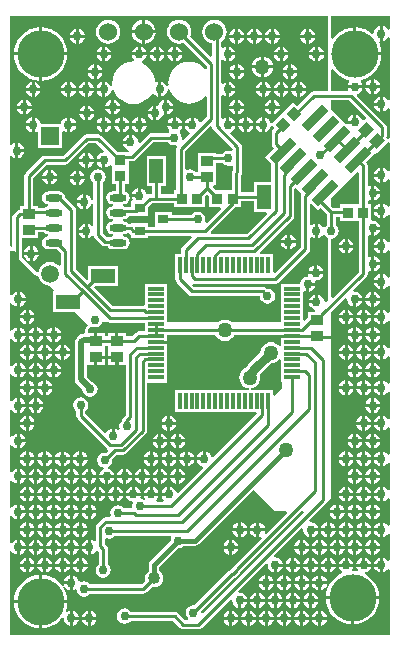
<source format=gbr>
%TF.GenerationSoftware,Altium Limited,Altium Designer,19.0.10 (269)*%
G04 Layer_Physical_Order=1*
G04 Layer_Color=255*
%FSLAX26Y26*%
%MOIN*%
%TF.FileFunction,Copper,L1,Top,Signal*%
%TF.Part,Single*%
G01*
G75*
%TA.AperFunction,SMDPad,CuDef*%
G04:AMPARAMS|DCode=10|XSize=37.402mil|YSize=33.465mil|CornerRadius=0mil|HoleSize=0mil|Usage=FLASHONLY|Rotation=135.000|XOffset=0mil|YOffset=0mil|HoleType=Round|Shape=Rectangle|*
%AMROTATEDRECTD10*
4,1,4,0.025055,-0.001392,0.001392,-0.025055,-0.025055,0.001392,-0.001392,0.025055,0.025055,-0.001392,0.0*
%
%ADD10ROTATEDRECTD10*%

%TA.AperFunction,ConnectorPad*%
G04:AMPARAMS|DCode=11|XSize=39.37mil|YSize=35.433mil|CornerRadius=0mil|HoleSize=0mil|Usage=FLASHONLY|Rotation=45.000|XOffset=0mil|YOffset=0mil|HoleType=Round|Shape=Rectangle|*
%AMROTATEDRECTD11*
4,1,4,-0.001392,-0.026447,-0.026447,-0.001392,0.001392,0.026447,0.026447,0.001392,-0.001392,-0.026447,0.0*
%
%ADD11ROTATEDRECTD11*%

%TA.AperFunction,SMDPad,CuDef*%
%ADD12R,0.033465X0.037402*%
%ADD13R,0.045276X0.080709*%
G04:AMPARAMS|DCode=14|XSize=29.921mil|YSize=94.488mil|CornerRadius=0mil|HoleSize=0mil|Usage=FLASHONLY|Rotation=135.000|XOffset=0mil|YOffset=0mil|HoleType=Round|Shape=Rectangle|*
%AMROTATEDRECTD14*
4,1,4,0.043985,0.022828,-0.022828,-0.043985,-0.043985,-0.022828,0.022828,0.043985,0.043985,0.022828,0.0*
%
%ADD14ROTATEDRECTD14*%

%ADD15R,0.039370X0.035433*%
%ADD16R,0.011811X0.053150*%
%ADD17R,0.053150X0.011811*%
%ADD18R,0.080709X0.045276*%
%ADD19R,0.035433X0.031496*%
%ADD20R,0.037402X0.033465*%
%ADD21O,0.057087X0.023622*%
%TA.AperFunction,Conductor*%
%ADD22C,0.010000*%
%ADD23C,0.020000*%
%ADD24C,0.015000*%
%ADD25C,0.030000*%
%TA.AperFunction,ComponentPad*%
%ADD26C,0.060000*%
%ADD27R,0.059055X0.059055*%
%ADD28C,0.059055*%
%TA.AperFunction,ViaPad*%
%ADD29C,0.157480*%
%ADD30C,0.030000*%
%ADD31C,0.040000*%
%ADD32C,0.050000*%
G36*
X1277206Y2076419D02*
Y2031892D01*
X1271206Y2030072D01*
X1268024Y2034834D01*
X1259754Y2040360D01*
X1255000Y2041306D01*
Y2016811D01*
Y1992315D01*
X1259754Y1993261D01*
X1268024Y1998786D01*
X1271206Y2003549D01*
X1277206Y2001729D01*
Y1795671D01*
X1271206Y1793851D01*
X1268024Y1798614D01*
X1259754Y1804140D01*
X1255000Y1805085D01*
Y1780590D01*
Y1756095D01*
X1259754Y1757041D01*
X1268024Y1762566D01*
X1271206Y1767329D01*
X1277206Y1765509D01*
Y1666961D01*
X1271206Y1664476D01*
X1266168Y1669514D01*
X1267262Y1675016D01*
Y1704724D01*
X1266098Y1710577D01*
X1262783Y1715539D01*
X1168210Y1810111D01*
X1169952Y1815853D01*
X1171171Y1816096D01*
X1179441Y1821621D01*
X1184966Y1829891D01*
X1185912Y1834645D01*
X1136922D01*
X1137748Y1830492D01*
X1137429Y1828828D01*
X1135111Y1824492D01*
X1082677D01*
Y1895424D01*
X1088677Y1897571D01*
X1098365Y1885766D01*
X1111877Y1874677D01*
X1127294Y1866437D01*
X1140008Y1862580D01*
X1140733Y1861528D01*
X1142068Y1855685D01*
X1137868Y1849400D01*
X1136922Y1844645D01*
X1185912D01*
X1184966Y1849400D01*
X1180767Y1855685D01*
X1182101Y1861528D01*
X1182826Y1862580D01*
X1195541Y1866437D01*
X1210957Y1874677D01*
X1224470Y1885766D01*
X1235559Y1899279D01*
X1243799Y1914695D01*
X1248873Y1931423D01*
X1250094Y1943819D01*
X1161417D01*
Y1948819D01*
X1156417D01*
Y2037496D01*
X1144021Y2036275D01*
X1127294Y2031201D01*
X1111877Y2022961D01*
X1098365Y2011871D01*
X1088677Y2000067D01*
X1082677Y2002214D01*
Y2076419D01*
X1277206D01*
D02*
G37*
G36*
X1070866D02*
Y1824492D01*
X1023622D01*
X1017769Y1823327D01*
X1012808Y1820012D01*
X968700Y1775905D01*
X956691Y1787914D01*
X918886Y1750109D01*
X886823Y1718046D01*
X880312Y1720021D01*
X879848Y1722352D01*
X874323Y1730622D01*
X866053Y1736147D01*
X861299Y1737093D01*
Y1712598D01*
Y1688103D01*
X866053Y1689048D01*
X874323Y1694574D01*
X879848Y1702843D01*
X880750Y1707378D01*
X887261Y1709353D01*
X894229Y1702385D01*
X889149Y1697306D01*
X885834Y1692344D01*
X884670Y1686492D01*
Y1647988D01*
X885834Y1642135D01*
X889149Y1637173D01*
X892826Y1633496D01*
X863163Y1603833D01*
X883169Y1583827D01*
Y1522795D01*
X825630D01*
Y1487735D01*
X781260D01*
Y1495118D01*
X780947D01*
Y1544992D01*
X780972Y1545017D01*
X784287Y1549979D01*
X785451Y1555832D01*
Y1638203D01*
X784287Y1644055D01*
X780972Y1649017D01*
X746817Y1683172D01*
X748832Y1689642D01*
X756213Y1694574D01*
X761738Y1702843D01*
X762684Y1707598D01*
X738189D01*
Y1712598D01*
X733189D01*
Y1737093D01*
X728434Y1736147D01*
X722071Y1731896D01*
X716071Y1734473D01*
Y1808833D01*
X722071Y1811410D01*
X728434Y1807159D01*
X733189Y1806213D01*
Y1830708D01*
Y1855203D01*
X728434Y1854258D01*
X722071Y1850006D01*
X716071Y1852583D01*
Y1926943D01*
X722071Y1929521D01*
X728434Y1925269D01*
X733189Y1924323D01*
Y1948818D01*
Y1973313D01*
X728434Y1972368D01*
X722071Y1968116D01*
X716071Y1970693D01*
Y1989963D01*
X721896Y1994432D01*
X728308Y2002788D01*
X732338Y2012518D01*
X733713Y2022961D01*
X732338Y2033403D01*
X728308Y2043133D01*
X721896Y2051489D01*
X713540Y2057901D01*
X703810Y2061931D01*
X693367Y2063306D01*
X682925Y2061931D01*
X673195Y2057901D01*
X664839Y2051489D01*
X658428Y2043133D01*
X654397Y2033403D01*
X653022Y2022961D01*
X654397Y2012518D01*
X658428Y2002788D01*
X664839Y1994432D01*
X673195Y1988021D01*
X682925Y1983990D01*
X685483Y1983653D01*
Y1942203D01*
X679940Y1939907D01*
X612207Y2007640D01*
X614228Y2012518D01*
X615602Y2022961D01*
X614228Y2033403D01*
X610197Y2043133D01*
X603786Y2051489D01*
X595430Y2057901D01*
X585699Y2061931D01*
X575257Y2063306D01*
X564815Y2061931D01*
X555085Y2057901D01*
X546729Y2051489D01*
X540317Y2043133D01*
X536287Y2033403D01*
X534912Y2022961D01*
X536287Y2012518D01*
X540317Y2002788D01*
X546729Y1994432D01*
X555085Y1988021D01*
X564815Y1983990D01*
X575257Y1982615D01*
X585699Y1983990D01*
X590578Y1986011D01*
X667483Y1909106D01*
Y1899591D01*
X661483Y1897444D01*
X657788Y1901947D01*
X647273Y1910577D01*
X635276Y1916989D01*
X622259Y1920938D01*
X608722Y1922271D01*
X595185Y1920938D01*
X582168Y1916989D01*
X570171Y1910577D01*
X559656Y1901947D01*
X551027Y1891432D01*
X544615Y1879436D01*
X540666Y1866419D01*
X539333Y1852882D01*
X540207Y1844004D01*
X534383Y1841921D01*
X529834Y1848729D01*
X521564Y1854255D01*
X516810Y1855200D01*
Y1830705D01*
Y1806210D01*
X521564Y1807156D01*
X529834Y1812681D01*
X535360Y1820950D01*
X537188Y1830141D01*
X537409Y1830304D01*
X543692Y1829371D01*
X544615Y1826328D01*
X551027Y1814331D01*
X559656Y1803816D01*
X570171Y1795187D01*
X582168Y1788775D01*
X595185Y1784826D01*
X608722Y1783493D01*
X622259Y1784826D01*
X635276Y1788775D01*
X647273Y1795187D01*
X657788Y1803816D01*
X661483Y1808319D01*
X667483Y1806172D01*
Y1739205D01*
X649504Y1721226D01*
X643034Y1723241D01*
X638102Y1730622D01*
X629833Y1736147D01*
X625078Y1737093D01*
Y1712598D01*
X620078D01*
Y1707598D01*
X595583D01*
X596529Y1702843D01*
X602054Y1694574D01*
X609435Y1689642D01*
X611451Y1683172D01*
X588947Y1660669D01*
X583418Y1663625D01*
X584545Y1669291D01*
X582605Y1679046D01*
X577667Y1686435D01*
X577079Y1689551D01*
Y1693259D01*
X579047Y1694574D01*
X584573Y1702843D01*
X585519Y1707598D01*
X536528D01*
X537474Y1702843D01*
X542412Y1695454D01*
X542999Y1692338D01*
Y1689014D01*
X541921Y1687910D01*
X541031Y1687315D01*
X540360Y1686312D01*
X538675Y1684585D01*
X481990D01*
X476137Y1683421D01*
X471176Y1680106D01*
X444506Y1653436D01*
X438420Y1655835D01*
X436935Y1663297D01*
X431410Y1671567D01*
X423140Y1677092D01*
X418386Y1678038D01*
Y1653543D01*
X413386D01*
Y1648543D01*
X388890D01*
X389836Y1643788D01*
X395362Y1635519D01*
X403631Y1629993D01*
X405596Y1629603D01*
X408320Y1622943D01*
X407381Y1621564D01*
X390669D01*
X389192Y1621270D01*
X371865D01*
X316336Y1676799D01*
X311374Y1680114D01*
X305522Y1681278D01*
X266896D01*
X261043Y1680114D01*
X256082Y1676799D01*
X189065Y1609782D01*
X127530D01*
X121677Y1608618D01*
X116715Y1605303D01*
X63989Y1552576D01*
X60673Y1547614D01*
X59509Y1541762D01*
Y1442254D01*
X44252D01*
Y1429818D01*
X38467Y1428667D01*
X33505Y1425352D01*
X24619Y1416465D01*
X21303Y1411504D01*
X20139Y1405651D01*
Y1308251D01*
X14596Y1305955D01*
X10195Y1310355D01*
Y1607201D01*
X16195Y1609021D01*
X16452Y1608637D01*
X24721Y1603112D01*
X29476Y1602166D01*
Y1626661D01*
Y1651156D01*
X24721Y1650211D01*
X16452Y1644685D01*
X16195Y1644301D01*
X10195Y1646121D01*
Y2076419D01*
X1070866Y2076419D01*
D02*
G37*
G36*
X1198827Y1736237D02*
X1190946Y1728355D01*
X1185204Y1730097D01*
X1184966Y1731290D01*
X1179441Y1739559D01*
X1171171Y1745084D01*
X1166417Y1746030D01*
Y1721535D01*
X1161417D01*
Y1716535D01*
X1134135D01*
X1131124Y1714926D01*
X1123401Y1722649D01*
X1123345Y1722705D01*
X1123345Y1722705D01*
X1088045Y1758005D01*
X1082677Y1763373D01*
Y1793904D01*
X1141160D01*
X1198827Y1736237D01*
D02*
G37*
G36*
X685835Y1705814D02*
X686647Y1701730D01*
X689963Y1696769D01*
X753875Y1632857D01*
X753385Y1627876D01*
X748114Y1624380D01*
X740158Y1625962D01*
X730403Y1624022D01*
X722134Y1618496D01*
X720309Y1615766D01*
X698976D01*
Y1619301D01*
X639606D01*
Y1554664D01*
X630084D01*
X628260Y1557394D01*
X619991Y1562920D01*
X610236Y1564860D01*
X601530Y1563128D01*
X595530Y1566278D01*
Y1623994D01*
X680008Y1708472D01*
X685835Y1705814D01*
D02*
G37*
G36*
X1277206Y1652571D02*
Y1559451D01*
X1271206Y1557631D01*
X1268024Y1562394D01*
X1259754Y1567919D01*
X1255000Y1568865D01*
Y1544370D01*
Y1519874D01*
X1259754Y1520820D01*
X1268024Y1526346D01*
X1271206Y1531109D01*
X1277206Y1529289D01*
Y1441341D01*
X1271206Y1439521D01*
X1268024Y1444284D01*
X1259754Y1449809D01*
X1255000Y1450755D01*
Y1426259D01*
Y1401764D01*
X1259754Y1402710D01*
X1268024Y1408236D01*
X1271206Y1412998D01*
X1277206Y1411178D01*
Y1323230D01*
X1271206Y1321410D01*
X1268024Y1326173D01*
X1259754Y1331699D01*
X1255000Y1332645D01*
Y1308149D01*
Y1283654D01*
X1259754Y1284600D01*
X1268024Y1290125D01*
X1271206Y1294888D01*
X1277206Y1293068D01*
Y1205120D01*
X1271206Y1203300D01*
X1268024Y1208063D01*
X1259754Y1213589D01*
X1255000Y1214534D01*
Y1190039D01*
Y1165544D01*
X1259754Y1166490D01*
X1268024Y1172015D01*
X1271206Y1176778D01*
X1277206Y1174958D01*
Y1087010D01*
X1271206Y1085190D01*
X1268024Y1089953D01*
X1259754Y1095478D01*
X1255000Y1096424D01*
Y1071929D01*
Y1047434D01*
X1259754Y1048379D01*
X1268024Y1053905D01*
X1271206Y1058668D01*
X1277206Y1056848D01*
X1277206Y968900D01*
X1271206Y967080D01*
X1268024Y971843D01*
X1259754Y977368D01*
X1255000Y978314D01*
Y953819D01*
Y929323D01*
X1259754Y930269D01*
X1268024Y935795D01*
X1271206Y940558D01*
X1277206Y938738D01*
Y850790D01*
X1271206Y848970D01*
X1268024Y853732D01*
X1259754Y859258D01*
X1255000Y860204D01*
Y835708D01*
Y811213D01*
X1259754Y812159D01*
X1268024Y817684D01*
X1271206Y822447D01*
X1277206Y820627D01*
Y732679D01*
X1271206Y730859D01*
X1268024Y735622D01*
X1259754Y741148D01*
X1255000Y742093D01*
Y717598D01*
Y693103D01*
X1259754Y694049D01*
X1268024Y699574D01*
X1271206Y704337D01*
X1277206Y702517D01*
Y614569D01*
X1271206Y612749D01*
X1268024Y617512D01*
X1259754Y623038D01*
X1255000Y623983D01*
Y599488D01*
Y574993D01*
X1259754Y575939D01*
X1268024Y581464D01*
X1271206Y586227D01*
X1277206Y584407D01*
Y496459D01*
X1271206Y494639D01*
X1268024Y499402D01*
X1259754Y504927D01*
X1255000Y505873D01*
Y481378D01*
Y456883D01*
X1259754Y457828D01*
X1268024Y463354D01*
X1271206Y468117D01*
X1277206Y466297D01*
Y378349D01*
X1271206Y376529D01*
X1268024Y381292D01*
X1259754Y386817D01*
X1255000Y387763D01*
Y363268D01*
Y338772D01*
X1259754Y339718D01*
X1268024Y345244D01*
X1271206Y350007D01*
X1277206Y348187D01*
Y260239D01*
X1271206Y258418D01*
X1268024Y263182D01*
X1259754Y268707D01*
X1255000Y269653D01*
Y245157D01*
Y220662D01*
X1259754Y221608D01*
X1268024Y227133D01*
X1271206Y231897D01*
X1277206Y230076D01*
Y10195D01*
X10195D01*
Y289881D01*
X11198Y290609D01*
X19354Y289170D01*
X21346Y286189D01*
X29616Y280663D01*
X34370Y279717D01*
Y304213D01*
Y328708D01*
X29616Y327762D01*
X21346Y322237D01*
X19354Y319256D01*
X11198Y317817D01*
X10195Y318544D01*
Y407991D01*
X11198Y408719D01*
X19354Y407280D01*
X21346Y404299D01*
X29616Y398773D01*
X34370Y397828D01*
Y422323D01*
Y446818D01*
X29616Y445872D01*
X21346Y440347D01*
X19354Y437366D01*
X11198Y435927D01*
X10195Y436654D01*
Y526101D01*
X11198Y526829D01*
X19354Y525390D01*
X21346Y522409D01*
X29616Y516884D01*
X34370Y515938D01*
Y540433D01*
Y564928D01*
X29616Y563982D01*
X21346Y558457D01*
X19354Y555476D01*
X11198Y554037D01*
X10195Y554765D01*
Y644212D01*
X11198Y644939D01*
X19354Y643500D01*
X21346Y640519D01*
X29616Y634994D01*
X34370Y634048D01*
Y658543D01*
Y683038D01*
X29616Y682093D01*
X21346Y676567D01*
X19354Y673586D01*
X11198Y672147D01*
X10195Y672875D01*
Y762322D01*
X11198Y763049D01*
X19354Y761610D01*
X21346Y758629D01*
X29616Y753104D01*
X34370Y752158D01*
Y776653D01*
Y801149D01*
X29616Y800203D01*
X21346Y794677D01*
X19354Y791696D01*
X11198Y790257D01*
X10195Y790985D01*
Y880432D01*
X11198Y881160D01*
X19354Y879721D01*
X21346Y876740D01*
X29616Y871214D01*
X34370Y870268D01*
Y894764D01*
Y919259D01*
X29616Y918313D01*
X21346Y912788D01*
X19354Y909807D01*
X11198Y908368D01*
X10195Y909095D01*
Y998542D01*
X11198Y999270D01*
X19354Y997831D01*
X21346Y994850D01*
X29616Y989324D01*
X34370Y988379D01*
Y1012874D01*
Y1037369D01*
X29616Y1036423D01*
X21346Y1030898D01*
X19354Y1027917D01*
X11198Y1026478D01*
X10195Y1027205D01*
Y1116652D01*
X11198Y1117380D01*
X19354Y1115941D01*
X21346Y1112960D01*
X29616Y1107435D01*
X34370Y1106489D01*
Y1130984D01*
Y1155479D01*
X29616Y1154534D01*
X21346Y1149008D01*
X19354Y1146027D01*
X11198Y1144588D01*
X10195Y1145316D01*
Y1291339D01*
X27085D01*
X40531Y1277893D01*
Y1269824D01*
X41307Y1265922D01*
X43517Y1262614D01*
X93072Y1213060D01*
X94454Y1212136D01*
X95772Y1211125D01*
X96098Y1211037D01*
X96379Y1210850D01*
X98009Y1210525D01*
X99614Y1210095D01*
X99950Y1210139D01*
X100281Y1210073D01*
X100379Y1210093D01*
X104754Y1208011D01*
X106947Y1206170D01*
X107070Y1205232D01*
X111053Y1195617D01*
X117389Y1187360D01*
X125646Y1181024D01*
X135262Y1177041D01*
X142311Y1176113D01*
X158196Y1160228D01*
X155899Y1154685D01*
X154370D01*
Y1089409D01*
X229014D01*
X272200Y1046224D01*
X265876Y1039899D01*
X263666Y1036591D01*
X262889Y1032689D01*
X262890Y1022455D01*
X257885Y1016455D01*
X257651D01*
X249848Y1014903D01*
X243232Y1010482D01*
X234568Y1001818D01*
X230148Y995202D01*
X228595Y987399D01*
Y864018D01*
X230148Y856214D01*
X234568Y849598D01*
X253197Y830969D01*
X254978Y822017D01*
X260503Y813747D01*
X268773Y808222D01*
X278527Y806282D01*
X288282Y808222D01*
X296551Y813747D01*
X302077Y822017D01*
X304017Y831771D01*
X302077Y841526D01*
X296551Y849795D01*
X288282Y855321D01*
X286085Y855758D01*
X269379Y872464D01*
Y910276D01*
X292345D01*
Y937992D01*
X297345D01*
Y942992D01*
X327030D01*
Y963425D01*
Y976832D01*
X338693D01*
Y963425D01*
Y942992D01*
X368378D01*
Y937992D01*
X373378D01*
Y910276D01*
X398063D01*
X398092Y904287D01*
Y744524D01*
X388153Y734585D01*
X384838Y729624D01*
X384321Y727024D01*
X383815Y726685D01*
X378289Y718416D01*
X376349Y708661D01*
X378212Y699295D01*
X377290Y698183D01*
X373426Y695385D01*
X366478Y700027D01*
X361724Y700973D01*
Y676478D01*
X351724D01*
Y700973D01*
X346969Y700027D01*
X338700Y694502D01*
X333768Y687121D01*
X327298Y685106D01*
X263191Y749213D01*
Y758456D01*
X265921Y760280D01*
X271447Y768550D01*
X273387Y778304D01*
X271447Y788059D01*
X265921Y796328D01*
X257651Y801854D01*
X247897Y803794D01*
X238143Y801854D01*
X229873Y796328D01*
X224347Y788059D01*
X222407Y778304D01*
X224347Y768550D01*
X229873Y760280D01*
X232603Y758456D01*
Y742878D01*
X233767Y737025D01*
X237083Y732063D01*
X333483Y635663D01*
X336682Y633526D01*
X338355Y626714D01*
X330978Y619337D01*
X327758Y619978D01*
X318003Y618038D01*
X309734Y612512D01*
X304208Y604243D01*
X302268Y594488D01*
X304208Y584734D01*
X309734Y576464D01*
X318003Y570939D01*
X323645Y569817D01*
X324459Y566006D01*
X324278Y563573D01*
X316622Y558457D01*
X311096Y550188D01*
X310150Y545433D01*
X359141D01*
X358195Y550188D01*
X352670Y558457D01*
X344400Y563982D01*
X338759Y565105D01*
X337945Y568915D01*
X338125Y571348D01*
X345782Y576464D01*
X351307Y584734D01*
X353248Y594488D01*
X352607Y597709D01*
X367274Y612375D01*
X388729D01*
X394581Y613540D01*
X399543Y616855D01*
X465231Y682543D01*
X468546Y687505D01*
X469711Y693357D01*
Y851457D01*
X533788D01*
X535575Y853244D01*
Y894793D01*
Y934163D01*
Y973534D01*
Y1006883D01*
X536655Y1012436D01*
X696727D01*
X697774Y1009908D01*
X703384Y1002597D01*
X710696Y996987D01*
X719210Y993460D01*
X728346Y992257D01*
X737483Y993460D01*
X745997Y996987D01*
X753309Y1002597D01*
X758919Y1009908D01*
X759966Y1012436D01*
X913386D01*
X915182Y1010640D01*
Y976719D01*
X909182Y974682D01*
X906852Y977718D01*
X899541Y983328D01*
X891027Y986855D01*
X881890Y988058D01*
X872753Y986855D01*
X864239Y983328D01*
X856928Y977718D01*
X851317Y970407D01*
X847791Y961893D01*
X846701Y953615D01*
X805378Y912293D01*
X803391Y909318D01*
X795680Y901607D01*
X793373Y900651D01*
X786061Y895041D01*
X780451Y887730D01*
X776924Y879216D01*
X775722Y870079D01*
X776924Y860942D01*
X780451Y852428D01*
X786061Y845116D01*
X793373Y839506D01*
X801887Y835980D01*
X808086Y835163D01*
X807693Y829163D01*
X561835D01*
Y756014D01*
X832829D01*
X835314Y750014D01*
X689414Y604113D01*
X683672Y605855D01*
X682998Y609243D01*
X677473Y617512D01*
X669203Y623038D01*
X664449Y623983D01*
Y599488D01*
X659449D01*
Y594488D01*
X634953D01*
X635899Y589734D01*
X641425Y581464D01*
X649694Y575939D01*
X653082Y575265D01*
X654823Y569523D01*
X571303Y486003D01*
X565562Y487745D01*
X564888Y491132D01*
X559362Y499402D01*
X551093Y504927D01*
X546338Y505873D01*
Y481378D01*
X541338D01*
Y476378D01*
X516843D01*
X517789Y471623D01*
X523314Y463354D01*
X524983Y462239D01*
X523163Y456239D01*
X500459D01*
X498639Y462239D01*
X500307Y463354D01*
X505833Y471623D01*
X506779Y476378D01*
X457788D01*
X458734Y471623D01*
X461933Y466835D01*
X457608Y462509D01*
X454636Y464494D01*
X449865Y465444D01*
X446778Y471623D01*
X447723Y476378D01*
X398733D01*
X399679Y471623D01*
X405204Y463354D01*
X413474Y457828D01*
X418245Y456879D01*
X421332Y450699D01*
X419392Y440945D01*
X419784Y438977D01*
X415977Y434339D01*
X391767D01*
X389943Y437069D01*
X381674Y442595D01*
X371919Y444535D01*
X362165Y442595D01*
X353895Y437069D01*
X348370Y428800D01*
X346429Y419045D01*
X348161Y410339D01*
X345011Y404339D01*
X330871D01*
X325018Y403175D01*
X320056Y399860D01*
X301705Y381508D01*
X298389Y376546D01*
X297225Y370693D01*
Y326811D01*
X291225Y323833D01*
X285345Y327762D01*
X280591Y328708D01*
Y304213D01*
Y279717D01*
X285345Y280663D01*
X293615Y286189D01*
X298317Y293226D01*
X302319Y294366D01*
X304965Y292639D01*
X307541Y289644D01*
Y248195D01*
X304811Y246370D01*
X299285Y238101D01*
X297345Y228346D01*
X299285Y218592D01*
X304811Y210322D01*
X313080Y204797D01*
X322835Y202857D01*
X332589Y204797D01*
X340859Y210322D01*
X346384Y218592D01*
X348324Y228346D01*
X346384Y238101D01*
X340859Y246370D01*
X338128Y248195D01*
Y298823D01*
X336964Y304676D01*
X333649Y309637D01*
X327813Y315474D01*
Y331359D01*
X333813Y334509D01*
X342519Y332777D01*
X352274Y334717D01*
X360543Y340243D01*
X362367Y342973D01*
X547229D01*
X550057Y337682D01*
X549285Y336526D01*
X547345Y326772D01*
X547387Y326558D01*
X479509Y258680D01*
X475641Y252891D01*
X474283Y246063D01*
Y224910D01*
X470730Y222184D01*
X465921Y215917D01*
X462898Y208619D01*
X461867Y200787D01*
X462871Y193161D01*
X450358Y180648D01*
X279691D01*
X277866Y183378D01*
X269597Y188904D01*
X259842Y190844D01*
X250088Y188904D01*
X247879Y187428D01*
X241212Y190189D01*
X240085Y195857D01*
X234559Y204126D01*
X226290Y209652D01*
X221535Y210598D01*
Y186102D01*
Y161607D01*
X226290Y162553D01*
X228499Y164029D01*
X235166Y161267D01*
X236293Y155600D01*
X241819Y147330D01*
X250088Y141805D01*
X259842Y139864D01*
X269597Y141805D01*
X277866Y147330D01*
X279691Y150060D01*
X456693D01*
X462546Y151225D01*
X467507Y154540D01*
X484500Y171532D01*
X492126Y170529D01*
X499958Y171560D01*
X507255Y174582D01*
X513522Y179391D01*
X518331Y185658D01*
X521354Y192956D01*
X522385Y200787D01*
X521354Y208619D01*
X518331Y215917D01*
X513522Y222184D01*
X509969Y224910D01*
Y238672D01*
X572621Y301324D01*
X572835Y301282D01*
X582589Y303222D01*
X590859Y308748D01*
X590980Y308929D01*
X629921D01*
X636750Y310287D01*
X642538Y314155D01*
X823404Y495020D01*
X893829Y424595D01*
X931919D01*
X934216Y419052D01*
X864767Y349603D01*
X860106Y353428D01*
X860163Y353513D01*
X861109Y358268D01*
X841614D01*
Y338772D01*
X846368Y339718D01*
X846454Y339775D01*
X850279Y335115D01*
X758280Y243116D01*
X754965Y238155D01*
X754753Y237089D01*
X747163Y229499D01*
X746097Y229287D01*
X741136Y225972D01*
X626627Y111463D01*
X623407Y112104D01*
X613652Y110164D01*
X605383Y104638D01*
X599857Y96369D01*
X597917Y86614D01*
X599857Y76860D01*
X605383Y68590D01*
X606404Y67908D01*
X604583Y61908D01*
X595971D01*
X572261Y85618D01*
X567299Y88933D01*
X561447Y90097D01*
X413549D01*
X411725Y92827D01*
X403455Y98353D01*
X393701Y100293D01*
X383946Y98353D01*
X375677Y92827D01*
X370151Y84558D01*
X368211Y74803D01*
X370151Y65049D01*
X375677Y56779D01*
X383946Y51254D01*
X393701Y49313D01*
X403455Y51254D01*
X411725Y56779D01*
X413549Y59509D01*
X555112D01*
X578821Y35800D01*
X583783Y32484D01*
X589636Y31320D01*
X639975D01*
X645828Y32484D01*
X650790Y35800D01*
X746923Y131933D01*
X752453Y128978D01*
X752069Y127047D01*
X754009Y117293D01*
X759535Y109023D01*
X767804Y103498D01*
X772559Y102552D01*
Y127047D01*
X777559D01*
Y132047D01*
X802054D01*
X801108Y136802D01*
X795583Y145071D01*
X787313Y150597D01*
X777559Y152537D01*
X775628Y152153D01*
X772673Y157683D01*
X865034Y250044D01*
X870563Y247088D01*
X870179Y245157D01*
X872120Y235403D01*
X877645Y227133D01*
X885914Y221608D01*
X890669Y220662D01*
Y245157D01*
X895669D01*
Y250157D01*
X920164D01*
X919218Y254912D01*
X913693Y263182D01*
X905423Y268707D01*
X895669Y270647D01*
X893739Y270263D01*
X890783Y275793D01*
X983144Y368154D01*
X988673Y365198D01*
X988289Y363268D01*
X990230Y353513D01*
X995755Y345244D01*
X1004025Y339718D01*
X1008779Y338772D01*
Y363268D01*
X1013779D01*
Y368268D01*
X1038274D01*
X1037329Y373022D01*
X1031803Y381292D01*
X1023534Y386817D01*
X1013779Y388757D01*
X1011849Y388373D01*
X1008893Y393903D01*
X1065932Y450943D01*
X1069248Y455904D01*
X1069301Y456171D01*
X1082677Y469547D01*
Y1087889D01*
X1130812Y1136024D01*
X1136342Y1133068D01*
X1135927Y1130984D01*
X1137868Y1121229D01*
X1143393Y1112960D01*
X1151662Y1107435D01*
X1156417Y1106489D01*
Y1130984D01*
X1161417D01*
Y1135984D01*
X1185912D01*
X1184966Y1140738D01*
X1179441Y1149008D01*
X1171171Y1154534D01*
X1161417Y1156474D01*
X1159333Y1156059D01*
X1156377Y1161589D01*
X1199791Y1205002D01*
X1203106Y1209964D01*
X1204270Y1215817D01*
Y1223488D01*
X1209562Y1226317D01*
X1210718Y1225545D01*
X1215472Y1224599D01*
Y1249094D01*
Y1273589D01*
X1210718Y1272644D01*
X1209562Y1271871D01*
X1204270Y1274700D01*
Y1341599D01*
X1209562Y1344427D01*
X1210718Y1343655D01*
X1215472Y1342709D01*
Y1367204D01*
X1220472D01*
Y1372204D01*
X1244967D01*
X1244022Y1376959D01*
X1238496Y1385228D01*
X1230227Y1390754D01*
X1220472Y1392694D01*
X1220347Y1392669D01*
X1215709Y1396476D01*
Y1448071D01*
X1204270D01*
Y1459709D01*
X1209562Y1462537D01*
X1210718Y1461765D01*
X1215472Y1460819D01*
Y1485315D01*
Y1509810D01*
X1210718Y1508864D01*
X1209562Y1508092D01*
X1204270Y1510920D01*
Y1576118D01*
X1203106Y1581971D01*
X1199791Y1586932D01*
X1199747Y1586976D01*
X1229411Y1616639D01*
X1233935Y1617785D01*
X1233935D01*
X1271206Y1655057D01*
X1277206Y1652571D01*
D02*
G37*
G36*
X722134Y1582448D02*
X730403Y1576923D01*
X740158Y1574983D01*
X748864Y1576714D01*
X754864Y1573565D01*
Y1562167D01*
X754838Y1562142D01*
X751523Y1557180D01*
X750359Y1551327D01*
Y1495118D01*
X698243D01*
X688643Y1504719D01*
X691128Y1510719D01*
X698976D01*
Y1563868D01*
Y1585178D01*
X720309D01*
X722134Y1582448D01*
D02*
G37*
G36*
X541031Y1651267D02*
X549301Y1645742D01*
X559055Y1643802D01*
X565014Y1644987D01*
X565575Y1644498D01*
X568345Y1639532D01*
X566106Y1636182D01*
X564942Y1630329D01*
Y1495118D01*
X558337D01*
Y1481711D01*
X515294D01*
Y1508701D01*
X532638D01*
Y1609409D01*
X467362D01*
Y1508701D01*
X484706D01*
Y1481711D01*
X478465D01*
X473650Y1480754D01*
X472561Y1480568D01*
X467121Y1482821D01*
X466463Y1486132D01*
X460937Y1494401D01*
X452668Y1499927D01*
X447913Y1500873D01*
Y1476378D01*
X442913D01*
Y1471378D01*
X418418D01*
X419364Y1466623D01*
X420194Y1465380D01*
X417366Y1460089D01*
X416221D01*
Y1438886D01*
X398953D01*
X397162Y1440083D01*
X390145Y1441479D01*
Y1447596D01*
X397162Y1448992D01*
X404376Y1453812D01*
X409197Y1461027D01*
X410890Y1469537D01*
X409197Y1478048D01*
X404376Y1485262D01*
X397162Y1490083D01*
X394231Y1490666D01*
Y1516624D01*
X407638D01*
Y1567805D01*
Y1590976D01*
X418968D01*
X424821Y1592140D01*
X429783Y1595455D01*
X488325Y1653997D01*
X539207D01*
X541031Y1651267D01*
D02*
G37*
G36*
X676614Y1473489D02*
Y1437716D01*
X711398D01*
X713694Y1432173D01*
X668269Y1386748D01*
X661721Y1388072D01*
X661450Y1388414D01*
X663284Y1397635D01*
X661343Y1407390D01*
X655818Y1415659D01*
X647548Y1421185D01*
X637794Y1423125D01*
X628039Y1421185D01*
X619770Y1415659D01*
X617946Y1412929D01*
X550394D01*
Y1422687D01*
X494961D01*
Y1372929D01*
X471654D01*
Y1385285D01*
X416221D01*
Y1384157D01*
X413866Y1382225D01*
X406406D01*
X404376Y1385262D01*
X397162Y1390083D01*
X390145Y1391479D01*
Y1397596D01*
X397162Y1398992D01*
X404376Y1403812D01*
X407374Y1408299D01*
X433189D01*
X434667Y1408592D01*
X471654D01*
Y1437977D01*
X484800Y1451123D01*
X558337D01*
Y1437716D01*
X662982D01*
Y1473489D01*
X669798Y1480305D01*
X676614Y1473489D01*
D02*
G37*
G36*
X1173682Y1553071D02*
Y1448071D01*
X1111063D01*
Y1436239D01*
X1089012D01*
X1082677Y1442574D01*
Y1469906D01*
X1120839Y1508068D01*
X1121318Y1508068D01*
X1121318D01*
X1148934Y1535684D01*
X1148695Y1535923D01*
X1168139Y1555368D01*
X1173682Y1553071D01*
D02*
G37*
G36*
X825630Y1422087D02*
X864751D01*
X867048Y1416543D01*
X800444Y1349940D01*
X682558D01*
X680261Y1355483D01*
X762495Y1437716D01*
X781260D01*
Y1457147D01*
X825630D01*
Y1422087D01*
D02*
G37*
G36*
X324110Y1625767D02*
X321976Y1619415D01*
X315048Y1618037D01*
X306779Y1612512D01*
X301253Y1604242D01*
X300308Y1599488D01*
X324803D01*
Y1594488D01*
X329803D01*
Y1569993D01*
X334558Y1570938D01*
X342827Y1576464D01*
X344236Y1578573D01*
X350236Y1576753D01*
Y1516624D01*
X363643D01*
Y1491776D01*
X355187D01*
X346677Y1490083D01*
X339462Y1485262D01*
X334641Y1478048D01*
X332949Y1469537D01*
X334641Y1461027D01*
X339462Y1453812D01*
X346677Y1448992D01*
X353693Y1447596D01*
Y1441479D01*
X346677Y1440083D01*
X339462Y1435262D01*
X334641Y1428048D01*
X332949Y1419537D01*
X334641Y1411027D01*
X339462Y1403812D01*
X346677Y1398992D01*
X353693Y1397596D01*
Y1391479D01*
X346677Y1390083D01*
X339462Y1385262D01*
X334641Y1378048D01*
X332949Y1369537D01*
X334641Y1361027D01*
X339462Y1353812D01*
X346677Y1348992D01*
X353693Y1347596D01*
Y1341479D01*
X346677Y1340083D01*
X342718Y1337438D01*
X335141D01*
X320412Y1352167D01*
Y1519522D01*
X323142Y1521346D01*
X328668Y1529616D01*
X330608Y1539370D01*
X328668Y1549125D01*
X323142Y1557394D01*
X314873Y1562920D01*
X305118Y1564860D01*
X295363Y1562920D01*
X287094Y1557394D01*
X281568Y1549125D01*
X279628Y1539370D01*
X281568Y1529616D01*
X287094Y1521346D01*
X289824Y1519522D01*
Y1463589D01*
X286305Y1459046D01*
X286305Y1459046D01*
Y1459046D01*
X283824Y1458802D01*
X283777Y1459040D01*
X282435Y1465786D01*
X276909Y1474056D01*
X268640Y1479581D01*
X263885Y1480527D01*
Y1456032D01*
Y1431536D01*
X268640Y1432482D01*
X276909Y1438008D01*
X282435Y1446277D01*
X283777Y1453023D01*
X283824Y1453261D01*
X286305Y1453017D01*
Y1453017D01*
X286305Y1453017D01*
X289824Y1448475D01*
Y1378033D01*
X283824Y1376213D01*
X283772Y1376291D01*
X275502Y1381817D01*
X270748Y1382763D01*
Y1358267D01*
Y1333772D01*
X275502Y1334718D01*
X283772Y1340243D01*
X284578Y1341450D01*
X290948Y1340183D01*
X290988Y1339979D01*
X294304Y1335018D01*
X317992Y1311329D01*
X322954Y1308014D01*
X328806Y1306850D01*
X337433D01*
X339462Y1303812D01*
X346677Y1298992D01*
X355187Y1297299D01*
X388651D01*
X397162Y1298992D01*
X404376Y1303812D01*
X409197Y1311027D01*
X410890Y1319537D01*
X409197Y1328048D01*
X404376Y1335262D01*
X397162Y1340083D01*
X390145Y1341479D01*
Y1347596D01*
X397162Y1348992D01*
X401121Y1351637D01*
X407531D01*
X410445Y1348723D01*
X415407Y1345408D01*
X416221Y1345246D01*
Y1333789D01*
X471654D01*
Y1342341D01*
X615880D01*
X618176Y1336798D01*
X586611Y1305234D01*
X583296Y1300272D01*
X582132Y1294419D01*
Y1281919D01*
X561835D01*
Y1208770D01*
X562447D01*
Y1196850D01*
X563611Y1190998D01*
X566926Y1186036D01*
X606296Y1146666D01*
X611258Y1143351D01*
X617111Y1142186D01*
X844216D01*
X844589Y1141732D01*
X846529Y1131978D01*
X852055Y1123708D01*
X860324Y1118183D01*
X870079Y1116243D01*
X879833Y1118183D01*
X888103Y1123708D01*
X893628Y1131978D01*
X895568Y1141732D01*
X893628Y1151487D01*
X888103Y1159756D01*
X879833Y1165282D01*
X870079Y1167222D01*
X866858Y1166582D01*
X865145Y1168295D01*
X860183Y1171610D01*
X854331Y1172774D01*
X623446D01*
X618023Y1178197D01*
X621848Y1182857D01*
X622052Y1182721D01*
X627905Y1181556D01*
X894111D01*
X899964Y1182721D01*
X904925Y1186036D01*
X1006877Y1287988D01*
X1010193Y1292950D01*
X1011357Y1298802D01*
Y1336377D01*
X1017357Y1338963D01*
X1023710Y1334718D01*
X1028464Y1333772D01*
Y1358267D01*
Y1382763D01*
X1023710Y1381817D01*
X1017357Y1377572D01*
X1011357Y1380158D01*
Y1447800D01*
X1016900Y1450096D01*
X1039884Y1427112D01*
X1047382Y1434611D01*
X1067383Y1414610D01*
Y1378116D01*
X1064653Y1376292D01*
X1061679Y1371840D01*
X1054463D01*
X1051488Y1376291D01*
X1043219Y1381817D01*
X1038464Y1382763D01*
Y1358267D01*
Y1333772D01*
X1043219Y1334718D01*
X1051488Y1340243D01*
X1054463Y1344695D01*
X1061679D01*
X1064653Y1340244D01*
X1070866Y1336092D01*
Y1128233D01*
X1064588Y1121955D01*
X1058496Y1124349D01*
X1057014Y1131801D01*
X1051488Y1140071D01*
X1043219Y1145596D01*
X1038464Y1146542D01*
Y1122047D01*
X1033464D01*
Y1117047D01*
X1008969D01*
X1009915Y1112292D01*
X1015440Y1104023D01*
X1023710Y1098497D01*
X1025738Y1098094D01*
X1028461Y1091435D01*
X1027476Y1089990D01*
X1005748D01*
Y1070280D01*
X994331Y1058863D01*
X988331Y1061349D01*
Y1111329D01*
Y1154245D01*
X993250Y1157709D01*
X994331Y1157523D01*
X998937Y1156607D01*
Y1181102D01*
X1003937D01*
Y1186102D01*
X1028432D01*
X1027999Y1188276D01*
X1029930Y1192542D01*
X1032426Y1194264D01*
X1040293Y1195829D01*
X1048563Y1201354D01*
X1054088Y1209624D01*
X1055034Y1214378D01*
X1006044D01*
X1006476Y1212204D01*
X1004546Y1207938D01*
X1002050Y1206216D01*
X994182Y1204651D01*
X985913Y1199126D01*
X980387Y1190857D01*
X978727Y1182510D01*
X915182D01*
Y1150699D01*
Y1131014D01*
Y1091644D01*
Y1054048D01*
X751319Y1054048D01*
X745997Y1058131D01*
X737483Y1061658D01*
X728346Y1062861D01*
X719210Y1061658D01*
X710696Y1058131D01*
X705374Y1054048D01*
X535575Y1054049D01*
Y1071959D01*
Y1111329D01*
Y1150699D01*
Y1182510D01*
X462426D01*
Y1150699D01*
Y1115093D01*
X458368Y1109782D01*
X352791D01*
X291448Y1171126D01*
X295035Y1176024D01*
X373189D01*
Y1241299D01*
X272480D01*
Y1198579D01*
X267583Y1194991D01*
X231829Y1230744D01*
Y1427087D01*
X230665Y1432939D01*
X227350Y1437901D01*
X196222Y1469029D01*
X196323Y1469537D01*
X194630Y1478048D01*
X189810Y1485262D01*
X182595Y1490083D01*
X174085Y1491776D01*
X140620D01*
X132110Y1490083D01*
X124895Y1485262D01*
X120075Y1478048D01*
X118382Y1469537D01*
X120075Y1461027D01*
X124895Y1453812D01*
X132110Y1448992D01*
X139126Y1447596D01*
Y1441479D01*
X132110Y1440083D01*
X126357Y1436239D01*
X103622D01*
Y1442254D01*
X90097D01*
Y1535427D01*
X133864Y1579194D01*
X195400D01*
X201253Y1580359D01*
X206214Y1583674D01*
X273231Y1650690D01*
X299187D01*
X324110Y1625767D01*
D02*
G37*
G36*
X124895Y1353812D02*
X132110Y1348992D01*
X139126Y1347596D01*
Y1341479D01*
X132110Y1340083D01*
X124895Y1335262D01*
X120075Y1328048D01*
X118382Y1319537D01*
X120075Y1311027D01*
X124895Y1303812D01*
X132110Y1298992D01*
X140620Y1297299D01*
X169369D01*
X181242Y1285427D01*
Y1243864D01*
X175242Y1241828D01*
X173772Y1243743D01*
X165515Y1250078D01*
X155899Y1254061D01*
X145581Y1255420D01*
X135262Y1254061D01*
X125646Y1250078D01*
X117389Y1243743D01*
X111053Y1235486D01*
X107070Y1225870D01*
X106616Y1222420D01*
X100281Y1220269D01*
X50727Y1269824D01*
Y1333671D01*
X103622D01*
Y1354244D01*
X124607D01*
X124895Y1353812D01*
D02*
G37*
G36*
X969173Y1497823D02*
X969173D01*
X969229Y1497767D01*
X983318Y1483678D01*
X981933Y1481604D01*
X980769Y1475752D01*
Y1305137D01*
X894465Y1218833D01*
X888922Y1221129D01*
Y1281919D01*
X845862D01*
X843566Y1287463D01*
X954594Y1398491D01*
X957909Y1403452D01*
X959073Y1409305D01*
Y1499437D01*
X964699Y1502297D01*
X969173Y1497823D01*
D02*
G37*
G36*
X1111063Y1390669D02*
X1173682D01*
Y1222152D01*
X1088220Y1136690D01*
X1082677Y1138986D01*
Y1332778D01*
X1092432Y1334718D01*
X1100701Y1340244D01*
X1106227Y1348513D01*
X1108167Y1358268D01*
X1106227Y1368022D01*
X1100701Y1376292D01*
X1097971Y1378116D01*
Y1405651D01*
X1111063D01*
Y1390669D01*
D02*
G37*
G36*
X338629Y1054049D02*
X344481Y1052885D01*
X462426D01*
Y1052274D01*
Y1032589D01*
Y1025030D01*
Y1024418D01*
X441028D01*
X435175Y1023254D01*
X430214Y1019938D01*
X417695Y1007420D01*
X398063D01*
Y1018858D01*
X373378D01*
Y991142D01*
X363378D01*
Y1018858D01*
X338693D01*
Y1007420D01*
X327030D01*
Y1018858D01*
X302345D01*
Y991142D01*
X292345D01*
Y1018858D01*
X273086D01*
X273085Y1032689D01*
X282115Y1041718D01*
X285521Y1039442D01*
X295276Y1037502D01*
X305030Y1039442D01*
X313300Y1044968D01*
X318825Y1053237D01*
X319199Y1055118D01*
X337030D01*
X338629Y1054049D01*
D02*
G37*
G36*
X915182Y928793D02*
Y894793D01*
Y855423D01*
X918886D01*
Y833573D01*
X894465Y809152D01*
X888922Y811448D01*
Y829163D01*
X814354D01*
X813961Y835163D01*
X820160Y835980D01*
X828675Y839506D01*
X835986Y845116D01*
X841596Y852428D01*
X845123Y860942D01*
X846326Y870079D01*
X845123Y879216D01*
X844910Y879728D01*
X882749Y917567D01*
X891027Y918657D01*
X899541Y922183D01*
X906852Y927794D01*
X909182Y930829D01*
X915182Y928793D01*
D02*
G37*
G36*
X988257Y424005D02*
X990395Y418663D01*
X655715Y83982D01*
X649892Y86571D01*
X649335Y90913D01*
X759237Y200816D01*
X760303Y201028D01*
X765264Y204343D01*
X779909Y218988D01*
X783224Y223950D01*
X783436Y225015D01*
X982944Y424523D01*
X988257Y424005D01*
D02*
G37*
%LPC*%
G36*
X1245000Y2041306D02*
X1240245Y2040360D01*
X1231976Y2034834D01*
X1226450Y2026565D01*
X1224987Y2019209D01*
X1219226Y2016545D01*
X1218801Y2016524D01*
X1210957Y2022961D01*
X1195541Y2031201D01*
X1178813Y2036275D01*
X1166417Y2037496D01*
Y1953819D01*
X1250094D01*
X1248873Y1966215D01*
X1243799Y1982943D01*
X1241709Y1986852D01*
X1245000Y1991288D01*
Y2016811D01*
Y2041306D01*
D02*
G37*
G36*
X1225472Y1864140D02*
Y1844645D01*
X1244967D01*
X1244022Y1849400D01*
X1238496Y1857669D01*
X1230227Y1863195D01*
X1225472Y1864140D01*
D02*
G37*
G36*
X1215472D02*
X1210718Y1863195D01*
X1202448Y1857669D01*
X1196923Y1849400D01*
X1195977Y1844645D01*
X1215472D01*
Y1864140D01*
D02*
G37*
G36*
X1244967Y1834645D02*
X1225472D01*
Y1815150D01*
X1230227Y1816096D01*
X1238496Y1821621D01*
X1244022Y1829891D01*
X1244967Y1834645D01*
D02*
G37*
G36*
X1215472D02*
X1195977D01*
X1196923Y1829891D01*
X1202448Y1821621D01*
X1210718Y1816096D01*
X1215472Y1815150D01*
Y1834645D01*
D02*
G37*
G36*
X1245000Y1805085D02*
X1240245Y1804140D01*
X1231976Y1798614D01*
X1226450Y1790345D01*
X1225504Y1785590D01*
X1245000D01*
Y1805085D01*
D02*
G37*
G36*
Y1775590D02*
X1225504D01*
X1226450Y1770836D01*
X1231976Y1762566D01*
X1240245Y1757041D01*
X1245000Y1756095D01*
Y1775590D01*
D02*
G37*
G36*
X462147Y2062648D02*
Y2027961D01*
X496834D01*
X496118Y2033403D01*
X492087Y2043133D01*
X485675Y2051489D01*
X477320Y2057901D01*
X467589Y2061931D01*
X462147Y2062648D01*
D02*
G37*
G36*
X452147D02*
X446705Y2061931D01*
X436974Y2057901D01*
X428619Y2051489D01*
X422207Y2043133D01*
X418176Y2033403D01*
X417460Y2027961D01*
X452147D01*
Y2062648D01*
D02*
G37*
G36*
X1008937Y2032369D02*
Y2012873D01*
X1028432D01*
X1027486Y2017628D01*
X1021961Y2025897D01*
X1013691Y2031423D01*
X1008937Y2032369D01*
D02*
G37*
G36*
X998937D02*
X994182Y2031423D01*
X985913Y2025897D01*
X980387Y2017628D01*
X979442Y2012873D01*
X998937D01*
Y2032369D01*
D02*
G37*
G36*
X890827D02*
Y2012873D01*
X910322D01*
X909376Y2017628D01*
X903851Y2025897D01*
X895581Y2031423D01*
X890827Y2032369D01*
D02*
G37*
G36*
X880827D02*
X876072Y2031423D01*
X867803Y2025897D01*
X862277Y2017628D01*
X861331Y2012873D01*
X880827D01*
Y2032369D01*
D02*
G37*
G36*
X831771D02*
Y2012873D01*
X851267D01*
X850321Y2017628D01*
X844795Y2025897D01*
X836526Y2031423D01*
X831771Y2032369D01*
D02*
G37*
G36*
X821771D02*
X817017Y2031423D01*
X808747Y2025897D01*
X803222Y2017628D01*
X802276Y2012873D01*
X821771D01*
Y2032369D01*
D02*
G37*
G36*
X772716D02*
Y2012873D01*
X792212D01*
X791266Y2017628D01*
X785740Y2025897D01*
X777471Y2031423D01*
X772716Y2032369D01*
D02*
G37*
G36*
X762716D02*
X757962Y2031423D01*
X749692Y2025897D01*
X744167Y2017628D01*
X743221Y2012873D01*
X762716D01*
Y2032369D01*
D02*
G37*
G36*
X241220D02*
Y2012873D01*
X260716D01*
X259770Y2017628D01*
X254244Y2025897D01*
X245975Y2031423D01*
X241220Y2032369D01*
D02*
G37*
G36*
X231220D02*
X226466Y2031423D01*
X218196Y2025897D01*
X212671Y2017628D01*
X211725Y2012873D01*
X231220D01*
Y2032369D01*
D02*
G37*
G36*
X1028432Y2002873D02*
X1008937D01*
Y1983378D01*
X1013691Y1984324D01*
X1021961Y1989849D01*
X1027486Y1998119D01*
X1028432Y2002873D01*
D02*
G37*
G36*
X998937D02*
X979442D01*
X980387Y1998119D01*
X985913Y1989849D01*
X994182Y1984324D01*
X998937Y1983378D01*
Y2002873D01*
D02*
G37*
G36*
X910322D02*
X890827D01*
Y1983378D01*
X895581Y1984324D01*
X903851Y1989849D01*
X909376Y1998119D01*
X910322Y2002873D01*
D02*
G37*
G36*
X880827D02*
X861331D01*
X862277Y1998119D01*
X867803Y1989849D01*
X876072Y1984324D01*
X880827Y1983378D01*
Y2002873D01*
D02*
G37*
G36*
X851267D02*
X831771D01*
Y1983378D01*
X836526Y1984324D01*
X844795Y1989849D01*
X850321Y1998119D01*
X851267Y2002873D01*
D02*
G37*
G36*
X821771D02*
X802276D01*
X803222Y1998119D01*
X808747Y1989849D01*
X817017Y1984324D01*
X821771Y1983378D01*
Y2002873D01*
D02*
G37*
G36*
X792212D02*
X772716D01*
Y1983378D01*
X777471Y1984324D01*
X785740Y1989849D01*
X791266Y1998119D01*
X792212Y2002873D01*
D02*
G37*
G36*
X762716D02*
X743221D01*
X744167Y1998119D01*
X749692Y1989849D01*
X757962Y1984324D01*
X762716Y1983378D01*
Y2002873D01*
D02*
G37*
G36*
X260716D02*
X241220D01*
Y1983378D01*
X245975Y1984324D01*
X254244Y1989849D01*
X259770Y1998119D01*
X260716Y2002873D01*
D02*
G37*
G36*
X231220D02*
X211725D01*
X212671Y1998119D01*
X218196Y1989849D01*
X226466Y1984324D01*
X231220Y1983378D01*
Y2002873D01*
D02*
G37*
G36*
X496834Y2017961D02*
X462147D01*
Y1983274D01*
X467589Y1983990D01*
X477320Y1988021D01*
X485675Y1994432D01*
X492087Y2002788D01*
X496118Y2012518D01*
X496834Y2017961D01*
D02*
G37*
G36*
X452147D02*
X417460D01*
X418176Y2012518D01*
X422207Y2002788D01*
X428619Y1994432D01*
X436974Y1988021D01*
X446705Y1983990D01*
X452147Y1983274D01*
Y2017961D01*
D02*
G37*
G36*
X339037Y2063306D02*
X328595Y2061931D01*
X318864Y2057901D01*
X310508Y2051489D01*
X304097Y2043133D01*
X300066Y2033403D01*
X298692Y2022961D01*
X300066Y2012518D01*
X304097Y2002788D01*
X310508Y1994432D01*
X318864Y1988021D01*
X328595Y1983990D01*
X339037Y1982615D01*
X349479Y1983990D01*
X359209Y1988021D01*
X367565Y1994432D01*
X373977Y2002788D01*
X378007Y2012518D01*
X379382Y2022961D01*
X378007Y2033403D01*
X373977Y2043133D01*
X367565Y2051489D01*
X359209Y2057901D01*
X349479Y2061931D01*
X339037Y2063306D01*
D02*
G37*
G36*
X119173Y2037496D02*
Y1953819D01*
X202850D01*
X201629Y1966215D01*
X196555Y1982943D01*
X188315Y1998359D01*
X177226Y2011871D01*
X163713Y2022961D01*
X148297Y2031201D01*
X131569Y2036275D01*
X119173Y2037496D01*
D02*
G37*
G36*
X109173D02*
X96777Y2036275D01*
X80049Y2031201D01*
X64633Y2022961D01*
X51121Y2011871D01*
X40032Y1998359D01*
X31791Y1982943D01*
X26717Y1966215D01*
X25496Y1953819D01*
X109173D01*
Y2037496D01*
D02*
G37*
G36*
X1038464Y1973313D02*
Y1953818D01*
X1057959D01*
X1057014Y1958573D01*
X1051488Y1966842D01*
X1043219Y1972368D01*
X1038464Y1973313D01*
D02*
G37*
G36*
X1028464D02*
X1023710Y1972368D01*
X1015440Y1966842D01*
X1009915Y1958573D01*
X1008969Y1953818D01*
X1028464D01*
Y1973313D01*
D02*
G37*
G36*
X920354D02*
Y1953818D01*
X939849D01*
X938904Y1958573D01*
X933378Y1966842D01*
X925109Y1972368D01*
X920354Y1973313D01*
D02*
G37*
G36*
X910354D02*
X905600Y1972368D01*
X897330Y1966842D01*
X891804Y1958573D01*
X890859Y1953818D01*
X910354D01*
Y1973313D01*
D02*
G37*
G36*
X743189D02*
Y1953818D01*
X762684D01*
X761738Y1958573D01*
X756213Y1966842D01*
X747943Y1972368D01*
X743189Y1973313D01*
D02*
G37*
G36*
X566023D02*
Y1953818D01*
X585519D01*
X584573Y1958573D01*
X579047Y1966842D01*
X570778Y1972368D01*
X566023Y1973313D01*
D02*
G37*
G36*
X556023D02*
X551269Y1972368D01*
X542999Y1966842D01*
X537474Y1958573D01*
X536528Y1953818D01*
X556023D01*
Y1973313D01*
D02*
G37*
G36*
X506968D02*
Y1953818D01*
X526463D01*
X525518Y1958573D01*
X519992Y1966842D01*
X511723Y1972368D01*
X506968Y1973313D01*
D02*
G37*
G36*
X496968D02*
X492214Y1972368D01*
X483944Y1966842D01*
X478419Y1958573D01*
X477473Y1953818D01*
X496968D01*
Y1973313D01*
D02*
G37*
G36*
X447913D02*
Y1953818D01*
X467408D01*
X466463Y1958573D01*
X460937Y1966842D01*
X452668Y1972368D01*
X447913Y1973313D01*
D02*
G37*
G36*
X437913D02*
X433159Y1972368D01*
X424889Y1966842D01*
X419364Y1958573D01*
X418418Y1953818D01*
X437913D01*
Y1973313D01*
D02*
G37*
G36*
X329803D02*
Y1953818D01*
X349298D01*
X348353Y1958573D01*
X342827Y1966842D01*
X334558Y1972368D01*
X329803Y1973313D01*
D02*
G37*
G36*
X319803D02*
X315048Y1972368D01*
X306779Y1966842D01*
X301253Y1958573D01*
X300308Y1953818D01*
X319803D01*
Y1973313D01*
D02*
G37*
G36*
X1057959Y1943818D02*
X1038464D01*
Y1924323D01*
X1043219Y1925269D01*
X1051488Y1930794D01*
X1057014Y1939064D01*
X1057959Y1943818D01*
D02*
G37*
G36*
X1028464D02*
X1008969D01*
X1009915Y1939064D01*
X1015440Y1930794D01*
X1023710Y1925269D01*
X1028464Y1924323D01*
Y1943818D01*
D02*
G37*
G36*
X939849D02*
X920354D01*
Y1924323D01*
X925109Y1925269D01*
X933378Y1930794D01*
X938904Y1939064D01*
X939849Y1943818D01*
D02*
G37*
G36*
X910354D02*
X890859D01*
X891804Y1939064D01*
X897330Y1930794D01*
X905600Y1925269D01*
X910354Y1924323D01*
Y1943818D01*
D02*
G37*
G36*
X762684D02*
X743189D01*
Y1924323D01*
X747943Y1925269D01*
X756213Y1930794D01*
X761738Y1939064D01*
X762684Y1943818D01*
D02*
G37*
G36*
X585519D02*
X566023D01*
Y1924323D01*
X570778Y1925269D01*
X579047Y1930794D01*
X584573Y1939064D01*
X585519Y1943818D01*
D02*
G37*
G36*
X556023D02*
X536528D01*
X537474Y1939064D01*
X542999Y1930794D01*
X551269Y1925269D01*
X556023Y1924323D01*
Y1943818D01*
D02*
G37*
G36*
X526463D02*
X506968D01*
Y1924323D01*
X511723Y1925269D01*
X519992Y1930794D01*
X525518Y1939064D01*
X526463Y1943818D01*
D02*
G37*
G36*
X496968D02*
X477473D01*
X478419Y1939064D01*
X483944Y1930794D01*
X492214Y1925269D01*
X496968Y1924323D01*
Y1943818D01*
D02*
G37*
G36*
X349298D02*
X329803D01*
Y1924323D01*
X334558Y1925269D01*
X342827Y1930794D01*
X348353Y1939064D01*
X349298Y1943818D01*
D02*
G37*
G36*
X319803D02*
X300308D01*
X301253Y1939064D01*
X306779Y1930794D01*
X315048Y1925269D01*
X319803Y1924323D01*
Y1943818D01*
D02*
G37*
G36*
X467408D02*
X418418D01*
X419364Y1939064D01*
X424889Y1930794D01*
X426004Y1930050D01*
X423920Y1924226D01*
X423683Y1924249D01*
X409759Y1922878D01*
X396371Y1918817D01*
X384033Y1912222D01*
X373218Y1903346D01*
X364343Y1892531D01*
X357748Y1880193D01*
X353687Y1866805D01*
X352315Y1852882D01*
X353187Y1844026D01*
X347364Y1841943D01*
X342827Y1848732D01*
X334558Y1854258D01*
X329803Y1855203D01*
Y1830708D01*
Y1806213D01*
X334558Y1807159D01*
X342827Y1812684D01*
X348353Y1820954D01*
X349007Y1824245D01*
X356017Y1828728D01*
X356851Y1828527D01*
X357748Y1825571D01*
X364343Y1813232D01*
X373218Y1802418D01*
X384033Y1793542D01*
X396371Y1786947D01*
X409759Y1782886D01*
X423683Y1781515D01*
X437606Y1782886D01*
X450994Y1786947D01*
X463332Y1793542D01*
X474147Y1802418D01*
X483022Y1813232D01*
X484435Y1815876D01*
X491422Y1816219D01*
X493786Y1812681D01*
X502055Y1807156D01*
X506810Y1806210D01*
Y1830705D01*
Y1855200D01*
X502055Y1854255D01*
X501012Y1853557D01*
X494689Y1856548D01*
X493678Y1866805D01*
X489617Y1880193D01*
X483022Y1892531D01*
X474147Y1903346D01*
X463332Y1912222D01*
X450994Y1918817D01*
X450991Y1918818D01*
X451294Y1924996D01*
X452668Y1925269D01*
X460937Y1930794D01*
X466463Y1939064D01*
X467408Y1943818D01*
D02*
G37*
G36*
X858068Y1940156D02*
Y1910512D01*
X887712D01*
X887167Y1914649D01*
X883640Y1923163D01*
X878030Y1930474D01*
X870719Y1936084D01*
X862205Y1939611D01*
X858068Y1940156D01*
D02*
G37*
G36*
X848068D02*
X843931Y1939611D01*
X835417Y1936084D01*
X828106Y1930474D01*
X822495Y1923163D01*
X818969Y1914649D01*
X818424Y1910512D01*
X848068D01*
Y1940156D01*
D02*
G37*
G36*
X949882Y1914258D02*
Y1894763D01*
X969377D01*
X968431Y1899518D01*
X962906Y1907787D01*
X954636Y1913313D01*
X949882Y1914258D01*
D02*
G37*
G36*
X939882D02*
X935127Y1913313D01*
X926858Y1907787D01*
X921332Y1899518D01*
X920386Y1894763D01*
X939882D01*
Y1914258D01*
D02*
G37*
G36*
X772716D02*
Y1894763D01*
X792212D01*
X791266Y1899518D01*
X785740Y1907787D01*
X777471Y1913313D01*
X772716Y1914258D01*
D02*
G37*
G36*
X762716D02*
X757962Y1913313D01*
X749692Y1907787D01*
X744167Y1899518D01*
X743221Y1894763D01*
X762716D01*
Y1914258D01*
D02*
G37*
G36*
X300276D02*
Y1894763D01*
X319771D01*
X318825Y1899518D01*
X313300Y1907787D01*
X305030Y1913313D01*
X300276Y1914258D01*
D02*
G37*
G36*
X290276D02*
X285521Y1913313D01*
X277252Y1907787D01*
X271726Y1899518D01*
X270780Y1894763D01*
X290276D01*
Y1914258D01*
D02*
G37*
G36*
X887712Y1900512D02*
X858068D01*
Y1870868D01*
X862205Y1871413D01*
X870719Y1874939D01*
X878030Y1880550D01*
X883640Y1887861D01*
X887167Y1896375D01*
X887712Y1900512D01*
D02*
G37*
G36*
X848068D02*
X818424D01*
X818969Y1896375D01*
X822495Y1887861D01*
X828106Y1880550D01*
X835417Y1874939D01*
X843931Y1871413D01*
X848068Y1870868D01*
Y1900512D01*
D02*
G37*
G36*
X969377Y1884763D02*
X949882D01*
Y1865268D01*
X954636Y1866214D01*
X962906Y1871739D01*
X968431Y1880009D01*
X969377Y1884763D01*
D02*
G37*
G36*
X939882D02*
X920386D01*
X921332Y1880009D01*
X926858Y1871739D01*
X935127Y1866214D01*
X939882Y1865268D01*
Y1884763D01*
D02*
G37*
G36*
X792212D02*
X772716D01*
Y1865268D01*
X777471Y1866214D01*
X785740Y1871739D01*
X791266Y1880009D01*
X792212Y1884763D01*
D02*
G37*
G36*
X762716D02*
X743221D01*
X744167Y1880009D01*
X749692Y1871739D01*
X757962Y1866214D01*
X762716Y1865268D01*
Y1884763D01*
D02*
G37*
G36*
X319771D02*
X300276D01*
Y1865268D01*
X305030Y1866214D01*
X313300Y1871739D01*
X318825Y1880009D01*
X319771Y1884763D01*
D02*
G37*
G36*
X290276D02*
X270780D01*
X271726Y1880009D01*
X277252Y1871739D01*
X285521Y1866214D01*
X290276Y1865268D01*
Y1884763D01*
D02*
G37*
G36*
X202850Y1943819D02*
X119173D01*
Y1860142D01*
X131569Y1861363D01*
X148297Y1866437D01*
X163713Y1874677D01*
X177226Y1885766D01*
X188315Y1899279D01*
X196555Y1914695D01*
X201629Y1931423D01*
X202850Y1943819D01*
D02*
G37*
G36*
X109173D02*
X25496D01*
X26717Y1931423D01*
X31791Y1914695D01*
X40032Y1899279D01*
X51121Y1885766D01*
X64633Y1874677D01*
X80049Y1866437D01*
X96777Y1861363D01*
X109173Y1860142D01*
Y1943819D01*
D02*
G37*
G36*
X979409Y1855203D02*
Y1835708D01*
X998904D01*
X997959Y1840463D01*
X992433Y1848732D01*
X984164Y1854258D01*
X979409Y1855203D01*
D02*
G37*
G36*
X969409D02*
X964655Y1854258D01*
X956385Y1848732D01*
X950860Y1840463D01*
X949914Y1835708D01*
X969409D01*
Y1855203D01*
D02*
G37*
G36*
X920354D02*
Y1835708D01*
X939849D01*
X938904Y1840463D01*
X933378Y1848732D01*
X925109Y1854258D01*
X920354Y1855203D01*
D02*
G37*
G36*
X910354D02*
X905600Y1854258D01*
X897330Y1848732D01*
X891804Y1840463D01*
X890859Y1835708D01*
X910354D01*
Y1855203D01*
D02*
G37*
G36*
X861299D02*
Y1835708D01*
X880794D01*
X879848Y1840463D01*
X874323Y1848732D01*
X866053Y1854258D01*
X861299Y1855203D01*
D02*
G37*
G36*
X851299D02*
X846544Y1854258D01*
X838275Y1848732D01*
X832749Y1840463D01*
X831804Y1835708D01*
X851299D01*
Y1855203D01*
D02*
G37*
G36*
X743189D02*
Y1835708D01*
X762684D01*
X761738Y1840463D01*
X756213Y1848732D01*
X747943Y1854258D01*
X743189Y1855203D01*
D02*
G37*
G36*
X319803D02*
X315048Y1854258D01*
X306779Y1848732D01*
X301253Y1840463D01*
X300308Y1835708D01*
X319803D01*
Y1855203D01*
D02*
G37*
G36*
X270748D02*
Y1835708D01*
X290243D01*
X289297Y1840463D01*
X283772Y1848732D01*
X275502Y1854258D01*
X270748Y1855203D01*
D02*
G37*
G36*
X260748D02*
X255993Y1854258D01*
X247724Y1848732D01*
X242198Y1840463D01*
X241253Y1835708D01*
X260748D01*
Y1855203D01*
D02*
G37*
G36*
X211693D02*
Y1835708D01*
X231188D01*
X230242Y1840463D01*
X224717Y1848732D01*
X216447Y1854258D01*
X211693Y1855203D01*
D02*
G37*
G36*
X201693D02*
X196938Y1854258D01*
X188669Y1848732D01*
X183143Y1840463D01*
X182198Y1835708D01*
X201693D01*
Y1855203D01*
D02*
G37*
G36*
X93583D02*
Y1835708D01*
X113078D01*
X112132Y1840463D01*
X106607Y1848732D01*
X98337Y1854258D01*
X93583Y1855203D01*
D02*
G37*
G36*
X83583D02*
X78828Y1854258D01*
X70559Y1848732D01*
X65033Y1840463D01*
X64087Y1835708D01*
X83583D01*
Y1855203D01*
D02*
G37*
G36*
X998904Y1825708D02*
X979409D01*
Y1806213D01*
X984164Y1807159D01*
X992433Y1812684D01*
X997959Y1820954D01*
X998904Y1825708D01*
D02*
G37*
G36*
X969409D02*
X949914D01*
X950860Y1820954D01*
X956385Y1812684D01*
X964655Y1807159D01*
X969409Y1806213D01*
Y1825708D01*
D02*
G37*
G36*
X939849D02*
X920354D01*
Y1806213D01*
X925109Y1807159D01*
X933378Y1812684D01*
X938904Y1820954D01*
X939849Y1825708D01*
D02*
G37*
G36*
X910354D02*
X890859D01*
X891804Y1820954D01*
X897330Y1812684D01*
X905600Y1807159D01*
X910354Y1806213D01*
Y1825708D01*
D02*
G37*
G36*
X880794D02*
X861299D01*
Y1806213D01*
X866053Y1807159D01*
X874323Y1812684D01*
X879848Y1820954D01*
X880794Y1825708D01*
D02*
G37*
G36*
X851299D02*
X831804D01*
X832749Y1820954D01*
X838275Y1812684D01*
X846544Y1807159D01*
X851299Y1806213D01*
Y1825708D01*
D02*
G37*
G36*
X762684D02*
X743189D01*
Y1806213D01*
X747943Y1807159D01*
X756213Y1812684D01*
X761738Y1820954D01*
X762684Y1825708D01*
D02*
G37*
G36*
X319803D02*
X300308D01*
X301253Y1820954D01*
X306779Y1812684D01*
X315048Y1807159D01*
X319803Y1806213D01*
Y1825708D01*
D02*
G37*
G36*
X290243D02*
X270748D01*
Y1806213D01*
X275502Y1807159D01*
X283772Y1812684D01*
X289297Y1820954D01*
X290243Y1825708D01*
D02*
G37*
G36*
X260748D02*
X241253D01*
X242198Y1820954D01*
X247724Y1812684D01*
X255993Y1807159D01*
X260748Y1806213D01*
Y1825708D01*
D02*
G37*
G36*
X231188D02*
X211693D01*
Y1806213D01*
X216447Y1807159D01*
X224717Y1812684D01*
X230242Y1820954D01*
X231188Y1825708D01*
D02*
G37*
G36*
X201693D02*
X182198D01*
X183143Y1820954D01*
X188669Y1812684D01*
X196938Y1807159D01*
X201693Y1806213D01*
Y1825708D01*
D02*
G37*
G36*
X113078D02*
X93583D01*
Y1806213D01*
X98337Y1807159D01*
X106607Y1812684D01*
X112132Y1820954D01*
X113078Y1825708D01*
D02*
G37*
G36*
X83583D02*
X64087D01*
X65033Y1820954D01*
X70559Y1812684D01*
X78828Y1807159D01*
X83583Y1806213D01*
Y1825708D01*
D02*
G37*
G36*
X890827Y1796148D02*
Y1776653D01*
X910322D01*
X909376Y1781408D01*
X903851Y1789677D01*
X895581Y1795203D01*
X890827Y1796148D01*
D02*
G37*
G36*
X880827D02*
X876072Y1795203D01*
X867803Y1789677D01*
X862277Y1781408D01*
X861331Y1776653D01*
X880827D01*
Y1796148D01*
D02*
G37*
G36*
X772716D02*
Y1776653D01*
X792212D01*
X791266Y1781408D01*
X785740Y1789677D01*
X777471Y1795203D01*
X772716Y1796148D01*
D02*
G37*
G36*
X762716D02*
X757962Y1795203D01*
X749692Y1789677D01*
X744167Y1781408D01*
X743221Y1776653D01*
X762716D01*
Y1796148D01*
D02*
G37*
G36*
X536496D02*
Y1776653D01*
X555991D01*
X555045Y1781408D01*
X549520Y1789677D01*
X541250Y1795203D01*
X536496Y1796148D01*
D02*
G37*
G36*
X359331D02*
Y1776653D01*
X378826D01*
X377880Y1781408D01*
X372355Y1789677D01*
X364085Y1795203D01*
X359331Y1796148D01*
D02*
G37*
G36*
X349331D02*
X344576Y1795203D01*
X336307Y1789677D01*
X330781Y1781408D01*
X329835Y1776653D01*
X349331D01*
Y1796148D01*
D02*
G37*
G36*
X64055D02*
Y1776653D01*
X83550D01*
X82605Y1781408D01*
X77079Y1789677D01*
X68810Y1795203D01*
X64055Y1796148D01*
D02*
G37*
G36*
X54055D02*
X49301Y1795203D01*
X41031Y1789677D01*
X35506Y1781408D01*
X34560Y1776653D01*
X54055D01*
Y1796148D01*
D02*
G37*
G36*
X526496D02*
X521741Y1795203D01*
X513472Y1789677D01*
X507946Y1781408D01*
X507704Y1780188D01*
X501360Y1776185D01*
X499961Y1776464D01*
Y1751968D01*
Y1727473D01*
X504715Y1728419D01*
X512985Y1733945D01*
X518510Y1742214D01*
X518753Y1743434D01*
X525096Y1747436D01*
X526496Y1747158D01*
Y1771653D01*
Y1796148D01*
D02*
G37*
G36*
X489961Y1776464D02*
X485206Y1775518D01*
X476937Y1769993D01*
X471411Y1761723D01*
X470466Y1756968D01*
X489961D01*
Y1776464D01*
D02*
G37*
G36*
X272743D02*
Y1756968D01*
X292239D01*
X291293Y1761723D01*
X285767Y1769993D01*
X277498Y1775518D01*
X272743Y1776464D01*
D02*
G37*
G36*
X262743D02*
X257989Y1775518D01*
X249720Y1769993D01*
X244194Y1761723D01*
X243248Y1756968D01*
X262743D01*
Y1776464D01*
D02*
G37*
G36*
X910322Y1766653D02*
X890827D01*
Y1747158D01*
X895581Y1748103D01*
X903851Y1753629D01*
X909376Y1761899D01*
X910322Y1766653D01*
D02*
G37*
G36*
X880827D02*
X861331D01*
X862277Y1761899D01*
X867803Y1753629D01*
X876072Y1748103D01*
X880827Y1747158D01*
Y1766653D01*
D02*
G37*
G36*
X792212D02*
X772716D01*
Y1747158D01*
X777471Y1748103D01*
X785740Y1753629D01*
X791266Y1761899D01*
X792212Y1766653D01*
D02*
G37*
G36*
X762716D02*
X743221D01*
X744167Y1761899D01*
X749692Y1753629D01*
X757962Y1748103D01*
X762716Y1747158D01*
Y1766653D01*
D02*
G37*
G36*
X555991D02*
X536496D01*
Y1747158D01*
X541250Y1748103D01*
X549520Y1753629D01*
X555045Y1761899D01*
X555991Y1766653D01*
D02*
G37*
G36*
X378826D02*
X359331D01*
Y1747158D01*
X364085Y1748103D01*
X372355Y1753629D01*
X377880Y1761899D01*
X378826Y1766653D01*
D02*
G37*
G36*
X349331D02*
X329835D01*
X330781Y1761899D01*
X336307Y1753629D01*
X344576Y1748103D01*
X349331Y1747158D01*
Y1766653D01*
D02*
G37*
G36*
X83550D02*
X64055D01*
Y1747158D01*
X68810Y1748103D01*
X77079Y1753629D01*
X82605Y1761899D01*
X83550Y1766653D01*
D02*
G37*
G36*
X54055D02*
X34560D01*
X35506Y1761899D01*
X41031Y1753629D01*
X49301Y1748103D01*
X54055Y1747158D01*
Y1766653D01*
D02*
G37*
G36*
X489961Y1746968D02*
X470466D01*
X471411Y1742214D01*
X476937Y1733945D01*
X485206Y1728419D01*
X489961Y1727473D01*
Y1746968D01*
D02*
G37*
G36*
X292239D02*
X272743D01*
Y1727473D01*
X277498Y1728419D01*
X285767Y1733945D01*
X291293Y1742214D01*
X292239Y1746968D01*
D02*
G37*
G36*
X262743D02*
X243248D01*
X244194Y1742214D01*
X249720Y1733945D01*
X257989Y1728419D01*
X262743Y1727473D01*
Y1746968D01*
D02*
G37*
G36*
X851299Y1737093D02*
X846544Y1736147D01*
X838275Y1730622D01*
X832749Y1722352D01*
X831804Y1717598D01*
X851299D01*
Y1737093D01*
D02*
G37*
G36*
X802244D02*
Y1717598D01*
X821739D01*
X820793Y1722352D01*
X815268Y1730622D01*
X806998Y1736147D01*
X802244Y1737093D01*
D02*
G37*
G36*
X792244D02*
X787489Y1736147D01*
X779220Y1730622D01*
X773694Y1722352D01*
X772749Y1717598D01*
X792244D01*
Y1737093D01*
D02*
G37*
G36*
X743189D02*
Y1717598D01*
X762684D01*
X761738Y1722352D01*
X756213Y1730622D01*
X747943Y1736147D01*
X743189Y1737093D01*
D02*
G37*
G36*
X615078D02*
X610324Y1736147D01*
X602054Y1730622D01*
X596529Y1722352D01*
X595583Y1717598D01*
X615078D01*
Y1737093D01*
D02*
G37*
G36*
X566023D02*
Y1717598D01*
X585519D01*
X584573Y1722352D01*
X579047Y1730622D01*
X570778Y1736147D01*
X566023Y1737093D01*
D02*
G37*
G36*
X556023D02*
X551269Y1736147D01*
X542999Y1730622D01*
X537474Y1722352D01*
X536528Y1717598D01*
X556023D01*
Y1737093D01*
D02*
G37*
G36*
X447913D02*
Y1717598D01*
X467408D01*
X466463Y1722352D01*
X460937Y1730622D01*
X452668Y1736147D01*
X447913Y1737093D01*
D02*
G37*
G36*
X437913D02*
X433159Y1736147D01*
X424889Y1730622D01*
X419364Y1722352D01*
X418418Y1717598D01*
X437913D01*
Y1737093D01*
D02*
G37*
G36*
X388858D02*
Y1717598D01*
X408353D01*
X407408Y1722352D01*
X401882Y1730622D01*
X393613Y1736147D01*
X388858Y1737093D01*
D02*
G37*
G36*
X378858D02*
X374104Y1736147D01*
X365834Y1730622D01*
X360309Y1722352D01*
X359363Y1717598D01*
X378858D01*
Y1737093D01*
D02*
G37*
G36*
X329803D02*
Y1717598D01*
X349298D01*
X348353Y1722352D01*
X342827Y1730622D01*
X334558Y1736147D01*
X329803Y1737093D01*
D02*
G37*
G36*
X319803D02*
X315048Y1736147D01*
X306779Y1730622D01*
X301253Y1722352D01*
X300308Y1717598D01*
X319803D01*
Y1737093D01*
D02*
G37*
G36*
X211693D02*
Y1717598D01*
X231188D01*
X230242Y1722352D01*
X224717Y1730622D01*
X216447Y1736147D01*
X211693Y1737093D01*
D02*
G37*
G36*
X83583D02*
X78828Y1736147D01*
X70559Y1730622D01*
X65033Y1722352D01*
X64087Y1717598D01*
X83583D01*
Y1737093D01*
D02*
G37*
G36*
X201693D02*
X196938Y1736147D01*
X188669Y1730622D01*
X183143Y1722352D01*
X181430Y1713740D01*
X113845D01*
X112132Y1722352D01*
X106607Y1730622D01*
X98337Y1736147D01*
X93583Y1737093D01*
Y1712598D01*
Y1688103D01*
X98337Y1689048D01*
X100761Y1690668D01*
X106053Y1687840D01*
Y1634685D01*
X185108D01*
Y1689925D01*
X191108Y1692944D01*
X196938Y1689048D01*
X201693Y1688103D01*
Y1712598D01*
Y1737093D01*
D02*
G37*
G36*
X851299Y1707598D02*
X831804D01*
X832749Y1702843D01*
X838275Y1694574D01*
X846544Y1689048D01*
X851299Y1688103D01*
Y1707598D01*
D02*
G37*
G36*
X821739D02*
X802244D01*
Y1688103D01*
X806998Y1689048D01*
X815268Y1694574D01*
X820793Y1702843D01*
X821739Y1707598D01*
D02*
G37*
G36*
X792244D02*
X772749D01*
X773694Y1702843D01*
X779220Y1694574D01*
X787489Y1689048D01*
X792244Y1688103D01*
Y1707598D01*
D02*
G37*
G36*
X467408D02*
X447913D01*
Y1688103D01*
X452668Y1689048D01*
X460937Y1694574D01*
X466463Y1702843D01*
X467408Y1707598D01*
D02*
G37*
G36*
X437913D02*
X418418D01*
X419364Y1702843D01*
X424889Y1694574D01*
X433159Y1689048D01*
X437913Y1688103D01*
Y1707598D01*
D02*
G37*
G36*
X408353D02*
X388858D01*
Y1688103D01*
X393613Y1689048D01*
X401882Y1694574D01*
X407408Y1702843D01*
X408353Y1707598D01*
D02*
G37*
G36*
X378858D02*
X359363D01*
X360309Y1702843D01*
X365834Y1694574D01*
X374104Y1689048D01*
X378858Y1688103D01*
Y1707598D01*
D02*
G37*
G36*
X349298D02*
X329803D01*
Y1688103D01*
X334558Y1689048D01*
X342827Y1694574D01*
X348353Y1702843D01*
X349298Y1707598D01*
D02*
G37*
G36*
X319803D02*
X300308D01*
X301253Y1702843D01*
X306779Y1694574D01*
X315048Y1689048D01*
X319803Y1688103D01*
Y1707598D01*
D02*
G37*
G36*
X231188D02*
X211693D01*
Y1688103D01*
X216447Y1689048D01*
X224717Y1694574D01*
X230242Y1702843D01*
X231188Y1707598D01*
D02*
G37*
G36*
X83583D02*
X64087D01*
X65033Y1702843D01*
X70559Y1694574D01*
X78828Y1689048D01*
X83583Y1688103D01*
Y1707598D01*
D02*
G37*
G36*
X408386Y1678038D02*
X403631Y1677092D01*
X395362Y1671567D01*
X389836Y1663297D01*
X388890Y1658543D01*
X408386D01*
Y1678038D01*
D02*
G37*
G36*
X39476Y1651156D02*
Y1631661D01*
X58971D01*
X58025Y1636416D01*
X52500Y1644685D01*
X44230Y1650211D01*
X39476Y1651156D01*
D02*
G37*
G36*
X58971Y1621661D02*
X39476D01*
Y1602166D01*
X44230Y1603112D01*
X52500Y1608637D01*
X58025Y1616907D01*
X58971Y1621661D01*
D02*
G37*
G36*
X1156417Y1746030D02*
X1151662Y1745084D01*
X1143393Y1739559D01*
X1137868Y1731290D01*
X1136922Y1726535D01*
X1156417D01*
Y1746030D01*
D02*
G37*
G36*
X1245000Y1568865D02*
X1240245Y1567919D01*
X1231976Y1562394D01*
X1226450Y1554124D01*
X1225504Y1549370D01*
X1245000D01*
Y1568865D01*
D02*
G37*
G36*
Y1539370D02*
X1225504D01*
X1226450Y1534615D01*
X1231976Y1526346D01*
X1240245Y1520820D01*
X1245000Y1519874D01*
Y1539370D01*
D02*
G37*
G36*
X1225472Y1509810D02*
Y1490315D01*
X1244967D01*
X1244022Y1495069D01*
X1238496Y1503339D01*
X1230227Y1508864D01*
X1225472Y1509810D01*
D02*
G37*
G36*
X1244967Y1480315D02*
X1225472D01*
Y1460819D01*
X1230227Y1461765D01*
X1238496Y1467291D01*
X1244022Y1475560D01*
X1244967Y1480315D01*
D02*
G37*
G36*
X1245000Y1450755D02*
X1240245Y1449809D01*
X1231976Y1444284D01*
X1226450Y1436014D01*
X1225504Y1431259D01*
X1245000D01*
Y1450755D01*
D02*
G37*
G36*
Y1421259D02*
X1225504D01*
X1226450Y1416505D01*
X1231976Y1408236D01*
X1240245Y1402710D01*
X1245000Y1401764D01*
Y1421259D01*
D02*
G37*
G36*
X1244967Y1362204D02*
X1225472D01*
Y1342709D01*
X1230227Y1343655D01*
X1238496Y1349180D01*
X1244022Y1357450D01*
X1244967Y1362204D01*
D02*
G37*
G36*
X1245000Y1332645D02*
X1240245Y1331699D01*
X1231976Y1326173D01*
X1226450Y1317904D01*
X1225504Y1313149D01*
X1245000D01*
Y1332645D01*
D02*
G37*
G36*
Y1303149D02*
X1225504D01*
X1226450Y1298395D01*
X1231976Y1290125D01*
X1240245Y1284600D01*
X1245000Y1283654D01*
Y1303149D01*
D02*
G37*
G36*
X1225472Y1273589D02*
Y1254094D01*
X1244967D01*
X1244022Y1258849D01*
X1238496Y1267118D01*
X1230227Y1272644D01*
X1225472Y1273589D01*
D02*
G37*
G36*
X1244967Y1244094D02*
X1225472D01*
Y1224599D01*
X1230227Y1225545D01*
X1238496Y1231070D01*
X1244022Y1239340D01*
X1244967Y1244094D01*
D02*
G37*
G36*
X1245000Y1214534D02*
X1240245Y1213589D01*
X1231976Y1208063D01*
X1226450Y1199794D01*
X1225504Y1195039D01*
X1245000D01*
Y1214534D01*
D02*
G37*
G36*
Y1185039D02*
X1225504D01*
X1226450Y1180285D01*
X1231976Y1172015D01*
X1240245Y1166490D01*
X1245000Y1165544D01*
Y1185039D01*
D02*
G37*
G36*
X1225472Y1155479D02*
Y1135984D01*
X1244967D01*
X1244022Y1140738D01*
X1238496Y1149008D01*
X1230227Y1154534D01*
X1225472Y1155479D01*
D02*
G37*
G36*
X1215472D02*
X1210718Y1154534D01*
X1202448Y1149008D01*
X1196923Y1140738D01*
X1195977Y1135984D01*
X1215472D01*
Y1155479D01*
D02*
G37*
G36*
X44370D02*
Y1135984D01*
X63865D01*
X62920Y1140738D01*
X57394Y1149008D01*
X49125Y1154534D01*
X44370Y1155479D01*
D02*
G37*
G36*
X1244967Y1125984D02*
X1225472D01*
Y1106489D01*
X1230227Y1107435D01*
X1238496Y1112960D01*
X1244022Y1121229D01*
X1244967Y1125984D01*
D02*
G37*
G36*
X1215472D02*
X1195977D01*
X1196923Y1121229D01*
X1202448Y1112960D01*
X1210718Y1107435D01*
X1215472Y1106489D01*
Y1125984D01*
D02*
G37*
G36*
X1185912D02*
X1166417D01*
Y1106489D01*
X1171171Y1107435D01*
X1179441Y1112960D01*
X1184966Y1121229D01*
X1185912Y1125984D01*
D02*
G37*
G36*
X63865D02*
X44370D01*
Y1106489D01*
X49125Y1107435D01*
X57394Y1112960D01*
X62920Y1121229D01*
X63865Y1125984D01*
D02*
G37*
G36*
X1245000Y1096424D02*
X1240245Y1095478D01*
X1231976Y1089953D01*
X1226450Y1081683D01*
X1225504Y1076929D01*
X1245000D01*
Y1096424D01*
D02*
G37*
G36*
X1195945D02*
Y1076929D01*
X1215440D01*
X1214494Y1081683D01*
X1208968Y1089953D01*
X1200699Y1095478D01*
X1195945Y1096424D01*
D02*
G37*
G36*
X1185945D02*
X1181190Y1095478D01*
X1172920Y1089953D01*
X1167395Y1081683D01*
X1166449Y1076929D01*
X1185945D01*
Y1096424D01*
D02*
G37*
G36*
X1136889D02*
Y1076929D01*
X1156385D01*
X1155439Y1081683D01*
X1149913Y1089953D01*
X1141644Y1095478D01*
X1136889Y1096424D01*
D02*
G37*
G36*
X1126889D02*
X1122135Y1095478D01*
X1113865Y1089953D01*
X1108340Y1081683D01*
X1107394Y1076929D01*
X1126889D01*
Y1096424D01*
D02*
G37*
G36*
X73898D02*
Y1076929D01*
X93393D01*
X92447Y1081683D01*
X86922Y1089953D01*
X78652Y1095478D01*
X73898Y1096424D01*
D02*
G37*
G36*
X63898D02*
X59143Y1095478D01*
X50874Y1089953D01*
X45348Y1081683D01*
X44402Y1076929D01*
X63898D01*
Y1096424D01*
D02*
G37*
G36*
X1245000Y1066929D02*
X1225504D01*
X1226450Y1062174D01*
X1231976Y1053905D01*
X1240245Y1048379D01*
X1245000Y1047434D01*
Y1066929D01*
D02*
G37*
G36*
X1215440D02*
X1195945D01*
Y1047434D01*
X1200699Y1048379D01*
X1208968Y1053905D01*
X1214494Y1062174D01*
X1215440Y1066929D01*
D02*
G37*
G36*
X1185945D02*
X1166449D01*
X1167395Y1062174D01*
X1172920Y1053905D01*
X1181190Y1048379D01*
X1185945Y1047434D01*
Y1066929D01*
D02*
G37*
G36*
X1156385D02*
X1136889D01*
Y1047434D01*
X1141644Y1048379D01*
X1149913Y1053905D01*
X1155439Y1062174D01*
X1156385Y1066929D01*
D02*
G37*
G36*
X1126889D02*
X1107394D01*
X1108340Y1062174D01*
X1113865Y1053905D01*
X1122135Y1048379D01*
X1126889Y1047434D01*
Y1066929D01*
D02*
G37*
G36*
X93393D02*
X73898D01*
Y1047434D01*
X78652Y1048379D01*
X86922Y1053905D01*
X92447Y1062174D01*
X93393Y1066929D01*
D02*
G37*
G36*
X63898D02*
X44402D01*
X45348Y1062174D01*
X50874Y1053905D01*
X59143Y1048379D01*
X63898Y1047434D01*
Y1066929D01*
D02*
G37*
G36*
X1225472Y1037369D02*
Y1017874D01*
X1244967D01*
X1244022Y1022628D01*
X1238496Y1030898D01*
X1230227Y1036423D01*
X1225472Y1037369D01*
D02*
G37*
G36*
X1215472D02*
X1210718Y1036423D01*
X1202448Y1030898D01*
X1196923Y1022628D01*
X1195977Y1017874D01*
X1215472D01*
Y1037369D01*
D02*
G37*
G36*
X1166417D02*
Y1017874D01*
X1185912D01*
X1184966Y1022628D01*
X1179441Y1030898D01*
X1171171Y1036423D01*
X1166417Y1037369D01*
D02*
G37*
G36*
X1156417D02*
X1151662Y1036423D01*
X1143393Y1030898D01*
X1137868Y1022628D01*
X1136922Y1017874D01*
X1156417D01*
Y1037369D01*
D02*
G37*
G36*
X162480D02*
Y1017874D01*
X181976D01*
X181030Y1022628D01*
X175504Y1030898D01*
X167235Y1036423D01*
X162480Y1037369D01*
D02*
G37*
G36*
X152480D02*
X147726Y1036423D01*
X139456Y1030898D01*
X133931Y1022628D01*
X132985Y1017874D01*
X152480D01*
Y1037369D01*
D02*
G37*
G36*
X103425D02*
Y1017874D01*
X122920D01*
X121975Y1022628D01*
X116449Y1030898D01*
X108180Y1036423D01*
X103425Y1037369D01*
D02*
G37*
G36*
X93425D02*
X88671Y1036423D01*
X80401Y1030898D01*
X74876Y1022628D01*
X73930Y1017874D01*
X93425D01*
Y1037369D01*
D02*
G37*
G36*
X44370D02*
Y1017874D01*
X63865D01*
X62920Y1022628D01*
X57394Y1030898D01*
X49125Y1036423D01*
X44370Y1037369D01*
D02*
G37*
G36*
X1244967Y1007874D02*
X1225472D01*
Y988379D01*
X1230227Y989324D01*
X1238496Y994850D01*
X1244022Y1003119D01*
X1244967Y1007874D01*
D02*
G37*
G36*
X1215472D02*
X1195977D01*
X1196923Y1003119D01*
X1202448Y994850D01*
X1210718Y989324D01*
X1215472Y988379D01*
Y1007874D01*
D02*
G37*
G36*
X1185912D02*
X1166417D01*
Y988379D01*
X1171171Y989324D01*
X1179441Y994850D01*
X1184966Y1003119D01*
X1185912Y1007874D01*
D02*
G37*
G36*
X1156417D02*
X1136922D01*
X1137868Y1003119D01*
X1143393Y994850D01*
X1151662Y989324D01*
X1156417Y988379D01*
Y1007874D01*
D02*
G37*
G36*
X181976D02*
X162480D01*
Y988379D01*
X167235Y989324D01*
X175504Y994850D01*
X181030Y1003119D01*
X181976Y1007874D01*
D02*
G37*
G36*
X152480D02*
X132985D01*
X133931Y1003119D01*
X139456Y994850D01*
X147726Y989324D01*
X152480Y988379D01*
Y1007874D01*
D02*
G37*
G36*
X122920D02*
X103425D01*
Y988379D01*
X108180Y989324D01*
X116449Y994850D01*
X121975Y1003119D01*
X122920Y1007874D01*
D02*
G37*
G36*
X93425D02*
X73930D01*
X74876Y1003119D01*
X80401Y994850D01*
X88671Y989324D01*
X93425Y988379D01*
Y1007874D01*
D02*
G37*
G36*
X63865D02*
X44370D01*
Y988379D01*
X49125Y989324D01*
X57394Y994850D01*
X62920Y1003119D01*
X63865Y1007874D01*
D02*
G37*
G36*
X1245000Y978314D02*
X1240245Y977368D01*
X1231976Y971843D01*
X1226450Y963573D01*
X1225504Y958819D01*
X1245000D01*
Y978314D01*
D02*
G37*
G36*
X1195945D02*
Y958819D01*
X1215440D01*
X1214494Y963573D01*
X1208968Y971843D01*
X1200699Y977368D01*
X1195945Y978314D01*
D02*
G37*
G36*
X1185945D02*
X1181190Y977368D01*
X1172920Y971843D01*
X1167395Y963573D01*
X1166449Y958819D01*
X1185945D01*
Y978314D01*
D02*
G37*
G36*
X1136889D02*
Y958819D01*
X1156385D01*
X1155439Y963573D01*
X1149913Y971843D01*
X1141644Y977368D01*
X1136889Y978314D01*
D02*
G37*
G36*
X1126889D02*
X1122135Y977368D01*
X1113865Y971843D01*
X1108340Y963573D01*
X1107394Y958819D01*
X1126889D01*
Y978314D01*
D02*
G37*
G36*
X192008D02*
Y958819D01*
X211503D01*
X210557Y963573D01*
X205032Y971843D01*
X196762Y977368D01*
X192008Y978314D01*
D02*
G37*
G36*
X182008D02*
X177253Y977368D01*
X168984Y971843D01*
X163458Y963573D01*
X162513Y958819D01*
X182008D01*
Y978314D01*
D02*
G37*
G36*
X132953D02*
Y958819D01*
X152448D01*
X151502Y963573D01*
X145977Y971843D01*
X137707Y977368D01*
X132953Y978314D01*
D02*
G37*
G36*
X122953D02*
X118198Y977368D01*
X109929Y971843D01*
X104403Y963573D01*
X103457Y958819D01*
X122953D01*
Y978314D01*
D02*
G37*
G36*
X73898D02*
Y958819D01*
X93393D01*
X92447Y963573D01*
X86922Y971843D01*
X78652Y977368D01*
X73898Y978314D01*
D02*
G37*
G36*
X63898D02*
X59143Y977368D01*
X50874Y971843D01*
X45348Y963573D01*
X44402Y958819D01*
X63898D01*
Y978314D01*
D02*
G37*
G36*
X1245000Y948819D02*
X1225504D01*
X1226450Y944064D01*
X1231976Y935795D01*
X1240245Y930269D01*
X1245000Y929323D01*
Y948819D01*
D02*
G37*
G36*
X1215440D02*
X1195945D01*
Y929323D01*
X1200699Y930269D01*
X1208968Y935795D01*
X1214494Y944064D01*
X1215440Y948819D01*
D02*
G37*
G36*
X1185945D02*
X1166449D01*
X1167395Y944064D01*
X1172920Y935795D01*
X1181190Y930269D01*
X1185945Y929323D01*
Y948819D01*
D02*
G37*
G36*
X1156385D02*
X1136889D01*
Y929323D01*
X1141644Y930269D01*
X1149913Y935795D01*
X1155439Y944064D01*
X1156385Y948819D01*
D02*
G37*
G36*
X1126889D02*
X1107394D01*
X1108340Y944064D01*
X1113865Y935795D01*
X1122135Y930269D01*
X1126889Y929323D01*
Y948819D01*
D02*
G37*
G36*
X211503D02*
X192008D01*
Y929323D01*
X196762Y930269D01*
X205032Y935795D01*
X210557Y944064D01*
X211503Y948819D01*
D02*
G37*
G36*
X182008D02*
X162513D01*
X163458Y944064D01*
X168984Y935795D01*
X177253Y930269D01*
X182008Y929323D01*
Y948819D01*
D02*
G37*
G36*
X152448D02*
X132953D01*
Y929323D01*
X137707Y930269D01*
X145977Y935795D01*
X151502Y944064D01*
X152448Y948819D01*
D02*
G37*
G36*
X122953D02*
X103457D01*
X104403Y944064D01*
X109929Y935795D01*
X118198Y930269D01*
X122953Y929323D01*
Y948819D01*
D02*
G37*
G36*
X93393D02*
X73898D01*
Y929323D01*
X78652Y930269D01*
X86922Y935795D01*
X92447Y944064D01*
X93393Y948819D01*
D02*
G37*
G36*
X63898D02*
X44402D01*
X45348Y944064D01*
X50874Y935795D01*
X59143Y930269D01*
X63898Y929323D01*
Y948819D01*
D02*
G37*
G36*
X327030Y932992D02*
X302345D01*
Y910276D01*
X327030D01*
Y932992D01*
D02*
G37*
G36*
X363378D02*
X338693D01*
Y910276D01*
X363378D01*
Y932992D01*
D02*
G37*
G36*
X1225472Y919259D02*
Y899764D01*
X1244967D01*
X1244022Y904518D01*
X1238496Y912788D01*
X1230227Y918313D01*
X1225472Y919259D01*
D02*
G37*
G36*
X1215472D02*
X1210718Y918313D01*
X1202448Y912788D01*
X1196923Y904518D01*
X1195977Y899764D01*
X1215472D01*
Y919259D01*
D02*
G37*
G36*
X1166417D02*
Y899764D01*
X1185912D01*
X1184966Y904518D01*
X1179441Y912788D01*
X1171171Y918313D01*
X1166417Y919259D01*
D02*
G37*
G36*
X1156417D02*
X1151662Y918313D01*
X1143393Y912788D01*
X1137868Y904518D01*
X1136922Y899764D01*
X1156417D01*
Y919259D01*
D02*
G37*
G36*
X162480D02*
Y899764D01*
X181976D01*
X181030Y904518D01*
X175504Y912788D01*
X167235Y918313D01*
X162480Y919259D01*
D02*
G37*
G36*
X152480D02*
X147726Y918313D01*
X139456Y912788D01*
X133931Y904518D01*
X132985Y899764D01*
X152480D01*
Y919259D01*
D02*
G37*
G36*
X103425D02*
Y899764D01*
X122920D01*
X121975Y904518D01*
X116449Y912788D01*
X108180Y918313D01*
X103425Y919259D01*
D02*
G37*
G36*
X93425D02*
X88671Y918313D01*
X80401Y912788D01*
X74876Y904518D01*
X73930Y899764D01*
X93425D01*
Y919259D01*
D02*
G37*
G36*
X44370D02*
Y899764D01*
X63865D01*
X62920Y904518D01*
X57394Y912788D01*
X49125Y918313D01*
X44370Y919259D01*
D02*
G37*
G36*
X1244967Y889764D02*
X1225472D01*
Y870268D01*
X1230227Y871214D01*
X1238496Y876740D01*
X1244022Y885009D01*
X1244967Y889764D01*
D02*
G37*
G36*
X1215472D02*
X1195977D01*
X1196923Y885009D01*
X1202448Y876740D01*
X1210718Y871214D01*
X1215472Y870268D01*
Y889764D01*
D02*
G37*
G36*
X1185912D02*
X1166417D01*
Y870268D01*
X1171171Y871214D01*
X1179441Y876740D01*
X1184966Y885009D01*
X1185912Y889764D01*
D02*
G37*
G36*
X1156417D02*
X1136922D01*
X1137868Y885009D01*
X1143393Y876740D01*
X1151662Y871214D01*
X1156417Y870268D01*
Y889764D01*
D02*
G37*
G36*
X181976D02*
X162480D01*
Y870268D01*
X167235Y871214D01*
X175504Y876740D01*
X181030Y885009D01*
X181976Y889764D01*
D02*
G37*
G36*
X152480D02*
X132985D01*
X133931Y885009D01*
X139456Y876740D01*
X147726Y871214D01*
X152480Y870268D01*
Y889764D01*
D02*
G37*
G36*
X122920D02*
X103425D01*
Y870268D01*
X108180Y871214D01*
X116449Y876740D01*
X121975Y885009D01*
X122920Y889764D01*
D02*
G37*
G36*
X93425D02*
X73930D01*
X74876Y885009D01*
X80401Y876740D01*
X88671Y871214D01*
X93425Y870268D01*
Y889764D01*
D02*
G37*
G36*
X63865D02*
X44370D01*
Y870268D01*
X49125Y871214D01*
X57394Y876740D01*
X62920Y885009D01*
X63865Y889764D01*
D02*
G37*
G36*
X1245000Y860204D02*
X1240245Y859258D01*
X1231976Y853732D01*
X1226450Y845463D01*
X1225504Y840708D01*
X1245000D01*
Y860204D01*
D02*
G37*
G36*
X1195945D02*
Y840708D01*
X1215440D01*
X1214494Y845463D01*
X1208968Y853732D01*
X1200699Y859258D01*
X1195945Y860204D01*
D02*
G37*
G36*
X1185945D02*
X1181190Y859258D01*
X1172920Y853732D01*
X1167395Y845463D01*
X1166449Y840708D01*
X1185945D01*
Y860204D01*
D02*
G37*
G36*
X1136889D02*
Y840708D01*
X1156385D01*
X1155439Y845463D01*
X1149913Y853732D01*
X1141644Y859258D01*
X1136889Y860204D01*
D02*
G37*
G36*
X1126889D02*
X1122135Y859258D01*
X1113865Y853732D01*
X1108340Y845463D01*
X1107394Y840708D01*
X1126889D01*
Y860204D01*
D02*
G37*
G36*
X132953D02*
Y840708D01*
X152448D01*
X151502Y845463D01*
X145977Y853732D01*
X137707Y859258D01*
X132953Y860204D01*
D02*
G37*
G36*
X122953D02*
X118198Y859258D01*
X109929Y853732D01*
X104403Y845463D01*
X103457Y840708D01*
X122953D01*
Y860204D01*
D02*
G37*
G36*
X73898D02*
Y840708D01*
X93393D01*
X92447Y845463D01*
X86922Y853732D01*
X78652Y859258D01*
X73898Y860204D01*
D02*
G37*
G36*
X63898D02*
X59143Y859258D01*
X50874Y853732D01*
X45348Y845463D01*
X44402Y840708D01*
X63898D01*
Y860204D01*
D02*
G37*
G36*
X152448Y830708D02*
X132953D01*
Y811213D01*
X137707Y812159D01*
X145977Y817684D01*
X151502Y825954D01*
X152448Y830708D01*
D02*
G37*
G36*
X122953D02*
X103457D01*
X104403Y825954D01*
X109929Y817684D01*
X118198Y812159D01*
X122953Y811213D01*
Y830708D01*
D02*
G37*
G36*
X93393D02*
X73898D01*
Y811213D01*
X78652Y812159D01*
X86922Y817684D01*
X92447Y825954D01*
X93393Y830708D01*
D02*
G37*
G36*
X63898D02*
X44402D01*
X45348Y825954D01*
X50874Y817684D01*
X59143Y812159D01*
X63898Y811213D01*
Y830708D01*
D02*
G37*
G36*
X1245000D02*
X1225504D01*
X1226450Y825954D01*
X1231976Y817684D01*
X1240245Y812159D01*
X1245000Y811213D01*
Y830708D01*
D02*
G37*
G36*
X1215440D02*
X1195945D01*
Y811213D01*
X1200699Y812159D01*
X1208968Y817684D01*
X1214494Y825954D01*
X1215440Y830708D01*
D02*
G37*
G36*
X1185945D02*
X1166449D01*
X1167395Y825954D01*
X1172920Y817684D01*
X1181190Y812159D01*
X1185945Y811213D01*
Y830708D01*
D02*
G37*
G36*
X1156385D02*
X1136889D01*
Y811213D01*
X1141644Y812159D01*
X1149913Y817684D01*
X1155439Y825954D01*
X1156385Y830708D01*
D02*
G37*
G36*
X1126889D02*
X1107394D01*
X1108340Y825954D01*
X1113865Y817684D01*
X1122135Y812159D01*
X1126889Y811213D01*
Y830708D01*
D02*
G37*
G36*
X1225472Y801149D02*
Y781653D01*
X1244967D01*
X1244022Y786408D01*
X1238496Y794677D01*
X1230227Y800203D01*
X1225472Y801149D01*
D02*
G37*
G36*
X1215472D02*
X1210718Y800203D01*
X1202448Y794677D01*
X1196923Y786408D01*
X1195977Y781653D01*
X1215472D01*
Y801149D01*
D02*
G37*
G36*
X103425D02*
Y781653D01*
X122920D01*
X121975Y786408D01*
X116449Y794677D01*
X108180Y800203D01*
X103425Y801149D01*
D02*
G37*
G36*
X93425D02*
X88671Y800203D01*
X80401Y794677D01*
X74876Y786408D01*
X73930Y781653D01*
X93425D01*
Y801149D01*
D02*
G37*
G36*
X44370D02*
Y781653D01*
X63865D01*
X62920Y786408D01*
X57394Y794677D01*
X49125Y800203D01*
X44370Y801149D01*
D02*
G37*
G36*
X1244967Y771653D02*
X1225472D01*
Y752158D01*
X1230227Y753104D01*
X1238496Y758629D01*
X1244022Y766899D01*
X1244967Y771653D01*
D02*
G37*
G36*
X1215472D02*
X1195977D01*
X1196923Y766899D01*
X1202448Y758629D01*
X1210718Y753104D01*
X1215472Y752158D01*
Y771653D01*
D02*
G37*
G36*
X122920D02*
X103425D01*
Y752158D01*
X108180Y753104D01*
X116449Y758629D01*
X121975Y766899D01*
X122920Y771653D01*
D02*
G37*
G36*
X93425D02*
X73930D01*
X74876Y766899D01*
X80401Y758629D01*
X88671Y753104D01*
X93425Y752158D01*
Y771653D01*
D02*
G37*
G36*
X63865D02*
X44370D01*
Y752158D01*
X49125Y753104D01*
X57394Y758629D01*
X62920Y766899D01*
X63865Y771653D01*
D02*
G37*
G36*
X1245000Y742093D02*
X1240245Y741148D01*
X1231976Y735622D01*
X1226450Y727353D01*
X1225504Y722598D01*
X1245000D01*
Y742093D01*
D02*
G37*
G36*
X1195945D02*
Y722598D01*
X1215440D01*
X1214494Y727353D01*
X1208968Y735622D01*
X1200699Y741148D01*
X1195945Y742093D01*
D02*
G37*
G36*
X1185945D02*
X1181190Y741148D01*
X1172920Y735622D01*
X1167395Y727353D01*
X1166449Y722598D01*
X1185945D01*
Y742093D01*
D02*
G37*
G36*
X546338D02*
Y722598D01*
X565834D01*
X564888Y727353D01*
X559362Y735622D01*
X551093Y741148D01*
X546338Y742093D01*
D02*
G37*
G36*
X536338D02*
X531584Y741148D01*
X523314Y735622D01*
X517789Y727353D01*
X516843Y722598D01*
X536338D01*
Y742093D01*
D02*
G37*
G36*
X73898D02*
Y722598D01*
X93393D01*
X92447Y727353D01*
X86922Y735622D01*
X78652Y741148D01*
X73898Y742093D01*
D02*
G37*
G36*
X63898D02*
X59143Y741148D01*
X50874Y735622D01*
X45348Y727353D01*
X44402Y722598D01*
X63898D01*
Y742093D01*
D02*
G37*
G36*
X565834Y712598D02*
X546338D01*
Y693103D01*
X551093Y694049D01*
X559362Y699574D01*
X564888Y707844D01*
X565834Y712598D01*
D02*
G37*
G36*
X536338D02*
X516843D01*
X517789Y707844D01*
X523314Y699574D01*
X531584Y694049D01*
X536338Y693103D01*
Y712598D01*
D02*
G37*
G36*
X93393D02*
X73898D01*
Y693103D01*
X78652Y694049D01*
X86922Y699574D01*
X92447Y707844D01*
X93393Y712598D01*
D02*
G37*
G36*
X63898D02*
X44402D01*
X45348Y707844D01*
X50874Y699574D01*
X59143Y694049D01*
X63898Y693103D01*
Y712598D01*
D02*
G37*
G36*
X1245000D02*
X1225504D01*
X1226450Y707844D01*
X1231976Y699574D01*
X1240245Y694049D01*
X1245000Y693103D01*
Y712598D01*
D02*
G37*
G36*
X1215440D02*
X1195945D01*
Y693103D01*
X1200699Y694049D01*
X1208968Y699574D01*
X1214494Y707844D01*
X1215440Y712598D01*
D02*
G37*
G36*
X1185945D02*
X1166449D01*
X1167395Y707844D01*
X1172920Y699574D01*
X1181190Y694049D01*
X1185945Y693103D01*
Y712598D01*
D02*
G37*
G36*
X1225472Y683038D02*
Y663543D01*
X1244967D01*
X1244022Y668298D01*
X1238496Y676567D01*
X1230227Y682093D01*
X1225472Y683038D01*
D02*
G37*
G36*
X1215472D02*
X1210718Y682093D01*
X1202448Y676567D01*
X1196923Y668298D01*
X1195977Y663543D01*
X1215472D01*
Y683038D01*
D02*
G37*
G36*
X1166417D02*
Y663543D01*
X1185912D01*
X1184966Y668298D01*
X1179441Y676567D01*
X1171171Y682093D01*
X1166417Y683038D01*
D02*
G37*
G36*
X1156417D02*
X1151662Y682093D01*
X1143393Y676567D01*
X1137868Y668298D01*
X1136922Y663543D01*
X1156417D01*
Y683038D01*
D02*
G37*
G36*
X575866D02*
Y663543D01*
X595361D01*
X594415Y668298D01*
X588890Y676567D01*
X580620Y682093D01*
X575866Y683038D01*
D02*
G37*
G36*
X565866D02*
X561111Y682093D01*
X552842Y676567D01*
X547317Y668298D01*
X546371Y663543D01*
X565866D01*
Y683038D01*
D02*
G37*
G36*
X516811D02*
Y663543D01*
X536306D01*
X535360Y668298D01*
X529835Y676567D01*
X521565Y682093D01*
X516811Y683038D01*
D02*
G37*
G36*
X506811D02*
X502056Y682093D01*
X493787Y676567D01*
X488261Y668298D01*
X487316Y663543D01*
X506811D01*
Y683038D01*
D02*
G37*
G36*
X44370D02*
Y663543D01*
X63865D01*
X62920Y668298D01*
X57394Y676567D01*
X49125Y682093D01*
X44370Y683038D01*
D02*
G37*
G36*
X1244967Y653543D02*
X1225472D01*
Y634048D01*
X1230227Y634994D01*
X1238496Y640519D01*
X1244022Y648789D01*
X1244967Y653543D01*
D02*
G37*
G36*
X1215472D02*
X1195977D01*
X1196923Y648789D01*
X1202448Y640519D01*
X1210718Y634994D01*
X1215472Y634048D01*
Y653543D01*
D02*
G37*
G36*
X1185912D02*
X1166417D01*
Y634048D01*
X1171171Y634994D01*
X1179441Y640519D01*
X1184966Y648789D01*
X1185912Y653543D01*
D02*
G37*
G36*
X1156417D02*
X1136922D01*
X1137868Y648789D01*
X1143393Y640519D01*
X1151662Y634994D01*
X1156417Y634048D01*
Y653543D01*
D02*
G37*
G36*
X595361D02*
X575866D01*
Y634048D01*
X580620Y634994D01*
X588890Y640519D01*
X594415Y648789D01*
X595361Y653543D01*
D02*
G37*
G36*
X565866D02*
X546371D01*
X547317Y648789D01*
X552842Y640519D01*
X561111Y634994D01*
X565866Y634048D01*
Y653543D01*
D02*
G37*
G36*
X536306D02*
X516811D01*
Y634048D01*
X521565Y634994D01*
X529835Y640519D01*
X535360Y648789D01*
X536306Y653543D01*
D02*
G37*
G36*
X506811D02*
X487316D01*
X488261Y648789D01*
X493787Y640519D01*
X502056Y634994D01*
X506811Y634048D01*
Y653543D01*
D02*
G37*
G36*
X63865D02*
X44370D01*
Y634048D01*
X49125Y634994D01*
X57394Y640519D01*
X62920Y648789D01*
X63865Y653543D01*
D02*
G37*
G36*
X1245000Y623983D02*
X1240245Y623038D01*
X1231976Y617512D01*
X1226450Y609243D01*
X1225504Y604488D01*
X1245000D01*
Y623983D01*
D02*
G37*
G36*
X1195945D02*
Y604488D01*
X1215440D01*
X1214494Y609243D01*
X1208968Y617512D01*
X1200699Y623038D01*
X1195945Y623983D01*
D02*
G37*
G36*
X1185945D02*
X1181190Y623038D01*
X1172920Y617512D01*
X1167395Y609243D01*
X1166449Y604488D01*
X1185945D01*
Y623983D01*
D02*
G37*
G36*
X1136889D02*
Y604488D01*
X1156385D01*
X1155439Y609243D01*
X1149913Y617512D01*
X1141644Y623038D01*
X1136889Y623983D01*
D02*
G37*
G36*
X1126889D02*
X1122135Y623038D01*
X1113865Y617512D01*
X1108340Y609243D01*
X1107394Y604488D01*
X1126889D01*
Y623983D01*
D02*
G37*
G36*
X654449D02*
X649694Y623038D01*
X641425Y617512D01*
X635899Y609243D01*
X634953Y604488D01*
X654449D01*
Y623983D01*
D02*
G37*
G36*
X605394D02*
Y604488D01*
X624889D01*
X623943Y609243D01*
X618418Y617512D01*
X610148Y623038D01*
X605394Y623983D01*
D02*
G37*
G36*
X595394D02*
X590639Y623038D01*
X582370Y617512D01*
X576844Y609243D01*
X575898Y604488D01*
X595394D01*
Y623983D01*
D02*
G37*
G36*
X546338D02*
Y604488D01*
X565834D01*
X564888Y609243D01*
X559362Y617512D01*
X551093Y623038D01*
X546338Y623983D01*
D02*
G37*
G36*
X536338D02*
X531584Y623038D01*
X523314Y617512D01*
X517789Y609243D01*
X516843Y604488D01*
X536338D01*
Y623983D01*
D02*
G37*
G36*
X487283D02*
Y604488D01*
X506779D01*
X505833Y609243D01*
X500307Y617512D01*
X492038Y623038D01*
X487283Y623983D01*
D02*
G37*
G36*
X477283D02*
X472529Y623038D01*
X464259Y617512D01*
X458734Y609243D01*
X457788Y604488D01*
X477283D01*
Y623983D01*
D02*
G37*
G36*
X251063D02*
Y604488D01*
X270558D01*
X269612Y609243D01*
X264087Y617512D01*
X255817Y623038D01*
X251063Y623983D01*
D02*
G37*
G36*
X241063D02*
X236308Y623038D01*
X228039Y617512D01*
X222513Y609243D01*
X221568Y604488D01*
X241063D01*
Y623983D01*
D02*
G37*
G36*
X192008D02*
Y604488D01*
X211503D01*
X210557Y609243D01*
X205032Y617512D01*
X196762Y623038D01*
X192008Y623983D01*
D02*
G37*
G36*
X182008D02*
X177253Y623038D01*
X168984Y617512D01*
X163458Y609243D01*
X162513Y604488D01*
X182008D01*
Y623983D01*
D02*
G37*
G36*
X132953D02*
Y604488D01*
X152448D01*
X151502Y609243D01*
X145977Y617512D01*
X137707Y623038D01*
X132953Y623983D01*
D02*
G37*
G36*
X122953D02*
X118198Y623038D01*
X109929Y617512D01*
X104403Y609243D01*
X103457Y604488D01*
X122953D01*
Y623983D01*
D02*
G37*
G36*
X73898D02*
Y604488D01*
X93393D01*
X92447Y609243D01*
X86922Y617512D01*
X78652Y623038D01*
X73898Y623983D01*
D02*
G37*
G36*
X63898D02*
X59143Y623038D01*
X50874Y617512D01*
X45348Y609243D01*
X44402Y604488D01*
X63898D01*
Y623983D01*
D02*
G37*
G36*
X1245000Y594488D02*
X1225504D01*
X1226450Y589734D01*
X1231976Y581464D01*
X1240245Y575939D01*
X1245000Y574993D01*
Y594488D01*
D02*
G37*
G36*
X1215440D02*
X1195945D01*
Y574993D01*
X1200699Y575939D01*
X1208968Y581464D01*
X1214494Y589734D01*
X1215440Y594488D01*
D02*
G37*
G36*
X1185945D02*
X1166449D01*
X1167395Y589734D01*
X1172920Y581464D01*
X1181190Y575939D01*
X1185945Y574993D01*
Y594488D01*
D02*
G37*
G36*
X1156385D02*
X1136889D01*
Y574993D01*
X1141644Y575939D01*
X1149913Y581464D01*
X1155439Y589734D01*
X1156385Y594488D01*
D02*
G37*
G36*
X1126889D02*
X1107394D01*
X1108340Y589734D01*
X1113865Y581464D01*
X1122135Y575939D01*
X1126889Y574993D01*
Y594488D01*
D02*
G37*
G36*
X624889D02*
X605394D01*
Y574993D01*
X610148Y575939D01*
X618418Y581464D01*
X623943Y589734D01*
X624889Y594488D01*
D02*
G37*
G36*
X595394D02*
X575898D01*
X576844Y589734D01*
X582370Y581464D01*
X590639Y575939D01*
X595394Y574993D01*
Y594488D01*
D02*
G37*
G36*
X565834D02*
X546338D01*
Y574993D01*
X551093Y575939D01*
X559362Y581464D01*
X564888Y589734D01*
X565834Y594488D01*
D02*
G37*
G36*
X536338D02*
X516843D01*
X517789Y589734D01*
X523314Y581464D01*
X531584Y575939D01*
X536338Y574993D01*
Y594488D01*
D02*
G37*
G36*
X506779D02*
X487283D01*
Y574993D01*
X492038Y575939D01*
X500307Y581464D01*
X505833Y589734D01*
X506779Y594488D01*
D02*
G37*
G36*
X477283D02*
X457788D01*
X458734Y589734D01*
X464259Y581464D01*
X472529Y575939D01*
X477283Y574993D01*
Y594488D01*
D02*
G37*
G36*
X270558D02*
X251063D01*
Y574993D01*
X255817Y575939D01*
X264087Y581464D01*
X269612Y589734D01*
X270558Y594488D01*
D02*
G37*
G36*
X241063D02*
X221568D01*
X222513Y589734D01*
X228039Y581464D01*
X236308Y575939D01*
X241063Y574993D01*
Y594488D01*
D02*
G37*
G36*
X211503D02*
X192008D01*
Y574993D01*
X196762Y575939D01*
X205032Y581464D01*
X210557Y589734D01*
X211503Y594488D01*
D02*
G37*
G36*
X182008D02*
X162513D01*
X163458Y589734D01*
X168984Y581464D01*
X177253Y575939D01*
X182008Y574993D01*
Y594488D01*
D02*
G37*
G36*
X152448D02*
X132953D01*
Y574993D01*
X137707Y575939D01*
X145977Y581464D01*
X151502Y589734D01*
X152448Y594488D01*
D02*
G37*
G36*
X122953D02*
X103457D01*
X104403Y589734D01*
X109929Y581464D01*
X118198Y575939D01*
X122953Y574993D01*
Y594488D01*
D02*
G37*
G36*
X93393D02*
X73898D01*
Y574993D01*
X78652Y575939D01*
X86922Y581464D01*
X92447Y589734D01*
X93393Y594488D01*
D02*
G37*
G36*
X63898D02*
X44402D01*
X45348Y589734D01*
X50874Y581464D01*
X59143Y575939D01*
X63898Y574993D01*
Y594488D01*
D02*
G37*
G36*
X1225472Y564928D02*
Y545433D01*
X1244967D01*
X1244022Y550188D01*
X1238496Y558457D01*
X1230227Y563982D01*
X1225472Y564928D01*
D02*
G37*
G36*
X1215472D02*
X1210718Y563982D01*
X1202448Y558457D01*
X1196923Y550188D01*
X1195977Y545433D01*
X1215472D01*
Y564928D01*
D02*
G37*
G36*
X1166417D02*
Y545433D01*
X1185912D01*
X1184966Y550188D01*
X1179441Y558457D01*
X1171171Y563982D01*
X1166417Y564928D01*
D02*
G37*
G36*
X1156417D02*
X1151662Y563982D01*
X1143393Y558457D01*
X1137868Y550188D01*
X1136922Y545433D01*
X1156417D01*
Y564928D01*
D02*
G37*
G36*
X575866D02*
Y545433D01*
X595361D01*
X594415Y550188D01*
X588890Y558457D01*
X580620Y563982D01*
X575866Y564928D01*
D02*
G37*
G36*
X565866D02*
X561111Y563982D01*
X552842Y558457D01*
X547317Y550188D01*
X546371Y545433D01*
X565866D01*
Y564928D01*
D02*
G37*
G36*
X516811D02*
Y545433D01*
X536306D01*
X535360Y550188D01*
X529835Y558457D01*
X521565Y563982D01*
X516811Y564928D01*
D02*
G37*
G36*
X506811D02*
X502056Y563982D01*
X493787Y558457D01*
X488261Y550188D01*
X487316Y545433D01*
X506811D01*
Y564928D01*
D02*
G37*
G36*
X457756D02*
Y545433D01*
X477251D01*
X476305Y550188D01*
X470780Y558457D01*
X462510Y563982D01*
X457756Y564928D01*
D02*
G37*
G36*
X447756D02*
X443001Y563982D01*
X434732Y558457D01*
X429206Y550188D01*
X428261Y545433D01*
X447756D01*
Y564928D01*
D02*
G37*
G36*
X398701D02*
Y545433D01*
X418196D01*
X417250Y550188D01*
X411725Y558457D01*
X403455Y563982D01*
X398701Y564928D01*
D02*
G37*
G36*
X388701D02*
X383946Y563982D01*
X375677Y558457D01*
X370151Y550188D01*
X369205Y545433D01*
X388701D01*
Y564928D01*
D02*
G37*
G36*
X280591D02*
Y545433D01*
X300086D01*
X299140Y550188D01*
X293615Y558457D01*
X285345Y563982D01*
X280591Y564928D01*
D02*
G37*
G36*
X270591D02*
X265836Y563982D01*
X257567Y558457D01*
X252041Y550188D01*
X251095Y545433D01*
X270591D01*
Y564928D01*
D02*
G37*
G36*
X221535D02*
Y545433D01*
X241031D01*
X240085Y550188D01*
X234559Y558457D01*
X226290Y563982D01*
X221535Y564928D01*
D02*
G37*
G36*
X211535D02*
X206781Y563982D01*
X198511Y558457D01*
X192986Y550188D01*
X192040Y545433D01*
X211535D01*
Y564928D01*
D02*
G37*
G36*
X162480D02*
Y545433D01*
X181976D01*
X181030Y550188D01*
X175504Y558457D01*
X167235Y563982D01*
X162480Y564928D01*
D02*
G37*
G36*
X152480D02*
X147726Y563982D01*
X139456Y558457D01*
X133931Y550188D01*
X132985Y545433D01*
X152480D01*
Y564928D01*
D02*
G37*
G36*
X103425D02*
Y545433D01*
X122920D01*
X121975Y550188D01*
X116449Y558457D01*
X108180Y563982D01*
X103425Y564928D01*
D02*
G37*
G36*
X93425D02*
X88671Y563982D01*
X80401Y558457D01*
X74876Y550188D01*
X73930Y545433D01*
X93425D01*
Y564928D01*
D02*
G37*
G36*
X44370D02*
Y545433D01*
X63865D01*
X62920Y550188D01*
X57394Y558457D01*
X49125Y563982D01*
X44370Y564928D01*
D02*
G37*
G36*
X1244967Y535433D02*
X1225472D01*
Y515938D01*
X1230227Y516884D01*
X1238496Y522409D01*
X1244022Y530678D01*
X1244967Y535433D01*
D02*
G37*
G36*
X1215472D02*
X1195977D01*
X1196923Y530678D01*
X1202448Y522409D01*
X1210718Y516884D01*
X1215472Y515938D01*
Y535433D01*
D02*
G37*
G36*
X1185912D02*
X1166417D01*
Y515938D01*
X1171171Y516884D01*
X1179441Y522409D01*
X1184966Y530678D01*
X1185912Y535433D01*
D02*
G37*
G36*
X1156417D02*
X1136922D01*
X1137868Y530678D01*
X1143393Y522409D01*
X1151662Y516884D01*
X1156417Y515938D01*
Y535433D01*
D02*
G37*
G36*
X595361D02*
X575866D01*
Y515938D01*
X580620Y516884D01*
X588890Y522409D01*
X594415Y530678D01*
X595361Y535433D01*
D02*
G37*
G36*
X565866D02*
X546371D01*
X547317Y530678D01*
X552842Y522409D01*
X561111Y516884D01*
X565866Y515938D01*
Y535433D01*
D02*
G37*
G36*
X536306D02*
X516811D01*
Y515938D01*
X521565Y516884D01*
X529835Y522409D01*
X535360Y530678D01*
X536306Y535433D01*
D02*
G37*
G36*
X506811D02*
X487316D01*
X488261Y530678D01*
X493787Y522409D01*
X502056Y516884D01*
X506811Y515938D01*
Y535433D01*
D02*
G37*
G36*
X477251D02*
X457756D01*
Y515938D01*
X462510Y516884D01*
X470780Y522409D01*
X476305Y530678D01*
X477251Y535433D01*
D02*
G37*
G36*
X447756D02*
X428261D01*
X429206Y530678D01*
X434732Y522409D01*
X443001Y516884D01*
X447756Y515938D01*
Y535433D01*
D02*
G37*
G36*
X418196D02*
X398701D01*
Y515938D01*
X403455Y516884D01*
X411725Y522409D01*
X417250Y530678D01*
X418196Y535433D01*
D02*
G37*
G36*
X388701D02*
X369205D01*
X370151Y530678D01*
X375677Y522409D01*
X383946Y516884D01*
X388701Y515938D01*
Y535433D01*
D02*
G37*
G36*
X359141D02*
X339646D01*
Y515938D01*
X344400Y516884D01*
X352670Y522409D01*
X358195Y530678D01*
X359141Y535433D01*
D02*
G37*
G36*
X329646D02*
X310150D01*
X311096Y530678D01*
X316622Y522409D01*
X324891Y516884D01*
X329646Y515938D01*
Y535433D01*
D02*
G37*
G36*
X300086D02*
X280591D01*
Y515938D01*
X285345Y516884D01*
X293615Y522409D01*
X299140Y530678D01*
X300086Y535433D01*
D02*
G37*
G36*
X270591D02*
X251095D01*
X252041Y530678D01*
X257567Y522409D01*
X265836Y516884D01*
X270591Y515938D01*
Y535433D01*
D02*
G37*
G36*
X241031D02*
X221535D01*
Y515938D01*
X226290Y516884D01*
X234559Y522409D01*
X240085Y530678D01*
X241031Y535433D01*
D02*
G37*
G36*
X211535D02*
X192040D01*
X192986Y530678D01*
X198511Y522409D01*
X206781Y516884D01*
X211535Y515938D01*
Y535433D01*
D02*
G37*
G36*
X181976D02*
X162480D01*
Y515938D01*
X167235Y516884D01*
X175504Y522409D01*
X181030Y530678D01*
X181976Y535433D01*
D02*
G37*
G36*
X152480D02*
X132985D01*
X133931Y530678D01*
X139456Y522409D01*
X147726Y516884D01*
X152480Y515938D01*
Y535433D01*
D02*
G37*
G36*
X122920D02*
X103425D01*
Y515938D01*
X108180Y516884D01*
X116449Y522409D01*
X121975Y530678D01*
X122920Y535433D01*
D02*
G37*
G36*
X93425D02*
X73930D01*
X74876Y530678D01*
X80401Y522409D01*
X88671Y516884D01*
X93425Y515938D01*
Y535433D01*
D02*
G37*
G36*
X63865D02*
X44370D01*
Y515938D01*
X49125Y516884D01*
X57394Y522409D01*
X62920Y530678D01*
X63865Y535433D01*
D02*
G37*
G36*
X1245000Y505873D02*
X1240245Y504927D01*
X1231976Y499402D01*
X1226450Y491132D01*
X1225504Y486378D01*
X1245000D01*
Y505873D01*
D02*
G37*
G36*
X1195945D02*
Y486378D01*
X1215440D01*
X1214494Y491132D01*
X1208968Y499402D01*
X1200699Y504927D01*
X1195945Y505873D01*
D02*
G37*
G36*
X1185945D02*
X1181190Y504927D01*
X1172920Y499402D01*
X1167395Y491132D01*
X1166449Y486378D01*
X1185945D01*
Y505873D01*
D02*
G37*
G36*
X1136889D02*
Y486378D01*
X1156385D01*
X1155439Y491132D01*
X1149913Y499402D01*
X1141644Y504927D01*
X1136889Y505873D01*
D02*
G37*
G36*
X1126889D02*
X1122135Y504927D01*
X1113865Y499402D01*
X1108340Y491132D01*
X1107394Y486378D01*
X1126889D01*
Y505873D01*
D02*
G37*
G36*
X536338D02*
X531584Y504927D01*
X523314Y499402D01*
X517789Y491132D01*
X516843Y486378D01*
X536338D01*
Y505873D01*
D02*
G37*
G36*
X487283D02*
Y486378D01*
X506779D01*
X505833Y491132D01*
X500307Y499402D01*
X492038Y504927D01*
X487283Y505873D01*
D02*
G37*
G36*
X477283D02*
X472529Y504927D01*
X464259Y499402D01*
X458734Y491132D01*
X457788Y486378D01*
X477283D01*
Y505873D01*
D02*
G37*
G36*
X428228D02*
Y486378D01*
X447723D01*
X446778Y491132D01*
X441252Y499402D01*
X432983Y504927D01*
X428228Y505873D01*
D02*
G37*
G36*
X418228D02*
X413474Y504927D01*
X405204Y499402D01*
X399679Y491132D01*
X398733Y486378D01*
X418228D01*
Y505873D01*
D02*
G37*
G36*
X369173D02*
Y486378D01*
X388668D01*
X387723Y491132D01*
X382197Y499402D01*
X373928Y504927D01*
X369173Y505873D01*
D02*
G37*
G36*
X359173D02*
X354419Y504927D01*
X346149Y499402D01*
X340624Y491132D01*
X339678Y486378D01*
X359173D01*
Y505873D01*
D02*
G37*
G36*
X310118D02*
Y486378D01*
X329613D01*
X328668Y491132D01*
X323142Y499402D01*
X314873Y504927D01*
X310118Y505873D01*
D02*
G37*
G36*
X300118D02*
X295363Y504927D01*
X287094Y499402D01*
X281568Y491132D01*
X280623Y486378D01*
X300118D01*
Y505873D01*
D02*
G37*
G36*
X251063D02*
Y486378D01*
X270558D01*
X269612Y491132D01*
X264087Y499402D01*
X255817Y504927D01*
X251063Y505873D01*
D02*
G37*
G36*
X241063D02*
X236308Y504927D01*
X228039Y499402D01*
X222513Y491132D01*
X221568Y486378D01*
X241063D01*
Y505873D01*
D02*
G37*
G36*
X192008D02*
Y486378D01*
X211503D01*
X210557Y491132D01*
X205032Y499402D01*
X196762Y504927D01*
X192008Y505873D01*
D02*
G37*
G36*
X182008D02*
X177253Y504927D01*
X168984Y499402D01*
X163458Y491132D01*
X162513Y486378D01*
X182008D01*
Y505873D01*
D02*
G37*
G36*
X132953D02*
Y486378D01*
X152448D01*
X151502Y491132D01*
X145977Y499402D01*
X137707Y504927D01*
X132953Y505873D01*
D02*
G37*
G36*
X122953D02*
X118198Y504927D01*
X109929Y499402D01*
X104403Y491132D01*
X103457Y486378D01*
X122953D01*
Y505873D01*
D02*
G37*
G36*
X73898D02*
Y486378D01*
X93393D01*
X92447Y491132D01*
X86922Y499402D01*
X78652Y504927D01*
X73898Y505873D01*
D02*
G37*
G36*
X63898D02*
X59143Y504927D01*
X50874Y499402D01*
X45348Y491132D01*
X44402Y486378D01*
X63898D01*
Y505873D01*
D02*
G37*
G36*
X1245000Y476378D02*
X1225504D01*
X1226450Y471623D01*
X1231976Y463354D01*
X1240245Y457828D01*
X1245000Y456883D01*
Y476378D01*
D02*
G37*
G36*
X1215440D02*
X1195945D01*
Y456883D01*
X1200699Y457828D01*
X1208968Y463354D01*
X1214494Y471623D01*
X1215440Y476378D01*
D02*
G37*
G36*
X1185945D02*
X1166449D01*
X1167395Y471623D01*
X1172920Y463354D01*
X1181190Y457828D01*
X1185945Y456883D01*
Y476378D01*
D02*
G37*
G36*
X1156385D02*
X1136889D01*
Y456883D01*
X1141644Y457828D01*
X1149913Y463354D01*
X1155439Y471623D01*
X1156385Y476378D01*
D02*
G37*
G36*
X1126889D02*
X1107394D01*
X1108340Y471623D01*
X1113865Y463354D01*
X1122135Y457828D01*
X1126889Y456883D01*
Y476378D01*
D02*
G37*
G36*
X388668D02*
X369173D01*
Y456883D01*
X373928Y457828D01*
X382197Y463354D01*
X387723Y471623D01*
X388668Y476378D01*
D02*
G37*
G36*
X359173D02*
X339678D01*
X340624Y471623D01*
X346149Y463354D01*
X354419Y457828D01*
X359173Y456883D01*
Y476378D01*
D02*
G37*
G36*
X329613D02*
X310118D01*
Y456883D01*
X314873Y457828D01*
X323142Y463354D01*
X328668Y471623D01*
X329613Y476378D01*
D02*
G37*
G36*
X300118D02*
X280623D01*
X281568Y471623D01*
X287094Y463354D01*
X295363Y457828D01*
X300118Y456883D01*
Y476378D01*
D02*
G37*
G36*
X270558D02*
X251063D01*
Y456883D01*
X255817Y457828D01*
X264087Y463354D01*
X269612Y471623D01*
X270558Y476378D01*
D02*
G37*
G36*
X241063D02*
X221568D01*
X222513Y471623D01*
X228039Y463354D01*
X236308Y457828D01*
X241063Y456883D01*
Y476378D01*
D02*
G37*
G36*
X211503D02*
X192008D01*
Y456883D01*
X196762Y457828D01*
X205032Y463354D01*
X210557Y471623D01*
X211503Y476378D01*
D02*
G37*
G36*
X182008D02*
X162513D01*
X163458Y471623D01*
X168984Y463354D01*
X177253Y457828D01*
X182008Y456883D01*
Y476378D01*
D02*
G37*
G36*
X152448D02*
X132953D01*
Y456883D01*
X137707Y457828D01*
X145977Y463354D01*
X151502Y471623D01*
X152448Y476378D01*
D02*
G37*
G36*
X122953D02*
X103457D01*
X104403Y471623D01*
X109929Y463354D01*
X118198Y457828D01*
X122953Y456883D01*
Y476378D01*
D02*
G37*
G36*
X93393D02*
X73898D01*
Y456883D01*
X78652Y457828D01*
X86922Y463354D01*
X92447Y471623D01*
X93393Y476378D01*
D02*
G37*
G36*
X63898D02*
X44402D01*
X45348Y471623D01*
X50874Y463354D01*
X59143Y457828D01*
X63898Y456883D01*
Y476378D01*
D02*
G37*
G36*
X1225472Y446818D02*
Y427323D01*
X1244967D01*
X1244022Y432077D01*
X1238496Y440347D01*
X1230227Y445872D01*
X1225472Y446818D01*
D02*
G37*
G36*
X1215472D02*
X1210718Y445872D01*
X1202448Y440347D01*
X1196923Y432077D01*
X1195977Y427323D01*
X1215472D01*
Y446818D01*
D02*
G37*
G36*
X1166417D02*
Y427323D01*
X1185912D01*
X1184966Y432077D01*
X1179441Y440347D01*
X1171171Y445872D01*
X1166417Y446818D01*
D02*
G37*
G36*
X1156417D02*
X1151662Y445872D01*
X1143393Y440347D01*
X1137868Y432077D01*
X1136922Y427323D01*
X1156417D01*
Y446818D01*
D02*
G37*
G36*
X1107362D02*
Y427323D01*
X1126857D01*
X1125911Y432077D01*
X1120386Y440347D01*
X1112116Y445872D01*
X1107362Y446818D01*
D02*
G37*
G36*
X1097362D02*
X1092607Y445872D01*
X1084338Y440347D01*
X1078812Y432077D01*
X1077867Y427323D01*
X1097362D01*
Y446818D01*
D02*
G37*
G36*
X280591D02*
Y427323D01*
X300086D01*
X299140Y432077D01*
X293615Y440347D01*
X285345Y445872D01*
X280591Y446818D01*
D02*
G37*
G36*
X270591D02*
X265836Y445872D01*
X257567Y440347D01*
X252041Y432077D01*
X251095Y427323D01*
X270591D01*
Y446818D01*
D02*
G37*
G36*
X221535D02*
Y427323D01*
X241031D01*
X240085Y432077D01*
X234559Y440347D01*
X226290Y445872D01*
X221535Y446818D01*
D02*
G37*
G36*
X211535D02*
X206781Y445872D01*
X198511Y440347D01*
X192986Y432077D01*
X192040Y427323D01*
X211535D01*
Y446818D01*
D02*
G37*
G36*
X162480D02*
Y427323D01*
X181976D01*
X181030Y432077D01*
X175504Y440347D01*
X167235Y445872D01*
X162480Y446818D01*
D02*
G37*
G36*
X152480D02*
X147726Y445872D01*
X139456Y440347D01*
X133931Y432077D01*
X132985Y427323D01*
X152480D01*
Y446818D01*
D02*
G37*
G36*
X103425D02*
Y427323D01*
X122920D01*
X121975Y432077D01*
X116449Y440347D01*
X108180Y445872D01*
X103425Y446818D01*
D02*
G37*
G36*
X93425D02*
X88671Y445872D01*
X80401Y440347D01*
X74876Y432077D01*
X73930Y427323D01*
X93425D01*
Y446818D01*
D02*
G37*
G36*
X44370D02*
Y427323D01*
X63865D01*
X62920Y432077D01*
X57394Y440347D01*
X49125Y445872D01*
X44370Y446818D01*
D02*
G37*
G36*
X1244967Y417323D02*
X1225472D01*
Y397828D01*
X1230227Y398773D01*
X1238496Y404299D01*
X1244022Y412568D01*
X1244967Y417323D01*
D02*
G37*
G36*
X1215472D02*
X1195977D01*
X1196923Y412568D01*
X1202448Y404299D01*
X1210718Y398773D01*
X1215472Y397828D01*
Y417323D01*
D02*
G37*
G36*
X1185912D02*
X1166417D01*
Y397828D01*
X1171171Y398773D01*
X1179441Y404299D01*
X1184966Y412568D01*
X1185912Y417323D01*
D02*
G37*
G36*
X1156417D02*
X1136922D01*
X1137868Y412568D01*
X1143393Y404299D01*
X1151662Y398773D01*
X1156417Y397828D01*
Y417323D01*
D02*
G37*
G36*
X1126857D02*
X1107362D01*
Y397828D01*
X1112116Y398773D01*
X1120386Y404299D01*
X1125911Y412568D01*
X1126857Y417323D01*
D02*
G37*
G36*
X1097362D02*
X1077867D01*
X1078812Y412568D01*
X1084338Y404299D01*
X1092607Y398773D01*
X1097362Y397828D01*
Y417323D01*
D02*
G37*
G36*
X300086D02*
X280591D01*
Y397828D01*
X285345Y398773D01*
X293615Y404299D01*
X299140Y412568D01*
X300086Y417323D01*
D02*
G37*
G36*
X270591D02*
X251095D01*
X252041Y412568D01*
X257567Y404299D01*
X265836Y398773D01*
X270591Y397828D01*
Y417323D01*
D02*
G37*
G36*
X241031D02*
X221535D01*
Y397828D01*
X226290Y398773D01*
X234559Y404299D01*
X240085Y412568D01*
X241031Y417323D01*
D02*
G37*
G36*
X211535D02*
X192040D01*
X192986Y412568D01*
X198511Y404299D01*
X206781Y398773D01*
X211535Y397828D01*
Y417323D01*
D02*
G37*
G36*
X181976D02*
X162480D01*
Y397828D01*
X167235Y398773D01*
X175504Y404299D01*
X181030Y412568D01*
X181976Y417323D01*
D02*
G37*
G36*
X152480D02*
X132985D01*
X133931Y412568D01*
X139456Y404299D01*
X147726Y398773D01*
X152480Y397828D01*
Y417323D01*
D02*
G37*
G36*
X122920D02*
X103425D01*
Y397828D01*
X108180Y398773D01*
X116449Y404299D01*
X121975Y412568D01*
X122920Y417323D01*
D02*
G37*
G36*
X93425D02*
X73930D01*
X74876Y412568D01*
X80401Y404299D01*
X88671Y398773D01*
X93425Y397828D01*
Y417323D01*
D02*
G37*
G36*
X63865D02*
X44370D01*
Y397828D01*
X49125Y398773D01*
X57394Y404299D01*
X62920Y412568D01*
X63865Y417323D01*
D02*
G37*
G36*
X1245000Y387763D02*
X1240245Y386817D01*
X1231976Y381292D01*
X1226450Y373022D01*
X1225504Y368268D01*
X1245000D01*
Y387763D01*
D02*
G37*
G36*
X1195945D02*
Y368268D01*
X1215440D01*
X1214494Y373022D01*
X1208968Y381292D01*
X1200699Y386817D01*
X1195945Y387763D01*
D02*
G37*
G36*
X1185945D02*
X1181190Y386817D01*
X1172920Y381292D01*
X1167395Y373022D01*
X1166449Y368268D01*
X1185945D01*
Y387763D01*
D02*
G37*
G36*
X1136889D02*
Y368268D01*
X1156385D01*
X1155439Y373022D01*
X1149913Y381292D01*
X1141644Y386817D01*
X1136889Y387763D01*
D02*
G37*
G36*
X1126889D02*
X1122135Y386817D01*
X1113865Y381292D01*
X1108340Y373022D01*
X1107394Y368268D01*
X1126889D01*
Y387763D01*
D02*
G37*
G36*
X1077834D02*
Y368268D01*
X1097330D01*
X1096384Y373022D01*
X1090858Y381292D01*
X1082589Y386817D01*
X1077834Y387763D01*
D02*
G37*
G36*
X1067834D02*
X1063080Y386817D01*
X1054810Y381292D01*
X1049285Y373022D01*
X1048339Y368268D01*
X1067834D01*
Y387763D01*
D02*
G37*
G36*
X841614D02*
Y368268D01*
X861109D01*
X860163Y373022D01*
X854638Y381292D01*
X846368Y386817D01*
X841614Y387763D01*
D02*
G37*
G36*
X831614D02*
X826859Y386817D01*
X818590Y381292D01*
X813064Y373022D01*
X812119Y368268D01*
X831614D01*
Y387763D01*
D02*
G37*
G36*
X782559D02*
Y368268D01*
X802054D01*
X801108Y373022D01*
X795583Y381292D01*
X787313Y386817D01*
X782559Y387763D01*
D02*
G37*
G36*
X772559D02*
X767804Y386817D01*
X759535Y381292D01*
X754009Y373022D01*
X753064Y368268D01*
X772559D01*
Y387763D01*
D02*
G37*
G36*
X251063D02*
Y368268D01*
X270558D01*
X269612Y373022D01*
X264087Y381292D01*
X255817Y386817D01*
X251063Y387763D01*
D02*
G37*
G36*
X241063D02*
X236308Y386817D01*
X228039Y381292D01*
X222513Y373022D01*
X221568Y368268D01*
X241063D01*
Y387763D01*
D02*
G37*
G36*
X192008D02*
Y368268D01*
X211503D01*
X210557Y373022D01*
X205032Y381292D01*
X196762Y386817D01*
X192008Y387763D01*
D02*
G37*
G36*
X182008D02*
X177253Y386817D01*
X168984Y381292D01*
X163458Y373022D01*
X162513Y368268D01*
X182008D01*
Y387763D01*
D02*
G37*
G36*
X132953D02*
Y368268D01*
X152448D01*
X151502Y373022D01*
X145977Y381292D01*
X137707Y386817D01*
X132953Y387763D01*
D02*
G37*
G36*
X122953D02*
X118198Y386817D01*
X109929Y381292D01*
X104403Y373022D01*
X103457Y368268D01*
X122953D01*
Y387763D01*
D02*
G37*
G36*
X73898D02*
Y368268D01*
X93393D01*
X92447Y373022D01*
X86922Y381292D01*
X78652Y386817D01*
X73898Y387763D01*
D02*
G37*
G36*
X63898D02*
X59143Y386817D01*
X50874Y381292D01*
X45348Y373022D01*
X44402Y368268D01*
X63898D01*
Y387763D01*
D02*
G37*
G36*
X1245000Y358268D02*
X1225504D01*
X1226450Y353513D01*
X1231976Y345244D01*
X1240245Y339718D01*
X1245000Y338772D01*
Y358268D01*
D02*
G37*
G36*
X1215440D02*
X1195945D01*
Y338772D01*
X1200699Y339718D01*
X1208968Y345244D01*
X1214494Y353513D01*
X1215440Y358268D01*
D02*
G37*
G36*
X1185945D02*
X1166449D01*
X1167395Y353513D01*
X1172920Y345244D01*
X1181190Y339718D01*
X1185945Y338772D01*
Y358268D01*
D02*
G37*
G36*
X1156385D02*
X1136889D01*
Y338772D01*
X1141644Y339718D01*
X1149913Y345244D01*
X1155439Y353513D01*
X1156385Y358268D01*
D02*
G37*
G36*
X1126889D02*
X1107394D01*
X1108340Y353513D01*
X1113865Y345244D01*
X1122135Y339718D01*
X1126889Y338772D01*
Y358268D01*
D02*
G37*
G36*
X1097330D02*
X1077834D01*
Y338772D01*
X1082589Y339718D01*
X1090858Y345244D01*
X1096384Y353513D01*
X1097330Y358268D01*
D02*
G37*
G36*
X1067834D02*
X1048339D01*
X1049285Y353513D01*
X1054810Y345244D01*
X1063080Y339718D01*
X1067834Y338772D01*
Y358268D01*
D02*
G37*
G36*
X1038274D02*
X1018779D01*
Y338772D01*
X1023534Y339718D01*
X1031803Y345244D01*
X1037329Y353513D01*
X1038274Y358268D01*
D02*
G37*
G36*
X831614D02*
X812119D01*
X813064Y353513D01*
X818590Y345244D01*
X826859Y339718D01*
X831614Y338772D01*
Y358268D01*
D02*
G37*
G36*
X802054D02*
X782559D01*
Y338772D01*
X787313Y339718D01*
X795583Y345244D01*
X801108Y353513D01*
X802054Y358268D01*
D02*
G37*
G36*
X772559D02*
X753064D01*
X754009Y353513D01*
X759535Y345244D01*
X767804Y339718D01*
X772559Y338772D01*
Y358268D01*
D02*
G37*
G36*
X270558D02*
X251063D01*
Y338772D01*
X255817Y339718D01*
X264087Y345244D01*
X269612Y353513D01*
X270558Y358268D01*
D02*
G37*
G36*
X241063D02*
X221568D01*
X222513Y353513D01*
X228039Y345244D01*
X236308Y339718D01*
X241063Y338772D01*
Y358268D01*
D02*
G37*
G36*
X211503D02*
X192008D01*
Y338772D01*
X196762Y339718D01*
X205032Y345244D01*
X210557Y353513D01*
X211503Y358268D01*
D02*
G37*
G36*
X182008D02*
X162513D01*
X163458Y353513D01*
X168984Y345244D01*
X177253Y339718D01*
X182008Y338772D01*
Y358268D01*
D02*
G37*
G36*
X152448D02*
X132953D01*
Y338772D01*
X137707Y339718D01*
X145977Y345244D01*
X151502Y353513D01*
X152448Y358268D01*
D02*
G37*
G36*
X122953D02*
X103457D01*
X104403Y353513D01*
X109929Y345244D01*
X118198Y339718D01*
X122953Y338772D01*
Y358268D01*
D02*
G37*
G36*
X93393D02*
X73898D01*
Y338772D01*
X78652Y339718D01*
X86922Y345244D01*
X92447Y353513D01*
X93393Y358268D01*
D02*
G37*
G36*
X63898D02*
X44402D01*
X45348Y353513D01*
X50874Y345244D01*
X59143Y339718D01*
X63898Y338772D01*
Y358268D01*
D02*
G37*
G36*
X1225472Y328708D02*
Y309213D01*
X1244967D01*
X1244022Y313967D01*
X1238496Y322237D01*
X1230227Y327762D01*
X1225472Y328708D01*
D02*
G37*
G36*
X1215472D02*
X1210718Y327762D01*
X1202448Y322237D01*
X1196923Y313967D01*
X1195977Y309213D01*
X1215472D01*
Y328708D01*
D02*
G37*
G36*
X1166417D02*
Y309213D01*
X1185912D01*
X1184966Y313967D01*
X1179441Y322237D01*
X1171171Y327762D01*
X1166417Y328708D01*
D02*
G37*
G36*
X1156417D02*
X1151662Y327762D01*
X1143393Y322237D01*
X1137868Y313967D01*
X1136922Y309213D01*
X1156417D01*
Y328708D01*
D02*
G37*
G36*
X1107362D02*
Y309213D01*
X1126857D01*
X1125911Y313967D01*
X1120386Y322237D01*
X1112116Y327762D01*
X1107362Y328708D01*
D02*
G37*
G36*
X1097362D02*
X1092607Y327762D01*
X1084338Y322237D01*
X1078812Y313967D01*
X1077867Y309213D01*
X1097362D01*
Y328708D01*
D02*
G37*
G36*
X1048307D02*
Y309213D01*
X1067802D01*
X1066856Y313967D01*
X1061331Y322237D01*
X1053061Y327762D01*
X1048307Y328708D01*
D02*
G37*
G36*
X1038307D02*
X1033552Y327762D01*
X1025283Y322237D01*
X1019757Y313967D01*
X1018812Y309213D01*
X1038307D01*
Y328708D01*
D02*
G37*
G36*
X989252D02*
Y309213D01*
X1008747D01*
X1007801Y313967D01*
X1002276Y322237D01*
X994006Y327762D01*
X989252Y328708D01*
D02*
G37*
G36*
X979252D02*
X974497Y327762D01*
X966228Y322237D01*
X960702Y313967D01*
X959756Y309213D01*
X979252D01*
Y328708D01*
D02*
G37*
G36*
X753031D02*
Y309213D01*
X772527D01*
X771581Y313967D01*
X766055Y322237D01*
X757786Y327762D01*
X753031Y328708D01*
D02*
G37*
G36*
X743031D02*
X738277Y327762D01*
X730007Y322237D01*
X724482Y313967D01*
X723536Y309213D01*
X743031D01*
Y328708D01*
D02*
G37*
G36*
X270591D02*
X265836Y327762D01*
X257567Y322237D01*
X252041Y313967D01*
X251095Y309213D01*
X270591D01*
Y328708D01*
D02*
G37*
G36*
X221535D02*
Y309213D01*
X241031D01*
X240085Y313967D01*
X234559Y322237D01*
X226290Y327762D01*
X221535Y328708D01*
D02*
G37*
G36*
X211535D02*
X206781Y327762D01*
X198511Y322237D01*
X192986Y313967D01*
X192040Y309213D01*
X211535D01*
Y328708D01*
D02*
G37*
G36*
X162480D02*
Y309213D01*
X181976D01*
X181030Y313967D01*
X175504Y322237D01*
X167235Y327762D01*
X162480Y328708D01*
D02*
G37*
G36*
X152480D02*
X147726Y327762D01*
X139456Y322237D01*
X133931Y313967D01*
X132985Y309213D01*
X152480D01*
Y328708D01*
D02*
G37*
G36*
X103425D02*
Y309213D01*
X122920D01*
X121975Y313967D01*
X116449Y322237D01*
X108180Y327762D01*
X103425Y328708D01*
D02*
G37*
G36*
X93425D02*
X88671Y327762D01*
X80401Y322237D01*
X74876Y313967D01*
X73930Y309213D01*
X93425D01*
Y328708D01*
D02*
G37*
G36*
X44370D02*
Y309213D01*
X63865D01*
X62920Y313967D01*
X57394Y322237D01*
X49125Y327762D01*
X44370Y328708D01*
D02*
G37*
G36*
X1244967Y299213D02*
X1225472D01*
Y279717D01*
X1230227Y280663D01*
X1238496Y286189D01*
X1244022Y294458D01*
X1244967Y299213D01*
D02*
G37*
G36*
X1215472D02*
X1195977D01*
X1196923Y294458D01*
X1202448Y286189D01*
X1210718Y280663D01*
X1215472Y279717D01*
Y299213D01*
D02*
G37*
G36*
X1185912D02*
X1166417D01*
Y279717D01*
X1171171Y280663D01*
X1179441Y286189D01*
X1184966Y294458D01*
X1185912Y299213D01*
D02*
G37*
G36*
X1156417D02*
X1136922D01*
X1137868Y294458D01*
X1143393Y286189D01*
X1151662Y280663D01*
X1156417Y279717D01*
Y299213D01*
D02*
G37*
G36*
X1126857D02*
X1107362D01*
Y279717D01*
X1112116Y280663D01*
X1120386Y286189D01*
X1125911Y294458D01*
X1126857Y299213D01*
D02*
G37*
G36*
X1097362D02*
X1077867D01*
X1078812Y294458D01*
X1084338Y286189D01*
X1092607Y280663D01*
X1097362Y279717D01*
Y299213D01*
D02*
G37*
G36*
X1067802D02*
X1048307D01*
Y279717D01*
X1053061Y280663D01*
X1061331Y286189D01*
X1066856Y294458D01*
X1067802Y299213D01*
D02*
G37*
G36*
X1038307D02*
X1018812D01*
X1019757Y294458D01*
X1025283Y286189D01*
X1033552Y280663D01*
X1038307Y279717D01*
Y299213D01*
D02*
G37*
G36*
X1008747D02*
X989252D01*
Y279717D01*
X994006Y280663D01*
X1002276Y286189D01*
X1007801Y294458D01*
X1008747Y299213D01*
D02*
G37*
G36*
X979252D02*
X959756D01*
X960702Y294458D01*
X966228Y286189D01*
X974497Y280663D01*
X979252Y279717D01*
Y299213D01*
D02*
G37*
G36*
X772527D02*
X753031D01*
Y279717D01*
X757786Y280663D01*
X766055Y286189D01*
X771581Y294458D01*
X772527Y299213D01*
D02*
G37*
G36*
X743031D02*
X723536D01*
X724482Y294458D01*
X730007Y286189D01*
X738277Y280663D01*
X743031Y279717D01*
Y299213D01*
D02*
G37*
G36*
X270591D02*
X251095D01*
X252041Y294458D01*
X257567Y286189D01*
X265836Y280663D01*
X270591Y279717D01*
Y299213D01*
D02*
G37*
G36*
X241031D02*
X221535D01*
Y279717D01*
X226290Y280663D01*
X234559Y286189D01*
X240085Y294458D01*
X241031Y299213D01*
D02*
G37*
G36*
X211535D02*
X192040D01*
X192986Y294458D01*
X198511Y286189D01*
X206781Y280663D01*
X211535Y279717D01*
Y299213D01*
D02*
G37*
G36*
X181976D02*
X162480D01*
Y279717D01*
X167235Y280663D01*
X175504Y286189D01*
X181030Y294458D01*
X181976Y299213D01*
D02*
G37*
G36*
X152480D02*
X132985D01*
X133931Y294458D01*
X139456Y286189D01*
X147726Y280663D01*
X152480Y279717D01*
Y299213D01*
D02*
G37*
G36*
X122920D02*
X103425D01*
Y279717D01*
X108180Y280663D01*
X116449Y286189D01*
X121975Y294458D01*
X122920Y299213D01*
D02*
G37*
G36*
X93425D02*
X73930D01*
X74876Y294458D01*
X80401Y286189D01*
X88671Y280663D01*
X93425Y279717D01*
Y299213D01*
D02*
G37*
G36*
X63865D02*
X44370D01*
Y279717D01*
X49125Y280663D01*
X57394Y286189D01*
X62920Y294458D01*
X63865Y299213D01*
D02*
G37*
G36*
X1245000Y269653D02*
X1240245Y268707D01*
X1231976Y263182D01*
X1226450Y254912D01*
X1225504Y250157D01*
X1245000D01*
Y269653D01*
D02*
G37*
G36*
X1195945D02*
Y250157D01*
X1215440D01*
X1214494Y254912D01*
X1208968Y263182D01*
X1200699Y268707D01*
X1195945Y269653D01*
D02*
G37*
G36*
X1185945D02*
X1181190Y268707D01*
X1172920Y263182D01*
X1167395Y254912D01*
X1166449Y250157D01*
X1185945D01*
Y269653D01*
D02*
G37*
G36*
X1136889D02*
Y250157D01*
X1156385D01*
X1155439Y254912D01*
X1149913Y263182D01*
X1141644Y268707D01*
X1136889Y269653D01*
D02*
G37*
G36*
X1126889D02*
X1122135Y268707D01*
X1113865Y263182D01*
X1108340Y254912D01*
X1107394Y250157D01*
X1126889D01*
Y269653D01*
D02*
G37*
G36*
X1077834D02*
Y250157D01*
X1097330D01*
X1096384Y254912D01*
X1090858Y263182D01*
X1082589Y268707D01*
X1077834Y269653D01*
D02*
G37*
G36*
X1067834D02*
X1063080Y268707D01*
X1054810Y263182D01*
X1049285Y254912D01*
X1048339Y250157D01*
X1067834D01*
Y269653D01*
D02*
G37*
G36*
X1018779D02*
Y250157D01*
X1038274D01*
X1037329Y254912D01*
X1031803Y263182D01*
X1023534Y268707D01*
X1018779Y269653D01*
D02*
G37*
G36*
X1008779D02*
X1004025Y268707D01*
X995755Y263182D01*
X990230Y254912D01*
X989284Y250157D01*
X1008779D01*
Y269653D01*
D02*
G37*
G36*
X959724D02*
Y250157D01*
X979219D01*
X978274Y254912D01*
X972748Y263182D01*
X964479Y268707D01*
X959724Y269653D01*
D02*
G37*
G36*
X949724D02*
X944970Y268707D01*
X936700Y263182D01*
X931175Y254912D01*
X930229Y250157D01*
X949724D01*
Y269653D01*
D02*
G37*
G36*
X251063D02*
Y250157D01*
X270558D01*
X269612Y254912D01*
X264087Y263182D01*
X255817Y268707D01*
X251063Y269653D01*
D02*
G37*
G36*
X241063D02*
X236308Y268707D01*
X228039Y263182D01*
X222513Y254912D01*
X221568Y250157D01*
X241063D01*
Y269653D01*
D02*
G37*
G36*
X192008D02*
Y250157D01*
X211503D01*
X210557Y254912D01*
X205032Y263182D01*
X196762Y268707D01*
X192008Y269653D01*
D02*
G37*
G36*
X182008D02*
X177253Y268707D01*
X168984Y263182D01*
X163458Y254912D01*
X162513Y250157D01*
X182008D01*
Y269653D01*
D02*
G37*
G36*
X132953D02*
Y250157D01*
X152448D01*
X151502Y254912D01*
X145977Y263182D01*
X137707Y268707D01*
X132953Y269653D01*
D02*
G37*
G36*
X122953D02*
X118198Y268707D01*
X109929Y263182D01*
X104403Y254912D01*
X103457Y250157D01*
X122953D01*
Y269653D01*
D02*
G37*
G36*
X73898D02*
Y250157D01*
X93393D01*
X92447Y254912D01*
X86922Y263182D01*
X78652Y268707D01*
X73898Y269653D01*
D02*
G37*
G36*
X63898D02*
X59143Y268707D01*
X50874Y263182D01*
X45348Y254912D01*
X44402Y250157D01*
X63898D01*
Y269653D01*
D02*
G37*
G36*
X1215440Y240157D02*
X1166449D01*
X1167395Y235403D01*
X1171282Y229586D01*
X1167870Y223893D01*
X1155761Y225085D01*
X1152876Y229801D01*
X1152661Y231246D01*
X1155439Y235403D01*
X1156385Y240157D01*
X1107394D01*
X1108340Y235403D01*
X1113865Y227133D01*
X1118016Y224360D01*
X1118372Y222878D01*
X1117499Y217489D01*
X1104003Y210276D01*
X1090491Y199187D01*
X1079402Y185674D01*
X1071161Y170258D01*
X1066087Y153530D01*
X1064866Y141134D01*
X1153543D01*
Y136134D01*
D01*
Y141134D01*
X1242220D01*
X1240999Y153530D01*
X1235925Y170258D01*
X1227685Y185674D01*
X1216596Y199187D01*
X1203083Y210276D01*
X1195327Y214422D01*
X1196262Y220725D01*
X1200699Y221608D01*
X1208968Y227133D01*
X1214494Y235403D01*
X1215440Y240157D01*
D02*
G37*
G36*
X1245000D02*
X1225504D01*
X1226450Y235403D01*
X1231976Y227133D01*
X1240245Y221608D01*
X1245000Y220662D01*
Y240157D01*
D02*
G37*
G36*
X1097330D02*
X1077834D01*
Y220662D01*
X1082589Y221608D01*
X1090858Y227133D01*
X1096384Y235403D01*
X1097330Y240157D01*
D02*
G37*
G36*
X1067834D02*
X1048339D01*
X1049285Y235403D01*
X1054810Y227133D01*
X1063080Y221608D01*
X1067834Y220662D01*
Y240157D01*
D02*
G37*
G36*
X1038274D02*
X1018779D01*
Y220662D01*
X1023534Y221608D01*
X1031803Y227133D01*
X1037329Y235403D01*
X1038274Y240157D01*
D02*
G37*
G36*
X1008779D02*
X989284D01*
X990230Y235403D01*
X995755Y227133D01*
X1004025Y221608D01*
X1008779Y220662D01*
Y240157D01*
D02*
G37*
G36*
X979219D02*
X959724D01*
Y220662D01*
X964479Y221608D01*
X972748Y227133D01*
X978274Y235403D01*
X979219Y240157D01*
D02*
G37*
G36*
X949724D02*
X930229D01*
X931175Y235403D01*
X936700Y227133D01*
X944970Y221608D01*
X949724Y220662D01*
Y240157D01*
D02*
G37*
G36*
X920164D02*
X900669D01*
Y220662D01*
X905423Y221608D01*
X913693Y227133D01*
X919218Y235403D01*
X920164Y240157D01*
D02*
G37*
G36*
X270558D02*
X251063D01*
Y220662D01*
X255817Y221608D01*
X264087Y227133D01*
X269612Y235403D01*
X270558Y240157D01*
D02*
G37*
G36*
X241063D02*
X221568D01*
X222513Y235403D01*
X228039Y227133D01*
X236308Y221608D01*
X241063Y220662D01*
Y240157D01*
D02*
G37*
G36*
X211503D02*
X192008D01*
Y220662D01*
X196762Y221608D01*
X205032Y227133D01*
X210557Y235403D01*
X211503Y240157D01*
D02*
G37*
G36*
X182008D02*
X162513D01*
X163458Y235403D01*
X168984Y227133D01*
X177253Y221608D01*
X182008Y220662D01*
Y240157D01*
D02*
G37*
G36*
X152448D02*
X132953D01*
Y220662D01*
X137707Y221608D01*
X145977Y227133D01*
X151502Y235403D01*
X152448Y240157D01*
D02*
G37*
G36*
X122953D02*
X103457D01*
X104403Y235403D01*
X109929Y227133D01*
X118198Y221608D01*
X122953Y220662D01*
Y240157D01*
D02*
G37*
G36*
X93393D02*
X73898D01*
Y220662D01*
X78652Y221608D01*
X86922Y227133D01*
X92447Y235403D01*
X93393Y240157D01*
D02*
G37*
G36*
X63898D02*
X44402D01*
X45348Y235403D01*
X50874Y227133D01*
X59143Y221608D01*
X63898Y220662D01*
Y240157D01*
D02*
G37*
G36*
X1048307Y210598D02*
Y191102D01*
X1067802D01*
X1066856Y195857D01*
X1061331Y204126D01*
X1053061Y209652D01*
X1048307Y210598D01*
D02*
G37*
G36*
X1038307D02*
X1033552Y209652D01*
X1025283Y204126D01*
X1019757Y195857D01*
X1018812Y191102D01*
X1038307D01*
Y210598D01*
D02*
G37*
G36*
X989252D02*
Y191102D01*
X1008747D01*
X1007801Y195857D01*
X1002276Y204126D01*
X994006Y209652D01*
X989252Y210598D01*
D02*
G37*
G36*
X979252D02*
X974497Y209652D01*
X966228Y204126D01*
X960702Y195857D01*
X959756Y191102D01*
X979252D01*
Y210598D01*
D02*
G37*
G36*
X930197D02*
Y191102D01*
X949692D01*
X948746Y195857D01*
X943221Y204126D01*
X934951Y209652D01*
X930197Y210598D01*
D02*
G37*
G36*
X920197D02*
X915442Y209652D01*
X907173Y204126D01*
X901647Y195857D01*
X900701Y191102D01*
X920197D01*
Y210598D01*
D02*
G37*
G36*
X871141D02*
Y191102D01*
X890637D01*
X889691Y195857D01*
X884165Y204126D01*
X875896Y209652D01*
X871141Y210598D01*
D02*
G37*
G36*
X861141D02*
X856387Y209652D01*
X848117Y204126D01*
X842592Y195857D01*
X841646Y191102D01*
X861141D01*
Y210598D01*
D02*
G37*
G36*
X211535D02*
X206781Y209652D01*
X198511Y204126D01*
X192986Y195857D01*
X192040Y191102D01*
X211535D01*
Y210598D01*
D02*
G37*
G36*
X1067802Y181102D02*
X1048307D01*
Y161607D01*
X1053061Y162553D01*
X1061331Y168078D01*
X1066856Y176348D01*
X1067802Y181102D01*
D02*
G37*
G36*
X1038307D02*
X1018812D01*
X1019757Y176348D01*
X1025283Y168078D01*
X1033552Y162553D01*
X1038307Y161607D01*
Y181102D01*
D02*
G37*
G36*
X1008747D02*
X989252D01*
Y161607D01*
X994006Y162553D01*
X1002276Y168078D01*
X1007801Y176348D01*
X1008747Y181102D01*
D02*
G37*
G36*
X979252D02*
X959756D01*
X960702Y176348D01*
X966228Y168078D01*
X974497Y162553D01*
X979252Y161607D01*
Y181102D01*
D02*
G37*
G36*
X949692D02*
X930197D01*
Y161607D01*
X934951Y162553D01*
X943221Y168078D01*
X948746Y176348D01*
X949692Y181102D01*
D02*
G37*
G36*
X920197D02*
X900701D01*
X901647Y176348D01*
X907173Y168078D01*
X915442Y162553D01*
X920197Y161607D01*
Y181102D01*
D02*
G37*
G36*
X890637D02*
X871141D01*
Y161607D01*
X875896Y162553D01*
X884165Y168078D01*
X889691Y176348D01*
X890637Y181102D01*
D02*
G37*
G36*
X861141D02*
X841646D01*
X842592Y176348D01*
X848117Y168078D01*
X856387Y162553D01*
X861141Y161607D01*
Y181102D01*
D02*
G37*
G36*
X119173Y212155D02*
Y128478D01*
X202850D01*
X201629Y140874D01*
X196555Y157601D01*
X190836Y168300D01*
X189595Y170624D01*
X194747Y173712D01*
X196219Y171510D01*
X198511Y168078D01*
X206781Y162553D01*
X211535Y161607D01*
Y181102D01*
X192040D01*
X192463Y178977D01*
X192986Y176348D01*
X187895Y173530D01*
X186294Y175480D01*
X177226Y186530D01*
X163713Y197619D01*
X148297Y205860D01*
X131569Y210934D01*
X119173Y212155D01*
D02*
G37*
G36*
X1018779Y151542D02*
Y132047D01*
X1038274D01*
X1037329Y136802D01*
X1031803Y145071D01*
X1023534Y150597D01*
X1018779Y151542D01*
D02*
G37*
G36*
X1008779D02*
X1004025Y150597D01*
X995755Y145071D01*
X990230Y136802D01*
X989284Y132047D01*
X1008779D01*
Y151542D01*
D02*
G37*
G36*
X959724D02*
Y132047D01*
X979219D01*
X978274Y136802D01*
X972748Y145071D01*
X964479Y150597D01*
X959724Y151542D01*
D02*
G37*
G36*
X949724D02*
X944970Y150597D01*
X936700Y145071D01*
X931175Y136802D01*
X930229Y132047D01*
X949724D01*
Y151542D01*
D02*
G37*
G36*
X900669D02*
Y132047D01*
X920164D01*
X919218Y136802D01*
X913693Y145071D01*
X905423Y150597D01*
X900669Y151542D01*
D02*
G37*
G36*
X890669D02*
X885914Y150597D01*
X877645Y145071D01*
X872120Y136802D01*
X871174Y132047D01*
X890669D01*
Y151542D01*
D02*
G37*
G36*
X841614D02*
Y132047D01*
X861109D01*
X860163Y136802D01*
X854638Y145071D01*
X846368Y150597D01*
X841614Y151542D01*
D02*
G37*
G36*
X831614D02*
X826859Y150597D01*
X818590Y145071D01*
X813064Y136802D01*
X812119Y132047D01*
X831614D01*
Y151542D01*
D02*
G37*
G36*
X109173Y212155D02*
X96777Y210934D01*
X80049Y205860D01*
X64633Y197619D01*
X51121Y186530D01*
X40032Y173018D01*
X31791Y157601D01*
X26717Y140874D01*
X25496Y128478D01*
X109173D01*
Y212155D01*
D02*
G37*
G36*
X831614Y122047D02*
X812119D01*
X813064Y117293D01*
X818590Y109023D01*
X826859Y103498D01*
X831614Y102552D01*
Y122047D01*
D02*
G37*
G36*
X802054D02*
X782559D01*
Y102552D01*
X787313Y103498D01*
X795583Y109023D01*
X801108Y117293D01*
X802054Y122047D01*
D02*
G37*
G36*
X1038274D02*
X1018779D01*
Y102552D01*
X1023534Y103498D01*
X1031803Y109023D01*
X1037329Y117293D01*
X1038274Y122047D01*
D02*
G37*
G36*
X1008779D02*
X989284D01*
X990230Y117293D01*
X995755Y109023D01*
X1004025Y103498D01*
X1008779Y102552D01*
Y122047D01*
D02*
G37*
G36*
X979219D02*
X959724D01*
Y102552D01*
X964479Y103498D01*
X972748Y109023D01*
X978274Y117293D01*
X979219Y122047D01*
D02*
G37*
G36*
X949724D02*
X930229D01*
X931175Y117293D01*
X936700Y109023D01*
X944970Y103498D01*
X949724Y102552D01*
Y122047D01*
D02*
G37*
G36*
X920164D02*
X900669D01*
Y102552D01*
X905423Y103498D01*
X913693Y109023D01*
X919218Y117293D01*
X920164Y122047D01*
D02*
G37*
G36*
X890669D02*
X871174D01*
X872120Y117293D01*
X877645Y109023D01*
X885914Y103498D01*
X890669Y102552D01*
Y122047D01*
D02*
G37*
G36*
X861109D02*
X841614D01*
Y102552D01*
X846368Y103498D01*
X854638Y109023D01*
X860163Y117293D01*
X861109Y122047D01*
D02*
G37*
G36*
X1048307Y92487D02*
Y72992D01*
X1067802D01*
X1066856Y77747D01*
X1061331Y86016D01*
X1053061Y91542D01*
X1048307Y92487D01*
D02*
G37*
G36*
X1038307D02*
X1033552Y91542D01*
X1025283Y86016D01*
X1019757Y77747D01*
X1018812Y72992D01*
X1038307D01*
Y92487D01*
D02*
G37*
G36*
X989252D02*
Y72992D01*
X1008747D01*
X1007801Y77747D01*
X1002276Y86016D01*
X994006Y91542D01*
X989252Y92487D01*
D02*
G37*
G36*
X979252D02*
X974497Y91542D01*
X966228Y86016D01*
X960702Y77747D01*
X959756Y72992D01*
X979252D01*
Y92487D01*
D02*
G37*
G36*
X930197D02*
Y72992D01*
X949692D01*
X948746Y77747D01*
X943221Y86016D01*
X934951Y91542D01*
X930197Y92487D01*
D02*
G37*
G36*
X920197D02*
X915442Y91542D01*
X907173Y86016D01*
X901647Y77747D01*
X900701Y72992D01*
X920197D01*
Y92487D01*
D02*
G37*
G36*
X871141D02*
Y72992D01*
X890637D01*
X889691Y77747D01*
X884165Y86016D01*
X875896Y91542D01*
X871141Y92487D01*
D02*
G37*
G36*
X861141D02*
X856387Y91542D01*
X848117Y86016D01*
X842592Y77747D01*
X841646Y72992D01*
X861141D01*
Y92487D01*
D02*
G37*
G36*
X812086D02*
Y72992D01*
X831582D01*
X830636Y77747D01*
X825110Y86016D01*
X816841Y91542D01*
X812086Y92487D01*
D02*
G37*
G36*
X802086D02*
X797332Y91542D01*
X789062Y86016D01*
X783537Y77747D01*
X782591Y72992D01*
X802086D01*
Y92487D01*
D02*
G37*
G36*
X753031D02*
Y72992D01*
X772527D01*
X771581Y77747D01*
X766055Y86016D01*
X757786Y91542D01*
X753031Y92487D01*
D02*
G37*
G36*
X743031D02*
X738277Y91542D01*
X730007Y86016D01*
X724482Y77747D01*
X723536Y72992D01*
X743031D01*
Y92487D01*
D02*
G37*
G36*
X280591D02*
Y72992D01*
X300086D01*
X299140Y77747D01*
X293615Y86016D01*
X285345Y91542D01*
X280591Y92487D01*
D02*
G37*
G36*
X270591D02*
X265836Y91542D01*
X257567Y86016D01*
X252041Y77747D01*
X251095Y72992D01*
X270591D01*
Y92487D01*
D02*
G37*
G36*
X221535D02*
Y72992D01*
X241031D01*
X240085Y77747D01*
X234559Y86016D01*
X226290Y91542D01*
X221535Y92487D01*
D02*
G37*
G36*
X1242220Y131134D02*
X1158543D01*
Y47457D01*
X1170939Y48678D01*
X1187667Y53752D01*
X1203083Y61992D01*
X1216596Y73082D01*
X1227685Y86594D01*
X1235925Y102010D01*
X1240999Y118738D01*
X1242220Y131134D01*
D02*
G37*
G36*
X1148543D02*
X1064866D01*
X1066087Y118738D01*
X1071161Y102010D01*
X1079402Y86594D01*
X1090491Y73082D01*
X1104003Y61992D01*
X1119420Y53752D01*
X1136147Y48678D01*
X1148543Y47457D01*
Y131134D01*
D02*
G37*
G36*
X1067802Y62992D02*
X1048307D01*
Y43497D01*
X1053061Y44443D01*
X1061331Y49968D01*
X1066856Y58238D01*
X1067802Y62992D01*
D02*
G37*
G36*
X1038307D02*
X1018812D01*
X1019757Y58238D01*
X1025283Y49968D01*
X1033552Y44443D01*
X1038307Y43497D01*
Y62992D01*
D02*
G37*
G36*
X1008747D02*
X989252D01*
Y43497D01*
X994006Y44443D01*
X1002276Y49968D01*
X1007801Y58238D01*
X1008747Y62992D01*
D02*
G37*
G36*
X979252D02*
X959756D01*
X960702Y58238D01*
X966228Y49968D01*
X974497Y44443D01*
X979252Y43497D01*
Y62992D01*
D02*
G37*
G36*
X949692D02*
X930197D01*
Y43497D01*
X934951Y44443D01*
X943221Y49968D01*
X948746Y58238D01*
X949692Y62992D01*
D02*
G37*
G36*
X920197D02*
X900701D01*
X901647Y58238D01*
X907173Y49968D01*
X915442Y44443D01*
X920197Y43497D01*
Y62992D01*
D02*
G37*
G36*
X890637D02*
X871141D01*
Y43497D01*
X875896Y44443D01*
X884165Y49968D01*
X889691Y58238D01*
X890637Y62992D01*
D02*
G37*
G36*
X861141D02*
X841646D01*
X842592Y58238D01*
X848117Y49968D01*
X856387Y44443D01*
X861141Y43497D01*
Y62992D01*
D02*
G37*
G36*
X831582D02*
X812086D01*
Y43497D01*
X816841Y44443D01*
X825110Y49968D01*
X830636Y58238D01*
X831582Y62992D01*
D02*
G37*
G36*
X802086D02*
X782591D01*
X783537Y58238D01*
X789062Y49968D01*
X797332Y44443D01*
X802086Y43497D01*
Y62992D01*
D02*
G37*
G36*
X772527D02*
X753031D01*
Y43497D01*
X757786Y44443D01*
X766055Y49968D01*
X771581Y58238D01*
X772527Y62992D01*
D02*
G37*
G36*
X743031D02*
X723536D01*
X724482Y58238D01*
X730007Y49968D01*
X738277Y44443D01*
X743031Y43497D01*
Y62992D01*
D02*
G37*
G36*
X300086D02*
X280591D01*
Y43497D01*
X285345Y44443D01*
X293615Y49968D01*
X299140Y58238D01*
X300086Y62992D01*
D02*
G37*
G36*
X270591D02*
X251095D01*
X252041Y58238D01*
X257567Y49968D01*
X265836Y44443D01*
X270591Y43497D01*
Y62992D01*
D02*
G37*
G36*
X241031D02*
X221535D01*
Y43497D01*
X226290Y44443D01*
X234559Y49968D01*
X240085Y58238D01*
X241031Y62992D01*
D02*
G37*
G36*
X202850Y118478D02*
X119173D01*
Y34801D01*
X131569Y36022D01*
X148297Y41096D01*
X163713Y49336D01*
X177226Y60425D01*
X185405Y70393D01*
X190475Y68235D01*
X191075Y67843D01*
X192986Y58238D01*
X198511Y49968D01*
X206781Y44443D01*
X211535Y43497D01*
Y67992D01*
Y92487D01*
X206781Y91542D01*
X202652Y88783D01*
X197533Y92579D01*
X201629Y106082D01*
X202850Y118478D01*
D02*
G37*
G36*
X109173D02*
X25496D01*
X26717Y106082D01*
X31791Y89354D01*
X40032Y73938D01*
X51121Y60425D01*
X64633Y49336D01*
X80049Y41096D01*
X96777Y36022D01*
X109173Y34801D01*
Y118478D01*
D02*
G37*
G36*
X437913Y1500873D02*
X433159Y1499927D01*
X424889Y1494401D01*
X419364Y1486132D01*
X418418Y1481378D01*
X437913D01*
Y1500873D01*
D02*
G37*
G36*
X270748Y1618983D02*
Y1599488D01*
X290243D01*
X289297Y1604242D01*
X283772Y1612512D01*
X275502Y1618037D01*
X270748Y1618983D01*
D02*
G37*
G36*
X260748D02*
X255993Y1618037D01*
X247724Y1612512D01*
X242198Y1604242D01*
X241253Y1599488D01*
X260748D01*
Y1618983D01*
D02*
G37*
G36*
X319803Y1589488D02*
X300308D01*
X301253Y1584733D01*
X306779Y1576464D01*
X315048Y1570938D01*
X319803Y1569993D01*
Y1589488D01*
D02*
G37*
G36*
X290243D02*
X270748D01*
Y1569993D01*
X275502Y1570938D01*
X283772Y1576464D01*
X289297Y1584733D01*
X290243Y1589488D01*
D02*
G37*
G36*
X260748D02*
X241253D01*
X242198Y1584733D01*
X247724Y1576464D01*
X255993Y1570938D01*
X260748Y1569993D01*
Y1589488D01*
D02*
G37*
G36*
X149623Y1562930D02*
Y1543435D01*
X169119D01*
X168173Y1548190D01*
X162647Y1556459D01*
X154378Y1561985D01*
X149623Y1562930D01*
D02*
G37*
G36*
X139623D02*
X134869Y1561985D01*
X126599Y1556459D01*
X121074Y1548190D01*
X120128Y1543435D01*
X139623D01*
Y1562930D01*
D02*
G37*
G36*
X241220Y1559928D02*
Y1540433D01*
X260716D01*
X259770Y1545187D01*
X254244Y1553457D01*
X245975Y1558982D01*
X241220Y1559928D01*
D02*
G37*
G36*
X231220D02*
X226466Y1558982D01*
X218196Y1553457D01*
X212671Y1545187D01*
X211725Y1540433D01*
X231220D01*
Y1559928D01*
D02*
G37*
G36*
X169119Y1533435D02*
X149623D01*
Y1513940D01*
X154378Y1514886D01*
X162647Y1520411D01*
X168173Y1528681D01*
X169119Y1533435D01*
D02*
G37*
G36*
X139623D02*
X120128D01*
X121074Y1528681D01*
X126599Y1520411D01*
X134869Y1514886D01*
X139623Y1513940D01*
Y1533435D01*
D02*
G37*
G36*
X260716Y1530433D02*
X241220D01*
Y1510937D01*
X245975Y1511883D01*
X254244Y1517409D01*
X259770Y1525678D01*
X260716Y1530433D01*
D02*
G37*
G36*
X231220D02*
X211725D01*
X212671Y1525678D01*
X218196Y1517409D01*
X226466Y1511883D01*
X231220Y1510937D01*
Y1530433D01*
D02*
G37*
G36*
X253885Y1480527D02*
X249131Y1479581D01*
X240861Y1474056D01*
X235336Y1465786D01*
X234390Y1461032D01*
X253885D01*
Y1480527D01*
D02*
G37*
G36*
Y1451032D02*
X234390D01*
X235336Y1446277D01*
X240861Y1438008D01*
X249131Y1432482D01*
X253885Y1431536D01*
Y1451032D01*
D02*
G37*
G36*
X260748Y1382763D02*
X255993Y1381817D01*
X247724Y1376291D01*
X242198Y1368022D01*
X241253Y1363267D01*
X260748D01*
Y1382763D01*
D02*
G37*
G36*
Y1353267D02*
X241253D01*
X242198Y1348513D01*
X247724Y1340243D01*
X255993Y1334718D01*
X260748Y1333772D01*
Y1353267D01*
D02*
G37*
G36*
X1035539Y1243873D02*
Y1224378D01*
X1055034D01*
X1054088Y1229133D01*
X1048563Y1237402D01*
X1040293Y1242928D01*
X1035539Y1243873D01*
D02*
G37*
G36*
X1025539D02*
X1020784Y1242928D01*
X1012515Y1237402D01*
X1006989Y1229133D01*
X1006044Y1224378D01*
X1025539D01*
Y1243873D01*
D02*
G37*
G36*
X1028432Y1176102D02*
X1008937D01*
Y1156607D01*
X1013691Y1157553D01*
X1021961Y1163078D01*
X1027486Y1171348D01*
X1028432Y1176102D01*
D02*
G37*
G36*
X1028464Y1146542D02*
X1023710Y1145596D01*
X1015440Y1140071D01*
X1009915Y1131801D01*
X1008969Y1127047D01*
X1028464D01*
Y1146542D01*
D02*
G37*
G36*
X87677Y1307960D02*
Y1288465D01*
X107172D01*
X106227Y1293219D01*
X100701Y1301489D01*
X92432Y1307014D01*
X87677Y1307960D01*
D02*
G37*
G36*
X77677D02*
X72923Y1307014D01*
X64653Y1301489D01*
X59128Y1293219D01*
X58182Y1288465D01*
X77677D01*
Y1307960D01*
D02*
G37*
G36*
X107172Y1278465D02*
X87677D01*
Y1258969D01*
X92432Y1259915D01*
X100701Y1265441D01*
X106227Y1273710D01*
X107172Y1278465D01*
D02*
G37*
G36*
X77677D02*
X58182D01*
X59128Y1273710D01*
X64653Y1265441D01*
X72923Y1259915D01*
X77677Y1258969D01*
Y1278465D01*
D02*
G37*
G36*
X944988Y1346639D02*
Y1327144D01*
X964483D01*
X963537Y1331898D01*
X958012Y1340168D01*
X949742Y1345693D01*
X944988Y1346639D01*
D02*
G37*
G36*
X934988D02*
X930233Y1345693D01*
X921964Y1340168D01*
X916438Y1331898D01*
X915492Y1327144D01*
X934988D01*
Y1346639D01*
D02*
G37*
G36*
X964483Y1317144D02*
X944988D01*
Y1297649D01*
X949742Y1298594D01*
X958012Y1304120D01*
X963537Y1312389D01*
X964483Y1317144D01*
D02*
G37*
G36*
X934988D02*
X915492D01*
X916438Y1312389D01*
X921964Y1304120D01*
X930233Y1298594D01*
X934988Y1297649D01*
Y1317144D01*
D02*
G37*
G36*
X1136889Y1332645D02*
Y1313149D01*
X1156385D01*
X1155439Y1317904D01*
X1149913Y1326173D01*
X1141644Y1331699D01*
X1136889Y1332645D01*
D02*
G37*
G36*
X1126889D02*
X1122135Y1331699D01*
X1113865Y1326173D01*
X1108340Y1317904D01*
X1107394Y1313149D01*
X1126889D01*
Y1332645D01*
D02*
G37*
G36*
X1156385Y1303149D02*
X1136889D01*
Y1283654D01*
X1141644Y1284600D01*
X1149913Y1290125D01*
X1155439Y1298395D01*
X1156385Y1303149D01*
D02*
G37*
G36*
X1126889D02*
X1107394D01*
X1108340Y1298395D01*
X1113865Y1290125D01*
X1122135Y1284600D01*
X1126889Y1283654D01*
Y1303149D01*
D02*
G37*
%LPD*%
D10*
X958083Y1748717D02*
D03*
X921892Y1712527D02*
D03*
D11*
X1197744Y1695957D02*
D03*
X1235327Y1658374D02*
D03*
D12*
X1188976Y1419370D02*
D03*
X1137795D02*
D03*
X703346Y1466417D02*
D03*
X754528D02*
D03*
X585069D02*
D03*
X636250D02*
D03*
D13*
X858268Y1472441D02*
D03*
X500000Y1559055D02*
D03*
D14*
X1171283Y1593811D02*
D03*
X1062712Y1485240D02*
D03*
X1135928Y1629167D02*
D03*
X1027356Y1520595D02*
D03*
X1100573Y1664522D02*
D03*
X992001Y1555950D02*
D03*
X1065217Y1699877D02*
D03*
X956646Y1591306D02*
D03*
X1029862Y1735233D02*
D03*
X921290Y1626661D02*
D03*
D15*
X669291Y1591585D02*
D03*
Y1538435D02*
D03*
X368378Y937992D02*
D03*
Y991142D02*
D03*
X297345Y937992D02*
D03*
Y991142D02*
D03*
X1035433Y1009124D02*
D03*
Y1062274D02*
D03*
X73937Y1414537D02*
D03*
Y1361388D02*
D03*
D16*
X577741Y1245344D02*
D03*
X597426D02*
D03*
X617111D02*
D03*
X636796D02*
D03*
X656481D02*
D03*
X676166D02*
D03*
X695851D02*
D03*
X715536D02*
D03*
X735221D02*
D03*
X754906D02*
D03*
X774591D02*
D03*
X794276D02*
D03*
X813961D02*
D03*
X833646D02*
D03*
X853331D02*
D03*
X873016D02*
D03*
Y792589D02*
D03*
X853331D02*
D03*
X833646D02*
D03*
X813961D02*
D03*
X794276D02*
D03*
X774591D02*
D03*
X754906D02*
D03*
X735221D02*
D03*
X715536D02*
D03*
X695851D02*
D03*
X676166D02*
D03*
X656481D02*
D03*
X636796D02*
D03*
X617111D02*
D03*
X597426D02*
D03*
X577741D02*
D03*
D17*
X951756Y1166604D02*
D03*
Y1146919D02*
D03*
Y1127234D02*
D03*
Y1107549D02*
D03*
Y1087864D02*
D03*
Y1068179D02*
D03*
Y1048494D02*
D03*
Y1028809D02*
D03*
Y1009124D02*
D03*
Y989439D02*
D03*
Y969754D02*
D03*
Y950069D02*
D03*
Y930384D02*
D03*
Y910699D02*
D03*
Y891014D02*
D03*
Y871329D02*
D03*
X499000D02*
D03*
Y891014D02*
D03*
Y910699D02*
D03*
Y930384D02*
D03*
Y950069D02*
D03*
Y969754D02*
D03*
Y989439D02*
D03*
Y1009124D02*
D03*
Y1028809D02*
D03*
Y1048494D02*
D03*
Y1068179D02*
D03*
Y1087864D02*
D03*
Y1107549D02*
D03*
Y1127234D02*
D03*
Y1146919D02*
D03*
Y1166604D02*
D03*
D18*
X322835Y1208661D02*
D03*
X204724Y1122047D02*
D03*
D19*
X443937Y1434341D02*
D03*
Y1359537D02*
D03*
X522677Y1396939D02*
D03*
D20*
X378937Y1543356D02*
D03*
Y1594537D02*
D03*
D21*
X157352Y1469537D02*
D03*
Y1419537D02*
D03*
Y1369537D02*
D03*
Y1319537D02*
D03*
X371919Y1469537D02*
D03*
Y1419537D02*
D03*
Y1369537D02*
D03*
Y1319537D02*
D03*
D22*
X454417Y693357D02*
Y922965D01*
X360939Y627669D02*
X388729D01*
X432086Y696483D02*
Y937992D01*
X344297Y646478D02*
X382081D01*
X432086Y696483D01*
X388729Y627669D02*
X454417Y693357D01*
X401839Y708661D02*
Y720900D01*
X398968Y723771D02*
X401839Y720900D01*
X398968Y723771D02*
X413386Y738189D01*
X297345Y992126D02*
X424030D01*
X247897Y742878D02*
X344297Y646478D01*
X247897Y742878D02*
Y778304D01*
X284527Y996063D02*
X289448Y991142D01*
X297345D01*
X413386Y738189D02*
Y948628D01*
X454417Y922965D02*
X461835Y930384D01*
X327758Y594488D02*
X360939Y627669D01*
X1055118Y461757D02*
Y929134D01*
X1027874Y491081D02*
Y920945D01*
X1007874Y764779D02*
Y877953D01*
X601362Y358267D02*
X1007874Y764779D01*
X693367Y2022961D02*
X700777Y2015551D01*
Y1707583D02*
Y2015551D01*
Y1707583D02*
X770158Y1638203D01*
Y1555832D02*
Y1638203D01*
X765653Y1551327D02*
X770158Y1555832D01*
X765653Y1477543D02*
Y1551327D01*
X754528Y1466417D02*
X765653Y1477543D01*
X575257Y2022961D02*
X682777Y1915441D01*
Y1732870D02*
Y1915441D01*
X580236Y1630329D02*
X682777Y1732870D01*
X580236Y1471250D02*
Y1630329D01*
Y1471250D02*
X585069Y1466417D01*
X330871Y389045D02*
X585896D01*
X951756Y754906D02*
Y871329D01*
X585896Y389045D02*
X951756Y754906D01*
X342519Y358267D02*
X601362D01*
X951756Y891014D02*
X994813D01*
X1007874Y877953D01*
X873016Y711599D02*
Y792589D01*
X623407Y86614D02*
X751950Y215157D01*
X951756Y950069D02*
X998750D01*
X751950Y215157D02*
X754450D01*
X769095Y229802D02*
Y232302D01*
X998750Y950069D02*
X1027874Y920945D01*
X769095Y232302D02*
X1027874Y491081D01*
X754450Y215157D02*
X769095Y229802D01*
X853331Y746402D02*
Y792589D01*
X259842Y165354D02*
X456693D01*
X492126Y200787D01*
X393701Y74803D02*
X561447D01*
X589636Y46614D02*
X639975D01*
X951756Y969754D02*
X1014498D01*
X639975Y46614D02*
X1055118Y461757D01*
X1014498Y969754D02*
X1055118Y929134D01*
X561447Y74803D02*
X589636Y46614D01*
X322835Y228346D02*
Y298823D01*
X312519Y309139D02*
X322835Y298823D01*
X312519Y309139D02*
Y370693D01*
X330871Y389045D01*
X380767Y419045D02*
X424355D01*
X432455Y410945D01*
X572362D01*
X873016Y711599D01*
X444882Y440945D02*
X547874D01*
X853331Y746402D01*
X461835Y930384D02*
X499000D01*
X432086Y937992D02*
X444163Y950069D01*
X499000D01*
X413386Y948628D02*
X434512Y969754D01*
X499000D01*
Y989439D02*
X566859D01*
X282759Y938976D02*
X351028D01*
X784715Y1009124D02*
X951756D01*
X1035433D02*
X1040620Y1003937D01*
X1122047D01*
X597426Y1245344D02*
Y1294419D01*
X637652Y1334646D01*
X806779D01*
X898463Y1426330D01*
Y1603833D01*
X921290Y1626661D01*
X1023622Y1809198D02*
X1147495D01*
X963141Y1748717D02*
X1023622Y1809198D01*
X958083Y1748717D02*
X963141D01*
X899964Y1686492D02*
X921892Y1708420D01*
Y1712527D01*
X899964Y1647988D02*
Y1686492D01*
Y1647988D02*
X921290Y1626661D01*
X696630Y1277304D02*
X711088Y1291762D01*
X696630Y1246124D02*
Y1277304D01*
X695851Y1245344D02*
X696630Y1246124D01*
X711088Y1291762D02*
X826236D01*
X666418Y1311024D02*
X817214D01*
X636796Y1281402D02*
X666418Y1311024D01*
X636796Y1245344D02*
Y1281402D01*
X617111Y1207645D02*
Y1245344D01*
Y1207645D02*
X627905Y1196850D01*
X894111D01*
X1147495Y1809198D02*
X1251968Y1704724D01*
Y1675016D02*
Y1704724D01*
X1235327Y1658374D02*
X1251968Y1675016D01*
X1171283Y1593811D02*
Y1594331D01*
X1235327Y1658374D01*
X1135928Y1629167D02*
X1197744Y1690983D01*
Y1695957D01*
X1188976Y1419370D02*
Y1576118D01*
X1171283Y1593811D02*
X1188976Y1576118D01*
X1082677Y1420945D02*
X1136220D01*
X1188976Y1215817D02*
Y1419370D01*
X1136220Y1420945D02*
X1137795Y1419370D01*
X1050118Y1076959D02*
X1188976Y1215817D01*
X1050118Y1074990D02*
Y1076959D01*
X1037402Y1062274D02*
X1050118Y1074990D01*
X1035433Y1062274D02*
X1037402D01*
X1045330Y1610236D02*
X1046287D01*
X1100573Y1664522D01*
X1100573D01*
X1135928Y1629167D01*
X498095Y1047589D02*
X499000Y1048494D01*
X498095Y1029715D02*
Y1047589D01*
Y1029715D02*
X499000Y1028809D01*
X760551Y1472441D02*
X858268D01*
X754528Y1466417D02*
X760551Y1472441D01*
X923779Y1417589D02*
Y1546462D01*
X956646Y1579329D01*
Y1591306D01*
X943779Y1409305D02*
Y1507729D01*
X992001Y1555950D01*
X996063Y1298802D02*
Y1475752D01*
X1027356Y1507045D01*
Y1520595D01*
X1047590Y1456032D02*
X1082677Y1420945D01*
X1047590Y1456032D02*
Y1470118D01*
X1062712Y1485240D01*
X35433Y1405651D02*
X44319Y1414537D01*
X35433Y1248032D02*
Y1405651D01*
X951756Y1009124D02*
X1035433D01*
X728346Y1027559D02*
X729596Y1028809D01*
X727096D02*
X728346Y1027559D01*
X44319Y1414537D02*
X73937D01*
X499000Y1009124D02*
Y1028809D01*
X441028Y1009124D02*
X499000D01*
Y1028809D02*
X727096D01*
X729596D02*
X951756D01*
X854331Y1157480D02*
X870079Y1141732D01*
X1082677Y1358268D02*
Y1420945D01*
X617111Y1157480D02*
X854331D01*
X577741Y1196850D02*
X617111Y1157480D01*
X577741Y1196850D02*
Y1245344D01*
X894111Y1196850D02*
X996063Y1298802D01*
X826236Y1291762D02*
X943779Y1409305D01*
X817214Y1311024D02*
X923779Y1417589D01*
X1019370Y1062274D02*
X1035433D01*
X994577Y1037480D02*
X1019370Y1062274D01*
X481990Y1669291D02*
X559055D01*
X418968Y1606270D02*
X481990Y1669291D01*
X390669Y1606270D02*
X418968D01*
X378937Y1594537D02*
X390669Y1606270D01*
X368378Y861220D02*
Y937992D01*
X424030Y992126D02*
X441028Y1009124D01*
X344481Y1068179D02*
X499000D01*
X994436Y1037480D02*
X994577D01*
X985765Y1028809D02*
X994436Y1037480D01*
X951756Y1028809D02*
X985765D01*
X668356Y1539370D02*
X669291Y1538435D01*
X305118Y1345832D02*
X328806Y1322144D01*
X369313D01*
X371919Y1319537D01*
X500000Y1466417D02*
Y1559055D01*
X305118Y1345832D02*
Y1539370D01*
X266896Y1665984D02*
X305522D01*
X195400Y1594488D02*
X266896Y1665984D01*
X127530Y1594488D02*
X195400D01*
X305522Y1665984D02*
X376969Y1594537D01*
X610236Y1539370D02*
X668356D01*
X376969Y1594537D02*
X378937D01*
X74803Y1541762D02*
X127530Y1594488D01*
X255180Y1157480D02*
X344481Y1068179D01*
X196535Y1216125D02*
X255180Y1157480D01*
X235472Y1137795D02*
X235495D01*
X255180Y1157480D01*
X305118Y1208661D02*
X322835D01*
X267716Y1173228D02*
X346457Y1094488D01*
X216535Y1224409D02*
X267716Y1173228D01*
X269685D01*
X305118Y1208661D01*
X168760Y1319537D02*
X196535Y1291762D01*
Y1216125D02*
Y1291762D01*
X216535Y1224409D02*
Y1427087D01*
X346457Y1094488D02*
X458368D01*
X464992Y1087864D01*
X157352Y1319537D02*
X168760D01*
X464992Y1087864D02*
X499000D01*
X174085Y1469537D02*
X216535Y1427087D01*
X157352Y1469537D02*
X174085D01*
X506678Y1087864D02*
X506678Y1087864D01*
X74803Y1415403D02*
Y1541762D01*
X678179Y1600472D02*
X740158D01*
X669291Y1591585D02*
X678179Y1600472D01*
X73937Y1361388D02*
X82087Y1369537D01*
X157352D01*
X74803Y1415403D02*
X80344Y1420945D01*
X73937Y1414537D02*
X74803Y1415403D01*
X80344Y1420945D02*
X148199D01*
X149606Y1419537D01*
X157352D01*
X372644Y1469537D02*
X378937Y1475830D01*
X371919Y1469537D02*
X372644D01*
X378937Y1475830D02*
Y1543356D01*
X500000Y1466417D02*
X585069D01*
X478465D02*
X500000D01*
X523374Y1397635D02*
X637794D01*
X522677Y1396939D02*
X523374Y1397635D01*
X445839Y1357635D02*
X660785D01*
X443937Y1359537D02*
X445839Y1357635D01*
X660785D02*
X754528Y1451378D01*
X669291Y1501427D02*
Y1502441D01*
X636250Y1468386D02*
X669291Y1501427D01*
X636250Y1466417D02*
Y1468386D01*
X669291Y1502441D02*
X703346Y1468386D01*
Y1466417D02*
Y1468386D01*
X669291Y1502441D02*
Y1538435D01*
X754528Y1451378D02*
Y1466417D01*
X413866Y1366931D02*
X421260Y1359537D01*
X374526Y1366931D02*
X413866D01*
X371919Y1369537D02*
X374526Y1366931D01*
X421260Y1359537D02*
X443937D01*
X446388Y1434341D02*
X478465Y1466417D01*
X443937Y1434341D02*
X446388D01*
X371919Y1419537D02*
X392338D01*
X396393Y1423592D01*
X433189D01*
X443937Y1434341D01*
D23*
X257651Y996063D02*
X284527D01*
X248987Y987399D02*
X257651Y996063D01*
X248987Y864018D02*
Y987399D01*
Y864018D02*
X278527Y834477D01*
Y831771D02*
Y834477D01*
D24*
X492126Y200787D02*
Y246063D01*
X572835Y326772D01*
X629921D01*
X933071Y629921D01*
D25*
X811024Y870079D02*
Y880903D01*
X823402Y893281D01*
Y894269D01*
X881890Y952756D01*
D26*
X693367Y2022961D02*
D03*
X575257D02*
D03*
X457147D02*
D03*
X339037D02*
D03*
D27*
X145581Y1674213D02*
D03*
D28*
Y1215551D02*
D03*
D29*
X1161417Y1948819D02*
D03*
X114173D02*
D03*
X1153543Y136134D02*
D03*
X114173Y123478D02*
D03*
D30*
X401839Y708661D02*
D03*
X393701Y74803D02*
D03*
X1250000Y2016811D02*
D03*
X1220472Y1839645D02*
D03*
X1250000Y1780590D02*
D03*
Y1544370D02*
D03*
X1220472Y1485315D02*
D03*
X1250000Y1426259D02*
D03*
X1220472Y1367204D02*
D03*
X1250000Y1308149D02*
D03*
X1220472Y1249094D02*
D03*
X1250000Y1190039D02*
D03*
X1220472Y1130984D02*
D03*
X1250000Y1071929D02*
D03*
X1220472Y1012874D02*
D03*
X1250000Y953819D02*
D03*
X1220472Y894764D02*
D03*
X1250000Y835708D02*
D03*
X1220472Y776653D02*
D03*
X1250000Y717598D02*
D03*
X1220472Y658543D02*
D03*
X1250000Y599488D02*
D03*
X1220472Y540433D02*
D03*
X1250000Y481378D02*
D03*
X1220472Y422323D02*
D03*
X1250000Y363268D02*
D03*
X1220472Y304213D02*
D03*
X1250000Y245157D02*
D03*
X1161417Y1839645D02*
D03*
Y1721535D02*
D03*
Y1130984D02*
D03*
X1190945Y1071929D02*
D03*
X1161417Y1012874D02*
D03*
X1190945Y953819D02*
D03*
X1161417Y894764D02*
D03*
X1190945Y835708D02*
D03*
Y717598D02*
D03*
X1161417Y658543D02*
D03*
X1190945Y599488D02*
D03*
X1161417Y540433D02*
D03*
X1190945Y481378D02*
D03*
X1161417Y422323D02*
D03*
X1190945Y363268D02*
D03*
X1161417Y304213D02*
D03*
X1190945Y245157D02*
D03*
X1131889Y1308149D02*
D03*
Y1071929D02*
D03*
Y953819D02*
D03*
Y835708D02*
D03*
Y599488D02*
D03*
Y481378D02*
D03*
X1102362Y422323D02*
D03*
X1131889Y363268D02*
D03*
X1102362Y304213D02*
D03*
X1131889Y245157D02*
D03*
X1072834Y363268D02*
D03*
X1043307Y304213D02*
D03*
X1072834Y245157D02*
D03*
X1043307Y186102D02*
D03*
Y67992D02*
D03*
X1013779Y363268D02*
D03*
X984252Y304213D02*
D03*
X1013779Y245157D02*
D03*
X984252Y186102D02*
D03*
X1013779Y127047D02*
D03*
X984252Y67992D02*
D03*
X954724Y245157D02*
D03*
X925197Y186102D02*
D03*
X954724Y127047D02*
D03*
X925197Y67992D02*
D03*
X895669Y245157D02*
D03*
X866141Y186102D02*
D03*
X895669Y127047D02*
D03*
X866141Y67992D02*
D03*
X836614Y363268D02*
D03*
Y127047D02*
D03*
X807086Y67992D02*
D03*
X777559Y363268D02*
D03*
X748031Y304213D02*
D03*
X777559Y127047D02*
D03*
X748031Y67992D02*
D03*
X659449Y599488D02*
D03*
X570866Y658543D02*
D03*
X600394Y599488D02*
D03*
X570866Y540433D02*
D03*
X541338Y717598D02*
D03*
X511811Y658543D02*
D03*
X541338Y599488D02*
D03*
X511811Y540433D02*
D03*
X541338Y481378D02*
D03*
X482283Y599488D02*
D03*
X452756Y540433D02*
D03*
X482283Y481378D02*
D03*
X393701Y540433D02*
D03*
X423228Y481378D02*
D03*
X334646Y540433D02*
D03*
X364173Y481378D02*
D03*
X275591Y540433D02*
D03*
X305118Y481378D02*
D03*
X275591Y422323D02*
D03*
Y304213D02*
D03*
Y67992D02*
D03*
X246063Y599488D02*
D03*
X216535Y540433D02*
D03*
X246063Y481378D02*
D03*
X216535Y422323D02*
D03*
X246063Y363268D02*
D03*
X216535Y304213D02*
D03*
X246063Y245157D02*
D03*
X216535Y186102D02*
D03*
Y67992D02*
D03*
X157480Y1012874D02*
D03*
X187008Y953819D02*
D03*
X157480Y894764D02*
D03*
X187008Y599488D02*
D03*
X157480Y540433D02*
D03*
X187008Y481378D02*
D03*
X157480Y422323D02*
D03*
X187008Y363268D02*
D03*
X157480Y304213D02*
D03*
X187008Y245157D02*
D03*
X98425Y1012874D02*
D03*
X127953Y953819D02*
D03*
X98425Y894764D02*
D03*
X127953Y835708D02*
D03*
X98425Y776653D02*
D03*
X127953Y599488D02*
D03*
X98425Y540433D02*
D03*
X127953Y481378D02*
D03*
X98425Y422323D02*
D03*
X127953Y363268D02*
D03*
X98425Y304213D02*
D03*
X127953Y245157D02*
D03*
X39370Y1130984D02*
D03*
X68898Y1071929D02*
D03*
X39370Y1012874D02*
D03*
X68898Y953819D02*
D03*
X39370Y894764D02*
D03*
X68898Y835708D02*
D03*
X39370Y776653D02*
D03*
X68898Y717598D02*
D03*
X39370Y658543D02*
D03*
X68898Y599488D02*
D03*
X39370Y540433D02*
D03*
X68898Y481378D02*
D03*
X39370Y422323D02*
D03*
X68898Y363268D02*
D03*
X39370Y304213D02*
D03*
X68898Y245157D02*
D03*
X356724Y676478D02*
D03*
X278527Y831771D02*
D03*
X327758Y594488D02*
D03*
X247897Y778304D02*
D03*
X511810Y1830705D02*
D03*
X572835Y326772D02*
D03*
X82677Y1283465D02*
D03*
X740158Y1600472D02*
D03*
X856299Y1712598D02*
D03*
X342519Y358267D02*
D03*
X1033464Y1358267D02*
D03*
X561023Y1712598D02*
D03*
X637794Y1397635D02*
D03*
X870079Y1141732D02*
D03*
X1082677Y1358268D02*
D03*
X559055Y1669291D02*
D03*
X1003937Y2007873D02*
D03*
X1033464Y1948818D02*
D03*
X1003937Y1181102D02*
D03*
X1033464Y1122047D02*
D03*
X944882Y1889763D02*
D03*
X974409Y1830708D02*
D03*
X885827Y2007873D02*
D03*
X915354Y1948818D02*
D03*
Y1830708D02*
D03*
X885827Y1771653D02*
D03*
X826771Y2007873D02*
D03*
X856299Y1830708D02*
D03*
X767716Y2007873D02*
D03*
Y1889763D02*
D03*
Y1771653D02*
D03*
X797244Y1712598D02*
D03*
X738189Y1948818D02*
D03*
Y1830708D02*
D03*
Y1712598D02*
D03*
X620078D02*
D03*
X561023Y1948818D02*
D03*
X531496Y1771653D02*
D03*
X501968Y1948818D02*
D03*
X442913D02*
D03*
Y1712598D02*
D03*
X413386Y1653543D02*
D03*
X442913Y1476378D02*
D03*
X354331Y1771653D02*
D03*
X383858Y1712598D02*
D03*
X324803Y1948818D02*
D03*
X295276Y1889763D02*
D03*
X324803Y1830708D02*
D03*
Y1712598D02*
D03*
Y1594488D02*
D03*
X295276Y1062992D02*
D03*
X236220Y2007873D02*
D03*
X265748Y1830708D02*
D03*
Y1594488D02*
D03*
X236220Y1535433D02*
D03*
X265748Y1358267D02*
D03*
X206693Y1830708D02*
D03*
Y1712598D02*
D03*
X88583Y1830708D02*
D03*
X59055Y1771653D02*
D03*
X88583Y1712598D02*
D03*
X258885Y1456032D02*
D03*
X144623Y1538435D02*
D03*
X939988Y1322144D02*
D03*
X1030539Y1219378D02*
D03*
X494961Y1751968D02*
D03*
X34476Y1626661D02*
D03*
X267743Y1751968D02*
D03*
X1045330Y1610236D02*
D03*
X259842Y165354D02*
D03*
X322835Y228346D02*
D03*
X444882Y440945D02*
D03*
X371919Y419045D02*
D03*
X623407Y86614D02*
D03*
X305118Y1539370D02*
D03*
X610236D02*
D03*
D31*
X492126Y200787D02*
D03*
D32*
X853068Y1905512D02*
D03*
X728346Y1027559D02*
D03*
X811024Y870079D02*
D03*
X881890Y952756D02*
D03*
X933071Y629921D02*
D03*
%TF.MD5,3a58fc6123b15ec44e902dc18fafefdc*%
M02*

</source>
